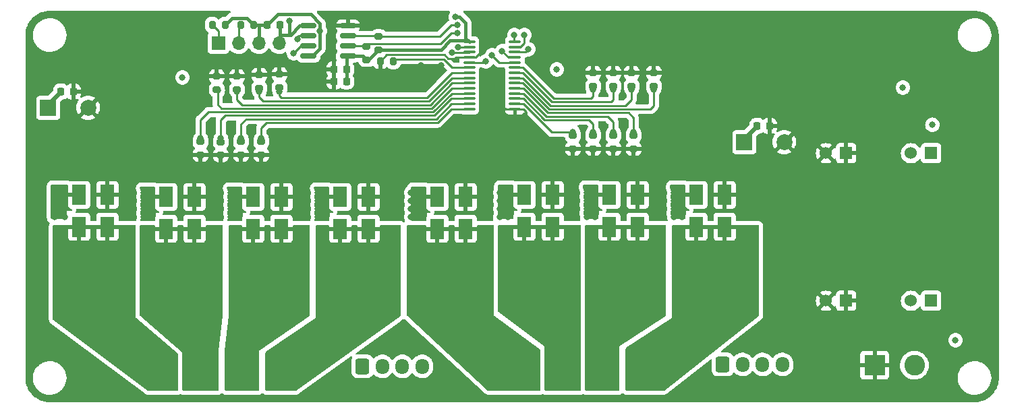
<source format=gbl>
G04 #@! TF.GenerationSoftware,KiCad,Pcbnew,(6.0.0)*
G04 #@! TF.CreationDate,2022-12-27T21:59:09-05:00*
G04 #@! TF.ProjectId,i2c BTS7960,69326320-4254-4533-9739-36302e6b6963,rev?*
G04 #@! TF.SameCoordinates,Original*
G04 #@! TF.FileFunction,Copper,L4,Bot*
G04 #@! TF.FilePolarity,Positive*
%FSLAX46Y46*%
G04 Gerber Fmt 4.6, Leading zero omitted, Abs format (unit mm)*
G04 Created by KiCad (PCBNEW (6.0.0)) date 2022-12-27 21:59:09*
%MOMM*%
%LPD*%
G01*
G04 APERTURE LIST*
G04 Aperture macros list*
%AMRoundRect*
0 Rectangle with rounded corners*
0 $1 Rounding radius*
0 $2 $3 $4 $5 $6 $7 $8 $9 X,Y pos of 4 corners*
0 Add a 4 corners polygon primitive as box body*
4,1,4,$2,$3,$4,$5,$6,$7,$8,$9,$2,$3,0*
0 Add four circle primitives for the rounded corners*
1,1,$1+$1,$2,$3*
1,1,$1+$1,$4,$5*
1,1,$1+$1,$6,$7*
1,1,$1+$1,$8,$9*
0 Add four rect primitives between the rounded corners*
20,1,$1+$1,$2,$3,$4,$5,0*
20,1,$1+$1,$4,$5,$6,$7,0*
20,1,$1+$1,$6,$7,$8,$9,0*
20,1,$1+$1,$8,$9,$2,$3,0*%
G04 Aperture macros list end*
G04 #@! TA.AperFunction,ComponentPad*
%ADD10R,2.600000X2.600000*%
G04 #@! TD*
G04 #@! TA.AperFunction,ComponentPad*
%ADD11C,2.600000*%
G04 #@! TD*
G04 #@! TA.AperFunction,ComponentPad*
%ADD12R,1.524000X1.524000*%
G04 #@! TD*
G04 #@! TA.AperFunction,ComponentPad*
%ADD13C,1.524000*%
G04 #@! TD*
G04 #@! TA.AperFunction,ComponentPad*
%ADD14R,2.000000X2.000000*%
G04 #@! TD*
G04 #@! TA.AperFunction,ComponentPad*
%ADD15C,2.000000*%
G04 #@! TD*
G04 #@! TA.AperFunction,ComponentPad*
%ADD16RoundRect,0.250000X-0.600000X-0.725000X0.600000X-0.725000X0.600000X0.725000X-0.600000X0.725000X0*%
G04 #@! TD*
G04 #@! TA.AperFunction,ComponentPad*
%ADD17O,1.700000X1.950000*%
G04 #@! TD*
G04 #@! TA.AperFunction,ComponentPad*
%ADD18R,1.700000X1.700000*%
G04 #@! TD*
G04 #@! TA.AperFunction,ComponentPad*
%ADD19O,1.700000X1.700000*%
G04 #@! TD*
G04 #@! TA.AperFunction,SMDPad,CuDef*
%ADD20RoundRect,0.200000X-0.275000X0.200000X-0.275000X-0.200000X0.275000X-0.200000X0.275000X0.200000X0*%
G04 #@! TD*
G04 #@! TA.AperFunction,SMDPad,CuDef*
%ADD21R,1.800000X2.500000*%
G04 #@! TD*
G04 #@! TA.AperFunction,SMDPad,CuDef*
%ADD22RoundRect,0.150000X-0.825000X-0.150000X0.825000X-0.150000X0.825000X0.150000X-0.825000X0.150000X0*%
G04 #@! TD*
G04 #@! TA.AperFunction,SMDPad,CuDef*
%ADD23RoundRect,0.200000X-0.200000X-0.275000X0.200000X-0.275000X0.200000X0.275000X-0.200000X0.275000X0*%
G04 #@! TD*
G04 #@! TA.AperFunction,SMDPad,CuDef*
%ADD24RoundRect,0.225000X0.225000X0.250000X-0.225000X0.250000X-0.225000X-0.250000X0.225000X-0.250000X0*%
G04 #@! TD*
G04 #@! TA.AperFunction,SMDPad,CuDef*
%ADD25RoundRect,0.100000X0.637500X0.100000X-0.637500X0.100000X-0.637500X-0.100000X0.637500X-0.100000X0*%
G04 #@! TD*
G04 #@! TA.AperFunction,SMDPad,CuDef*
%ADD26RoundRect,0.225000X-0.225000X-0.250000X0.225000X-0.250000X0.225000X0.250000X-0.225000X0.250000X0*%
G04 #@! TD*
G04 #@! TA.AperFunction,SMDPad,CuDef*
%ADD27RoundRect,0.200000X0.275000X-0.200000X0.275000X0.200000X-0.275000X0.200000X-0.275000X-0.200000X0*%
G04 #@! TD*
G04 #@! TA.AperFunction,SMDPad,CuDef*
%ADD28RoundRect,0.200000X0.200000X0.275000X-0.200000X0.275000X-0.200000X-0.275000X0.200000X-0.275000X0*%
G04 #@! TD*
G04 #@! TA.AperFunction,ViaPad*
%ADD29C,0.800000*%
G04 #@! TD*
G04 #@! TA.AperFunction,Conductor*
%ADD30C,0.250000*%
G04 #@! TD*
G04 #@! TA.AperFunction,Conductor*
%ADD31C,0.400000*%
G04 #@! TD*
G04 #@! TA.AperFunction,Conductor*
%ADD32C,0.600000*%
G04 #@! TD*
G04 APERTURE END LIST*
D10*
X206265000Y-126837000D03*
D11*
X211265000Y-126837000D03*
D12*
X213360000Y-118745000D03*
D13*
X210820000Y-118745000D03*
D12*
X202692000Y-118745000D03*
D13*
X200152000Y-118745000D03*
D12*
X202692000Y-100203000D03*
D13*
X200152000Y-100203000D03*
X210820000Y-100203000D03*
D12*
X213360000Y-100203000D03*
D14*
X102534323Y-94488000D03*
D15*
X107534323Y-94488000D03*
D16*
X141983000Y-126983000D03*
D17*
X144483000Y-126983000D03*
X146983000Y-126983000D03*
X149483000Y-126983000D03*
D14*
X189910323Y-98806000D03*
D15*
X194910323Y-98806000D03*
D10*
X162022000Y-126837000D03*
D11*
X167022000Y-126837000D03*
X172022000Y-126837000D03*
X177022000Y-126837000D03*
D16*
X187195000Y-126746000D03*
D17*
X189695000Y-126746000D03*
X192195000Y-126746000D03*
X194695000Y-126746000D03*
D18*
X123889000Y-86360000D03*
D19*
X126429000Y-86360000D03*
X128969000Y-86360000D03*
X131509000Y-86360000D03*
D10*
X116683000Y-126964000D03*
D11*
X121683000Y-126964000D03*
X126683000Y-126964000D03*
X131683000Y-126964000D03*
D20*
X176022000Y-97981000D03*
X176022000Y-99631000D03*
D21*
X131826000Y-105696000D03*
X131826000Y-109696000D03*
D22*
X135193000Y-88011000D03*
X135193000Y-86741000D03*
X135193000Y-85471000D03*
X135193000Y-84201000D03*
X140143000Y-84201000D03*
X140143000Y-85471000D03*
X140143000Y-86741000D03*
X140143000Y-88011000D03*
D23*
X126683000Y-84074000D03*
X128333000Y-84074000D03*
D21*
X162306000Y-109442000D03*
X162306000Y-105442000D03*
X154940000Y-105696000D03*
X154940000Y-109696000D03*
D23*
X123127000Y-84074000D03*
X124777000Y-84074000D03*
D24*
X139967000Y-89662000D03*
X138417000Y-89662000D03*
D20*
X121666000Y-98743000D03*
X121666000Y-100393000D03*
D21*
X183896000Y-109442000D03*
X183896000Y-105442000D03*
D25*
X161104500Y-86199000D03*
X161104500Y-86849000D03*
X161104500Y-87499000D03*
X161104500Y-88149000D03*
X161104500Y-88799000D03*
X161104500Y-89449000D03*
X161104500Y-90099000D03*
X161104500Y-90749000D03*
X161104500Y-91399000D03*
X161104500Y-92049000D03*
X161104500Y-92699000D03*
X161104500Y-93349000D03*
X161104500Y-93999000D03*
X161104500Y-94649000D03*
X155379500Y-94649000D03*
X155379500Y-93999000D03*
X155379500Y-93349000D03*
X155379500Y-92699000D03*
X155379500Y-92049000D03*
X155379500Y-91399000D03*
X155379500Y-90749000D03*
X155379500Y-90099000D03*
X155379500Y-89449000D03*
X155379500Y-88799000D03*
X155379500Y-88149000D03*
X155379500Y-87499000D03*
X155379500Y-86849000D03*
X155379500Y-86199000D03*
D21*
X120904000Y-105696000D03*
X120904000Y-109696000D03*
X142748000Y-105696000D03*
X142748000Y-109696000D03*
D26*
X130035000Y-84074000D03*
X131585000Y-84074000D03*
D21*
X109982000Y-105442000D03*
X109982000Y-109442000D03*
X176530000Y-105442000D03*
X176530000Y-109442000D03*
X139192000Y-109696000D03*
X139192000Y-105696000D03*
D27*
X123698000Y-92202000D03*
X123698000Y-90552000D03*
D26*
X191503000Y-96774000D03*
X193053000Y-96774000D03*
D21*
X165862000Y-105442000D03*
X165862000Y-109442000D03*
X117348000Y-109696000D03*
X117348000Y-105696000D03*
D20*
X173482000Y-97981000D03*
X173482000Y-99631000D03*
D26*
X104127000Y-92456000D03*
X105677000Y-92456000D03*
D27*
X129032000Y-92011000D03*
X129032000Y-90361000D03*
D21*
X128270000Y-109696000D03*
X128270000Y-105696000D03*
X172974000Y-109442000D03*
X172974000Y-105442000D03*
D27*
X173482000Y-91757000D03*
X173482000Y-90107000D03*
X126238000Y-92202000D03*
X126238000Y-90552000D03*
D21*
X151384000Y-109696000D03*
X151384000Y-105696000D03*
D27*
X175768000Y-91757000D03*
X175768000Y-90107000D03*
D28*
X145859000Y-88646000D03*
X144209000Y-88646000D03*
D27*
X131572000Y-91948000D03*
X131572000Y-90298000D03*
D20*
X124206000Y-98806000D03*
X124206000Y-100456000D03*
X129286000Y-98743000D03*
X129286000Y-100393000D03*
X170942000Y-97981000D03*
X170942000Y-99631000D03*
X142494000Y-86805000D03*
X142494000Y-88455000D03*
X144018000Y-85535000D03*
X144018000Y-87185000D03*
D27*
X178562000Y-91757000D03*
X178562000Y-90107000D03*
D20*
X168402000Y-97981000D03*
X168402000Y-99631000D03*
D21*
X187452000Y-105442000D03*
X187452000Y-109442000D03*
X106426000Y-109442000D03*
X106426000Y-105442000D03*
D27*
X170942000Y-91757000D03*
X170942000Y-90107000D03*
D24*
X139967000Y-91186000D03*
X138417000Y-91186000D03*
D20*
X126746000Y-98743000D03*
X126746000Y-100393000D03*
D29*
X153670000Y-83058000D03*
X209804000Y-91948000D03*
X112268000Y-105156000D03*
X156972000Y-106172000D03*
X124206000Y-107188000D03*
X146050000Y-107188000D03*
X168910000Y-106172000D03*
X189738000Y-106172000D03*
X167894000Y-107188000D03*
X123190000Y-108204000D03*
X135128000Y-106172000D03*
X113284000Y-105156000D03*
X145034000Y-105156000D03*
X190754000Y-105156000D03*
X156972000Y-108204000D03*
X112268000Y-106172000D03*
X134112000Y-105156000D03*
X123190000Y-107188000D03*
X135128000Y-105156000D03*
X157988000Y-106172000D03*
X157988000Y-105156000D03*
X156972000Y-105156000D03*
X142621000Y-90043000D03*
X135128000Y-107188000D03*
X179832000Y-108204000D03*
X113284000Y-107188000D03*
X149352000Y-89154000D03*
X146050000Y-105156000D03*
X146050000Y-108204000D03*
X124206000Y-108204000D03*
X147574000Y-89916000D03*
X167894000Y-106172000D03*
X157988000Y-107188000D03*
X145034000Y-106172000D03*
X113284000Y-108204000D03*
X190754000Y-106172000D03*
X123190000Y-106172000D03*
X179832000Y-105156000D03*
X112268000Y-107188000D03*
X124206000Y-105156000D03*
X179832000Y-106172000D03*
X168910000Y-107188000D03*
X134112000Y-108204000D03*
X145034000Y-107188000D03*
X167894000Y-108204000D03*
X178816000Y-108204000D03*
X189738000Y-105156000D03*
X157988000Y-108204000D03*
X146050000Y-106172000D03*
X190754000Y-107188000D03*
X179832000Y-107188000D03*
X190754000Y-108204000D03*
X112268000Y-108204000D03*
X134112000Y-107188000D03*
X123190000Y-105156000D03*
X189738000Y-108204000D03*
X135128000Y-108204000D03*
X145034000Y-108204000D03*
X120650000Y-88646000D03*
X134112000Y-106172000D03*
X178816000Y-105156000D03*
X145034000Y-89916000D03*
X178816000Y-106172000D03*
X168910000Y-105156000D03*
X168910000Y-108204000D03*
X113284000Y-106172000D03*
X167894000Y-105156000D03*
X151892000Y-89154000D03*
X156972000Y-107188000D03*
X189738000Y-107188000D03*
X178816000Y-107188000D03*
X124206000Y-106172000D03*
X119380000Y-90678000D03*
X213512000Y-96622000D03*
X166370000Y-89662000D03*
X104648000Y-107188000D03*
X137414000Y-108204000D03*
X115570000Y-107188000D03*
X148082000Y-106172000D03*
X103378000Y-106172000D03*
X115570000Y-106172000D03*
X149352000Y-107188000D03*
X159258000Y-105156000D03*
X137414000Y-105156000D03*
X137414000Y-106172000D03*
X171196000Y-106172000D03*
X126492000Y-107188000D03*
X181102000Y-106172000D03*
X136398000Y-107188000D03*
X114554000Y-108204000D03*
X182118000Y-108204000D03*
X171196000Y-105156000D03*
X114554000Y-107188000D03*
X182118000Y-106172000D03*
X104648000Y-105156000D03*
X182118000Y-107188000D03*
X114554000Y-105156000D03*
X170180000Y-105156000D03*
X159258000Y-107188000D03*
X170180000Y-108204000D03*
X104648000Y-106172000D03*
X125476000Y-107188000D03*
X126492000Y-105156000D03*
X148082000Y-107188000D03*
X103378000Y-105156000D03*
X159258000Y-108204000D03*
X126492000Y-106172000D03*
X216408000Y-123698000D03*
X171196000Y-107188000D03*
X149352000Y-108204000D03*
X181102000Y-107188000D03*
X136398000Y-105156000D03*
X182118000Y-105156000D03*
X115570000Y-108204000D03*
X160274000Y-105156000D03*
X126492000Y-108204000D03*
X137414000Y-107188000D03*
X103378000Y-107188000D03*
X148082000Y-105156000D03*
X136398000Y-108204000D03*
X136398000Y-106172000D03*
X170180000Y-106172000D03*
X115570000Y-105156000D03*
X160274000Y-108204000D03*
X171196000Y-108204000D03*
X181102000Y-105156000D03*
X125476000Y-105156000D03*
X160274000Y-106172000D03*
X149352000Y-105156000D03*
X104648000Y-108204000D03*
X125476000Y-108204000D03*
X149352000Y-106172000D03*
X114554000Y-106172000D03*
X181102000Y-108204000D03*
X125476000Y-106172000D03*
X103378000Y-108204000D03*
X160274000Y-107188000D03*
X170180000Y-107188000D03*
X148082000Y-108204000D03*
X159258000Y-106172000D03*
X136652000Y-84836000D03*
X132842000Y-83566000D03*
X149606000Y-116840000D03*
X152654000Y-114808000D03*
X153670000Y-116840000D03*
X150622000Y-113792000D03*
X151638000Y-112776000D03*
X149606000Y-115824000D03*
X151638000Y-113792000D03*
X149606000Y-112776000D03*
X154686000Y-112776000D03*
X153670000Y-114808000D03*
X152654000Y-113792000D03*
X153670000Y-112776000D03*
X155702000Y-114808000D03*
X149606000Y-113792000D03*
X155702000Y-112776000D03*
X150622000Y-112776000D03*
X150622000Y-115824000D03*
X151638000Y-115824000D03*
X152654000Y-115824000D03*
X153670000Y-113792000D03*
X154686000Y-113792000D03*
X151638000Y-114808000D03*
X155702000Y-115824000D03*
X154686000Y-115824000D03*
X152654000Y-112776000D03*
X154686000Y-114808000D03*
X155702000Y-116840000D03*
X154686000Y-116840000D03*
X149606000Y-114808000D03*
X150622000Y-114808000D03*
X150622000Y-116840000D03*
X155702000Y-113792000D03*
X152654000Y-116840000D03*
X153670000Y-115824000D03*
X151638000Y-116840000D03*
X105156000Y-116840000D03*
X109220000Y-113792000D03*
X107188000Y-115824000D03*
X107188000Y-116840000D03*
X110236000Y-113792000D03*
X105156000Y-114808000D03*
X106172000Y-115824000D03*
X110236000Y-115824000D03*
X109220000Y-115824000D03*
X108204000Y-116840000D03*
X110236000Y-116840000D03*
X109220000Y-114808000D03*
X111252000Y-113792000D03*
X106172000Y-116840000D03*
X111252000Y-116840000D03*
X110236000Y-112776000D03*
X109220000Y-112776000D03*
X106172000Y-113792000D03*
X108204000Y-112776000D03*
X109220000Y-116840000D03*
X108204000Y-114808000D03*
X111252000Y-112776000D03*
X108204000Y-113792000D03*
X107188000Y-113792000D03*
X110236000Y-114808000D03*
X111252000Y-115824000D03*
X106172000Y-112776000D03*
X107188000Y-114808000D03*
X107188000Y-112776000D03*
X106172000Y-114808000D03*
X105156000Y-115824000D03*
X105156000Y-112776000D03*
X108204000Y-115824000D03*
X105156000Y-113792000D03*
X111252000Y-114808000D03*
X121920000Y-116840000D03*
X116840000Y-114808000D03*
X118872000Y-112776000D03*
X120904000Y-114808000D03*
X115824000Y-116840000D03*
X118872000Y-115824000D03*
X118872000Y-114808000D03*
X118872000Y-116840000D03*
X118872000Y-113792000D03*
X115824000Y-112776000D03*
X117856000Y-113792000D03*
X119888000Y-112776000D03*
X120904000Y-113792000D03*
X121920000Y-112776000D03*
X115824000Y-113792000D03*
X119888000Y-114808000D03*
X121920000Y-113792000D03*
X119888000Y-116840000D03*
X120904000Y-115824000D03*
X121920000Y-115824000D03*
X119888000Y-113792000D03*
X115824000Y-115824000D03*
X116840000Y-116840000D03*
X116840000Y-115824000D03*
X116840000Y-112776000D03*
X117856000Y-116840000D03*
X117856000Y-114808000D03*
X119888000Y-115824000D03*
X117856000Y-115824000D03*
X116840000Y-113792000D03*
X121920000Y-114808000D03*
X117856000Y-112776000D03*
X115824000Y-114808000D03*
X120904000Y-112776000D03*
X120904000Y-116840000D03*
X126746000Y-115824000D03*
X127762000Y-116840000D03*
X128778000Y-114808000D03*
X131826000Y-113792000D03*
X127762000Y-114808000D03*
X129794000Y-113792000D03*
X126746000Y-114808000D03*
X132842000Y-112776000D03*
X129794000Y-115824000D03*
X130810000Y-116840000D03*
X128778000Y-112776000D03*
X131826000Y-112776000D03*
X127762000Y-112776000D03*
X128778000Y-116840000D03*
X129794000Y-112776000D03*
X129794000Y-114808000D03*
X128778000Y-113792000D03*
X130810000Y-114808000D03*
X127762000Y-113792000D03*
X129794000Y-116840000D03*
X132842000Y-114808000D03*
X126746000Y-112776000D03*
X132842000Y-115824000D03*
X130810000Y-113792000D03*
X126746000Y-113792000D03*
X126746000Y-116840000D03*
X131826000Y-114808000D03*
X128778000Y-115824000D03*
X131826000Y-115824000D03*
X130810000Y-115824000D03*
X131826000Y-116840000D03*
X132842000Y-113792000D03*
X127762000Y-115824000D03*
X130810000Y-112776000D03*
X132842000Y-116840000D03*
X139700000Y-115824000D03*
X137668000Y-112776000D03*
X137668000Y-113792000D03*
X142748000Y-114808000D03*
X138684000Y-116840000D03*
X138684000Y-114808000D03*
X142748000Y-115824000D03*
X143764000Y-115824000D03*
X138684000Y-112776000D03*
X137668000Y-114808000D03*
X143764000Y-114808000D03*
X139700000Y-116840000D03*
X141732000Y-116840000D03*
X141732000Y-113792000D03*
X143764000Y-112776000D03*
X137668000Y-116840000D03*
X140716000Y-112776000D03*
X143764000Y-113792000D03*
X140716000Y-113792000D03*
X138684000Y-113792000D03*
X140716000Y-115824000D03*
X141732000Y-112776000D03*
X139700000Y-114808000D03*
X138684000Y-115824000D03*
X142748000Y-112776000D03*
X137668000Y-115824000D03*
X142748000Y-113792000D03*
X143764000Y-116840000D03*
X141732000Y-115824000D03*
X141732000Y-114808000D03*
X139700000Y-113792000D03*
X140716000Y-116840000D03*
X139700000Y-112776000D03*
X140716000Y-114808000D03*
X142748000Y-116840000D03*
X133858000Y-85852000D03*
X133350000Y-87630000D03*
X153924000Y-85090000D03*
X153943000Y-86849000D03*
X153924000Y-84074000D03*
X153218489Y-87573511D03*
X161036000Y-85344000D03*
X162306000Y-85344000D03*
X162814000Y-87122000D03*
X159512000Y-87376000D03*
X158242000Y-87884000D03*
X157480000Y-88646000D03*
X129286000Y-98298000D03*
X124206000Y-98298000D03*
X126746000Y-98298000D03*
X121666000Y-98298000D03*
X123825000Y-92329000D03*
X129032000Y-92456000D03*
X126238000Y-92456000D03*
X131572000Y-92456000D03*
X170942000Y-92202000D03*
X168402000Y-97536000D03*
X173482000Y-97536000D03*
X170942000Y-97536000D03*
X176022000Y-97536000D03*
X178562000Y-92202000D03*
X173482000Y-92202000D03*
X175768000Y-92202000D03*
X161544000Y-113792000D03*
X166624000Y-112776000D03*
X164592000Y-113792000D03*
X162560000Y-114808000D03*
X160528000Y-116840000D03*
X166624000Y-114808000D03*
X163576000Y-114808000D03*
X163576000Y-115824000D03*
X160528000Y-115824000D03*
X160528000Y-114808000D03*
X162560000Y-113792000D03*
X166624000Y-113792000D03*
X163576000Y-112776000D03*
X161544000Y-116840000D03*
X161544000Y-114808000D03*
X164592000Y-115824000D03*
X163576000Y-113792000D03*
X164592000Y-112776000D03*
X165608000Y-112776000D03*
X160528000Y-112776000D03*
X165608000Y-116840000D03*
X166624000Y-115824000D03*
X160528000Y-113792000D03*
X166624000Y-116840000D03*
X162560000Y-112776000D03*
X162560000Y-116840000D03*
X164592000Y-114808000D03*
X165608000Y-115824000D03*
X161544000Y-112776000D03*
X161544000Y-115824000D03*
X165608000Y-113792000D03*
X162560000Y-115824000D03*
X165608000Y-114808000D03*
X164592000Y-116840000D03*
X163576000Y-116840000D03*
X174498000Y-113792000D03*
X177546000Y-112776000D03*
X176530000Y-115824000D03*
X176530000Y-113792000D03*
X175514000Y-116840000D03*
X172466000Y-112776000D03*
X172466000Y-114808000D03*
X176530000Y-112776000D03*
X171450000Y-115824000D03*
X175514000Y-112776000D03*
X171450000Y-116840000D03*
X177546000Y-113792000D03*
X175514000Y-113792000D03*
X172466000Y-116840000D03*
X173482000Y-115824000D03*
X173482000Y-114808000D03*
X171450000Y-112776000D03*
X172466000Y-115824000D03*
X174498000Y-115824000D03*
X177546000Y-115824000D03*
X173482000Y-113792000D03*
X173482000Y-116840000D03*
X171450000Y-114808000D03*
X174498000Y-114808000D03*
X176530000Y-114808000D03*
X174498000Y-116840000D03*
X171450000Y-113792000D03*
X173482000Y-112776000D03*
X175514000Y-114808000D03*
X172466000Y-113792000D03*
X174498000Y-112776000D03*
X176530000Y-116840000D03*
X175514000Y-115824000D03*
X177546000Y-116840000D03*
X177546000Y-114808000D03*
X188468000Y-114808000D03*
X183388000Y-115824000D03*
X185420000Y-112776000D03*
X186436000Y-114808000D03*
X187452000Y-113792000D03*
X185420000Y-115824000D03*
X185420000Y-113792000D03*
X184404000Y-112776000D03*
X182372000Y-113792000D03*
X184404000Y-116840000D03*
X186436000Y-113792000D03*
X187452000Y-115824000D03*
X188468000Y-113792000D03*
X182372000Y-116840000D03*
X182372000Y-115824000D03*
X183388000Y-116840000D03*
X187452000Y-116840000D03*
X188468000Y-115824000D03*
X188468000Y-112776000D03*
X182372000Y-112776000D03*
X188468000Y-116840000D03*
X184404000Y-114808000D03*
X182372000Y-114808000D03*
X183388000Y-112776000D03*
X184404000Y-113792000D03*
X187452000Y-112776000D03*
X186436000Y-112776000D03*
X187452000Y-114808000D03*
X183388000Y-113792000D03*
X184404000Y-115824000D03*
X183388000Y-114808000D03*
X185420000Y-116840000D03*
X186436000Y-115824000D03*
X186436000Y-116840000D03*
X185420000Y-114808000D03*
D30*
X162560000Y-94996000D02*
X162560000Y-96012000D01*
D31*
X142494000Y-88455000D02*
X142748000Y-88455000D01*
X151829000Y-87185000D02*
X152964511Y-86049489D01*
X154178000Y-83058000D02*
X153670000Y-83058000D01*
X155229989Y-86049489D02*
X155379500Y-86199000D01*
X144018000Y-87185000D02*
X151829000Y-87185000D01*
X139967000Y-88187000D02*
X140143000Y-88011000D01*
X140143000Y-88011000D02*
X142050000Y-88011000D01*
X154940000Y-85759500D02*
X154940000Y-83820000D01*
X152964511Y-86049489D02*
X155229989Y-86049489D01*
X139967000Y-89662000D02*
X139967000Y-88187000D01*
X154940000Y-83820000D02*
X154178000Y-83058000D01*
X142748000Y-88455000D02*
X144018000Y-87185000D01*
X155379500Y-86199000D02*
X154940000Y-85759500D01*
X142050000Y-88011000D02*
X142494000Y-88455000D01*
X139967000Y-91186000D02*
X139967000Y-89662000D01*
D30*
X153692000Y-88392000D02*
X153935000Y-88149000D01*
X153509978Y-88298022D02*
X153531978Y-88298022D01*
X152244812Y-87846480D02*
X145008520Y-87846480D01*
X162213000Y-94649000D02*
X162560000Y-94996000D01*
X153935000Y-88149000D02*
X153681000Y-88149000D01*
X153322022Y-88298022D02*
X152696354Y-88298022D01*
X153681000Y-88149000D02*
X153659000Y-88149000D01*
X153416000Y-88646000D02*
X153670000Y-88392000D01*
X156199000Y-88149000D02*
X157480000Y-86868000D01*
X159605000Y-94649000D02*
X159512000Y-94742000D01*
X145008520Y-87846480D02*
X144209000Y-88646000D01*
X153531978Y-88298022D02*
X153322022Y-88298022D01*
X152696354Y-88298022D02*
X153068022Y-88298022D01*
X153670000Y-88392000D02*
X153692000Y-88392000D01*
X153289000Y-88519000D02*
X153509978Y-88298022D01*
X161104500Y-94649000D02*
X162213000Y-94649000D01*
X155379500Y-88149000D02*
X156199000Y-88149000D01*
X153322022Y-88298022D02*
X153576022Y-88298022D01*
X152696354Y-88298022D02*
X152244812Y-87846480D01*
X155379500Y-88149000D02*
X153935000Y-88149000D01*
X153681000Y-88149000D02*
X153531978Y-88298022D01*
X153068022Y-88298022D02*
X153289000Y-88519000D01*
X161104500Y-94649000D02*
X159605000Y-94649000D01*
X153576022Y-88298022D02*
X153670000Y-88392000D01*
X153289000Y-88519000D02*
X153416000Y-88646000D01*
D32*
X189910323Y-98806000D02*
X189910323Y-98366677D01*
X189910323Y-98366677D02*
X191503000Y-96774000D01*
X102534323Y-94488000D02*
X102534323Y-94048677D01*
X102534323Y-94048677D02*
X104127000Y-92456000D01*
D31*
X136652000Y-87034138D02*
X135675138Y-88011000D01*
X125651520Y-83199480D02*
X127458480Y-83199480D01*
X131342511Y-82766489D02*
X130676500Y-83432500D01*
X129032000Y-84074000D02*
X130035000Y-84074000D01*
X136652000Y-84836000D02*
X136652000Y-87034138D01*
X124777000Y-84074000D02*
X125651520Y-83199480D01*
X128333000Y-84074000D02*
X129032000Y-84074000D01*
X135675138Y-88011000D02*
X135193000Y-88011000D01*
X127458480Y-83199480D02*
X128333000Y-84074000D01*
X136652000Y-83907862D02*
X136652000Y-84836000D01*
X128969000Y-86360000D02*
X128969000Y-84137000D01*
X135510627Y-82766489D02*
X131342511Y-82766489D01*
X136652000Y-83907862D02*
X135510627Y-82766489D01*
X128969000Y-84137000D02*
X129032000Y-84074000D01*
X130035000Y-84074000D02*
X130676500Y-83432500D01*
X132969680Y-85331000D02*
X132842000Y-85203320D01*
X131585000Y-84074000D02*
X131585000Y-85331000D01*
X134099680Y-84201000D02*
X132969680Y-85331000D01*
X131585000Y-86284000D02*
X131509000Y-86360000D01*
X132969680Y-85331000D02*
X131585000Y-85331000D01*
X132842000Y-85203320D02*
X132842000Y-83566000D01*
X131585000Y-85331000D02*
X131585000Y-86284000D01*
X135193000Y-84201000D02*
X134099680Y-84201000D01*
D30*
X123889000Y-86360000D02*
X123889000Y-84836000D01*
X123889000Y-84836000D02*
X123127000Y-84074000D01*
X133858000Y-85598000D02*
X133985000Y-85471000D01*
X133858000Y-85852000D02*
X133858000Y-85598000D01*
X133985000Y-85471000D02*
X135193000Y-85471000D01*
X126429000Y-86360000D02*
X126429000Y-84328000D01*
X135193000Y-86741000D02*
X134239000Y-86741000D01*
X126429000Y-84328000D02*
X126683000Y-84074000D01*
X134239000Y-86741000D02*
X133350000Y-87630000D01*
X155379500Y-86849000D02*
X153943000Y-86849000D01*
X151791520Y-86460480D02*
X153162000Y-85090000D01*
X140143000Y-86741000D02*
X142430000Y-86741000D01*
X142430000Y-86741000D02*
X142494000Y-86805000D01*
X153162000Y-85090000D02*
X153924000Y-85090000D01*
X142494000Y-86805000D02*
X142838520Y-86460480D01*
X142838520Y-86460480D02*
X151791520Y-86460480D01*
X151701000Y-85535000D02*
X153162000Y-84074000D01*
X155379500Y-87499000D02*
X155304989Y-87573511D01*
X140143000Y-85471000D02*
X143954000Y-85471000D01*
X143954000Y-85471000D02*
X144018000Y-85535000D01*
X153162000Y-84074000D02*
X153924000Y-84074000D01*
X144018000Y-85535000D02*
X151701000Y-85535000D01*
X155304989Y-87573511D02*
X153218489Y-87573511D01*
X161036000Y-86130500D02*
X161104500Y-86199000D01*
X161036000Y-85344000D02*
X161036000Y-86130500D01*
X162306000Y-86335361D02*
X162306000Y-85344000D01*
X161104500Y-86849000D02*
X161792361Y-86849000D01*
X161792361Y-86849000D02*
X162306000Y-86335361D01*
X161104500Y-87499000D02*
X162437000Y-87499000D01*
X162437000Y-87499000D02*
X162814000Y-87122000D01*
X160285000Y-88149000D02*
X161104500Y-88149000D01*
X159512000Y-87376000D02*
X160285000Y-88149000D01*
X158242000Y-87884000D02*
X159157000Y-88799000D01*
X159157000Y-88799000D02*
X161104500Y-88799000D01*
X157327000Y-88799000D02*
X155379500Y-88799000D01*
X157480000Y-88646000D02*
X157327000Y-88799000D01*
X129286000Y-98298000D02*
X129286000Y-97028000D01*
X151417381Y-96364640D02*
X153133021Y-94649000D01*
X129286000Y-97028000D02*
X129949360Y-96364640D01*
X153133021Y-94649000D02*
X155379500Y-94649000D01*
X129949360Y-96364640D02*
X151417381Y-96364640D01*
X153161588Y-93349000D02*
X155379500Y-93349000D01*
X124752400Y-95465600D02*
X151044986Y-95465600D01*
X151044986Y-95465600D02*
X153161588Y-93349000D01*
X124206000Y-96012000D02*
X124752400Y-95465600D01*
X124206000Y-98298000D02*
X124206000Y-96012000D01*
X151231183Y-95915120D02*
X153147303Y-93999000D01*
X126746000Y-98298000D02*
X126746000Y-96520000D01*
X127350880Y-95915120D02*
X151231183Y-95915120D01*
X153147303Y-93999000D02*
X155379500Y-93999000D01*
X126746000Y-96520000D02*
X127350880Y-95915120D01*
X121666000Y-96012000D02*
X121666000Y-98298000D01*
X150858788Y-95016080D02*
X122661920Y-95016080D01*
X153175870Y-92699000D02*
X150858788Y-95016080D01*
X122661920Y-95016080D02*
X121666000Y-96012000D01*
X155379500Y-92699000D02*
X153175870Y-92699000D01*
X155379500Y-92049000D02*
X153190154Y-92049000D01*
X150672591Y-94566560D02*
X124284560Y-94566560D01*
X124284560Y-94566560D02*
X123825000Y-94107000D01*
X153190154Y-92049000D02*
X150672591Y-94566560D01*
X123825000Y-94107000D02*
X123825000Y-92329000D01*
X155379500Y-90749000D02*
X153218718Y-90749000D01*
X129540000Y-93667520D02*
X129032000Y-93159520D01*
X129032000Y-93159520D02*
X129032000Y-92456000D01*
X150300197Y-93667520D02*
X129540000Y-93667520D01*
X153218718Y-90749000D02*
X150300197Y-93667520D01*
X126238000Y-93472000D02*
X126238000Y-92456000D01*
X153204436Y-91399000D02*
X150486394Y-94117040D01*
X150486394Y-94117040D02*
X126883040Y-94117040D01*
X155379500Y-91399000D02*
X153204436Y-91399000D01*
X126883040Y-94117040D02*
X126238000Y-93472000D01*
X150114000Y-93218000D02*
X131826000Y-93218000D01*
X153233000Y-90099000D02*
X150114000Y-93218000D01*
X131572000Y-92456000D02*
X131572000Y-92964000D01*
X155379500Y-90099000D02*
X153233000Y-90099000D01*
X131572000Y-92964000D02*
X131826000Y-93218000D01*
X161104500Y-89449000D02*
X162098741Y-89449000D01*
X170688000Y-93314880D02*
X170942000Y-93060880D01*
X162098741Y-89449000D02*
X165964621Y-93314880D01*
X165964621Y-93314880D02*
X170688000Y-93314880D01*
X170942000Y-93060880D02*
X170942000Y-92202000D01*
X145859000Y-88646000D02*
X146113000Y-88392000D01*
X146113000Y-88392000D02*
X152154614Y-88392000D01*
X153211614Y-89449000D02*
X155379500Y-89449000D01*
X152154614Y-88392000D02*
X153211614Y-89449000D01*
X165735718Y-97536000D02*
X168402000Y-97536000D01*
X162198718Y-93999000D02*
X165735718Y-97536000D01*
X161104500Y-93999000D02*
X162198718Y-93999000D01*
X165033633Y-95562480D02*
X172778480Y-95562480D01*
X162170153Y-92699000D02*
X165033633Y-95562480D01*
X161104500Y-92699000D02*
X162170153Y-92699000D01*
X173482000Y-96266000D02*
X173482000Y-97536000D01*
X172778480Y-95562480D02*
X173482000Y-96266000D01*
X161104500Y-93349000D02*
X162184436Y-93349000D01*
X170942000Y-96520000D02*
X170942000Y-97536000D01*
X170434000Y-96012000D02*
X170942000Y-96520000D01*
X162184436Y-93349000D02*
X164847436Y-96012000D01*
X164847436Y-96012000D02*
X170434000Y-96012000D01*
X175376960Y-95112960D02*
X176022000Y-95758000D01*
X165219830Y-95112960D02*
X175376960Y-95112960D01*
X162155870Y-92049000D02*
X165219830Y-95112960D01*
X176022000Y-95758000D02*
X176022000Y-97536000D01*
X161104500Y-92049000D02*
X162155870Y-92049000D01*
X161104500Y-91399000D02*
X162141587Y-91399000D01*
X165406027Y-94663440D02*
X178132560Y-94663440D01*
X178562000Y-94234000D02*
X178562000Y-92202000D01*
X178132560Y-94663440D02*
X178562000Y-94234000D01*
X162141587Y-91399000D02*
X165406027Y-94663440D01*
X161104500Y-90099000D02*
X162113023Y-90099000D01*
X173189600Y-93764400D02*
X173482000Y-93472000D01*
X162113023Y-90099000D02*
X165778423Y-93764400D01*
X165778423Y-93764400D02*
X173189600Y-93764400D01*
X173482000Y-93472000D02*
X173482000Y-92202000D01*
X162127305Y-90749000D02*
X165592225Y-94213920D01*
X175768000Y-93451920D02*
X175768000Y-92202000D01*
X175006000Y-94213920D02*
X175768000Y-93451920D01*
X165592225Y-94213920D02*
X175006000Y-94213920D01*
X161104500Y-90749000D02*
X162127305Y-90749000D01*
G04 #@! TA.AperFunction,Conductor*
G36*
X125379188Y-82330002D02*
G01*
X125425681Y-82383658D01*
X125435785Y-82453932D01*
X125406291Y-82518512D01*
X125355604Y-82553866D01*
X125320864Y-82566993D01*
X125314601Y-82571297D01*
X125312235Y-82572534D01*
X125297423Y-82580779D01*
X125295169Y-82582112D01*
X125288215Y-82585165D01*
X125237518Y-82624067D01*
X125232188Y-82627939D01*
X125185800Y-82659819D01*
X125185795Y-82659824D01*
X125179539Y-82664123D01*
X125174488Y-82669793D01*
X125174486Y-82669794D01*
X125138085Y-82710650D01*
X125133104Y-82715926D01*
X124795434Y-83053596D01*
X124733122Y-83087622D01*
X124706339Y-83090501D01*
X124520366Y-83090501D01*
X124517508Y-83090764D01*
X124517499Y-83090764D01*
X124481996Y-83094026D01*
X124446938Y-83097247D01*
X124440560Y-83099246D01*
X124440559Y-83099246D01*
X124290550Y-83146256D01*
X124290548Y-83146257D01*
X124283301Y-83148528D01*
X124136619Y-83237361D01*
X124041095Y-83332885D01*
X123978783Y-83366911D01*
X123907968Y-83361846D01*
X123862905Y-83332885D01*
X123767381Y-83237361D01*
X123620699Y-83148528D01*
X123613452Y-83146257D01*
X123613450Y-83146256D01*
X123547164Y-83125483D01*
X123457062Y-83097247D01*
X123383635Y-83090500D01*
X123380737Y-83090500D01*
X123126335Y-83090501D01*
X122870366Y-83090501D01*
X122867508Y-83090764D01*
X122867499Y-83090764D01*
X122831996Y-83094026D01*
X122796938Y-83097247D01*
X122790560Y-83099246D01*
X122790559Y-83099246D01*
X122640550Y-83146256D01*
X122640548Y-83146257D01*
X122633301Y-83148528D01*
X122486619Y-83237361D01*
X122365361Y-83358619D01*
X122276528Y-83505301D01*
X122274257Y-83512548D01*
X122274256Y-83512550D01*
X122261834Y-83552188D01*
X122225247Y-83668938D01*
X122218500Y-83742365D01*
X122218501Y-84405634D01*
X122218764Y-84408492D01*
X122218764Y-84408501D01*
X122221245Y-84435500D01*
X122225247Y-84479062D01*
X122227246Y-84485440D01*
X122227246Y-84485441D01*
X122271452Y-84626500D01*
X122276528Y-84642699D01*
X122365361Y-84789381D01*
X122486619Y-84910639D01*
X122619441Y-84991078D01*
X122667346Y-85043474D01*
X122679320Y-85113453D01*
X122654995Y-85174417D01*
X122588385Y-85263295D01*
X122537255Y-85399684D01*
X122530500Y-85461866D01*
X122530500Y-87258134D01*
X122537255Y-87320316D01*
X122588385Y-87456705D01*
X122675739Y-87573261D01*
X122792295Y-87660615D01*
X122928684Y-87711745D01*
X122990866Y-87718500D01*
X124787134Y-87718500D01*
X124849316Y-87711745D01*
X124985705Y-87660615D01*
X125102261Y-87573261D01*
X125189615Y-87456705D01*
X125197945Y-87434484D01*
X125233598Y-87339382D01*
X125276240Y-87282618D01*
X125342802Y-87257918D01*
X125412150Y-87273126D01*
X125446817Y-87301114D01*
X125475250Y-87333938D01*
X125647126Y-87476632D01*
X125840000Y-87589338D01*
X125844825Y-87591180D01*
X125844826Y-87591181D01*
X125881046Y-87605012D01*
X126048692Y-87669030D01*
X126053760Y-87670061D01*
X126053763Y-87670062D01*
X126161017Y-87691883D01*
X126267597Y-87713567D01*
X126272772Y-87713757D01*
X126272774Y-87713757D01*
X126485673Y-87721564D01*
X126485677Y-87721564D01*
X126490837Y-87721753D01*
X126495957Y-87721097D01*
X126495959Y-87721097D01*
X126707288Y-87694025D01*
X126707289Y-87694025D01*
X126712416Y-87693368D01*
X126757747Y-87679768D01*
X126921429Y-87630661D01*
X126921434Y-87630659D01*
X126926384Y-87629174D01*
X127126994Y-87530896D01*
X127308860Y-87401173D01*
X127323329Y-87386755D01*
X127409268Y-87301115D01*
X127467096Y-87243489D01*
X127575318Y-87092882D01*
X127597453Y-87062077D01*
X127598776Y-87063028D01*
X127645645Y-87019857D01*
X127715580Y-87007625D01*
X127781026Y-87035144D01*
X127808875Y-87066994D01*
X127868987Y-87165088D01*
X128015250Y-87333938D01*
X128187126Y-87476632D01*
X128380000Y-87589338D01*
X128384825Y-87591180D01*
X128384826Y-87591181D01*
X128421046Y-87605012D01*
X128588692Y-87669030D01*
X128593760Y-87670061D01*
X128593763Y-87670062D01*
X128701017Y-87691883D01*
X128807597Y-87713567D01*
X128812772Y-87713757D01*
X128812774Y-87713757D01*
X129025673Y-87721564D01*
X129025677Y-87721564D01*
X129030837Y-87721753D01*
X129035957Y-87721097D01*
X129035959Y-87721097D01*
X129247288Y-87694025D01*
X129247289Y-87694025D01*
X129252416Y-87693368D01*
X129297747Y-87679768D01*
X129461429Y-87630661D01*
X129461434Y-87630659D01*
X129466384Y-87629174D01*
X129666994Y-87530896D01*
X129848860Y-87401173D01*
X129863329Y-87386755D01*
X129949268Y-87301115D01*
X130007096Y-87243489D01*
X130115318Y-87092882D01*
X130137453Y-87062077D01*
X130138776Y-87063028D01*
X130185645Y-87019857D01*
X130255580Y-87007625D01*
X130321026Y-87035144D01*
X130348875Y-87066994D01*
X130408987Y-87165088D01*
X130555250Y-87333938D01*
X130727126Y-87476632D01*
X130920000Y-87589338D01*
X130924825Y-87591180D01*
X130924826Y-87591181D01*
X130961046Y-87605012D01*
X131128692Y-87669030D01*
X131133760Y-87670061D01*
X131133763Y-87670062D01*
X131241017Y-87691883D01*
X131347597Y-87713567D01*
X131352772Y-87713757D01*
X131352774Y-87713757D01*
X131565673Y-87721564D01*
X131565677Y-87721564D01*
X131570837Y-87721753D01*
X131575957Y-87721097D01*
X131575959Y-87721097D01*
X131787288Y-87694025D01*
X131787289Y-87694025D01*
X131792416Y-87693368D01*
X131837747Y-87679768D01*
X132001429Y-87630661D01*
X132001434Y-87630659D01*
X132006384Y-87629174D01*
X132206994Y-87530896D01*
X132238641Y-87508323D01*
X132305713Y-87485049D01*
X132374721Y-87501731D01*
X132423756Y-87553075D01*
X132435757Y-87616830D01*
X132437186Y-87616830D01*
X132437186Y-87623435D01*
X132436496Y-87630000D01*
X132437186Y-87636565D01*
X132454863Y-87804749D01*
X132456458Y-87819928D01*
X132515473Y-88001556D01*
X132518776Y-88007278D01*
X132518777Y-88007279D01*
X132539284Y-88042798D01*
X132610960Y-88166944D01*
X132615378Y-88171851D01*
X132615379Y-88171852D01*
X132713358Y-88280669D01*
X132738747Y-88308866D01*
X132837843Y-88380864D01*
X132887564Y-88416988D01*
X132893248Y-88421118D01*
X132899276Y-88423802D01*
X132899278Y-88423803D01*
X133040202Y-88486546D01*
X133067712Y-88498794D01*
X133158069Y-88518000D01*
X133248056Y-88537128D01*
X133248061Y-88537128D01*
X133254513Y-88538500D01*
X133445487Y-88538500D01*
X133451939Y-88537128D01*
X133451944Y-88537128D01*
X133541931Y-88518000D01*
X133632288Y-88498794D01*
X133664651Y-88484385D01*
X133735018Y-88474951D01*
X133799315Y-88505057D01*
X133824353Y-88535352D01*
X133827191Y-88540150D01*
X133843547Y-88567807D01*
X133961193Y-88685453D01*
X133968017Y-88689489D01*
X133968020Y-88689491D01*
X134055762Y-88741381D01*
X134104399Y-88770145D01*
X134112010Y-88772356D01*
X134112012Y-88772357D01*
X134133484Y-88778595D01*
X134264169Y-88816562D01*
X134270574Y-88817066D01*
X134270579Y-88817067D01*
X134299042Y-88819307D01*
X134299050Y-88819307D01*
X134301498Y-88819500D01*
X136084502Y-88819500D01*
X136086950Y-88819307D01*
X136086958Y-88819307D01*
X136115421Y-88817067D01*
X136115426Y-88817066D01*
X136121831Y-88816562D01*
X136252516Y-88778595D01*
X136273988Y-88772357D01*
X136273990Y-88772356D01*
X136281601Y-88770145D01*
X136330238Y-88741381D01*
X136417980Y-88689491D01*
X136417983Y-88689489D01*
X136424807Y-88685453D01*
X136542453Y-88567807D01*
X136546489Y-88560983D01*
X136546491Y-88560980D01*
X136623108Y-88431427D01*
X136627145Y-88424601D01*
X136630806Y-88412002D01*
X136659171Y-88314365D01*
X136673562Y-88264831D01*
X136674543Y-88252377D01*
X136676307Y-88229958D01*
X136676307Y-88229950D01*
X136676500Y-88227502D01*
X136676500Y-88063799D01*
X136696502Y-87995678D01*
X136713405Y-87974704D01*
X137132528Y-87555581D01*
X137138793Y-87549727D01*
X137176664Y-87516690D01*
X137176665Y-87516689D01*
X137182385Y-87511699D01*
X137219136Y-87459409D01*
X137223028Y-87454167D01*
X137262476Y-87403856D01*
X137265600Y-87396937D01*
X137266988Y-87394645D01*
X137275357Y-87379973D01*
X137276622Y-87377613D01*
X137280990Y-87371399D01*
X137284172Y-87363239D01*
X137304202Y-87311863D01*
X137306759Y-87305780D01*
X137306947Y-87305365D01*
X137333045Y-87247565D01*
X137334430Y-87240092D01*
X137335234Y-87237526D01*
X137339855Y-87221303D01*
X137340520Y-87218711D01*
X137343282Y-87211629D01*
X137350580Y-87156196D01*
X137351622Y-87148277D01*
X137352654Y-87141761D01*
X137362911Y-87086419D01*
X137364295Y-87078952D01*
X137361556Y-87031439D01*
X137360709Y-87016758D01*
X137360500Y-87009505D01*
X137360500Y-85454744D01*
X137380502Y-85386623D01*
X137384564Y-85380683D01*
X137386621Y-85377852D01*
X137391040Y-85372944D01*
X137404925Y-85348895D01*
X137483223Y-85213279D01*
X137483224Y-85213278D01*
X137486527Y-85207556D01*
X137545542Y-85025928D01*
X137546485Y-85016962D01*
X137564814Y-84842565D01*
X137565504Y-84836000D01*
X137559733Y-84781089D01*
X137546232Y-84652635D01*
X137546232Y-84652633D01*
X137545542Y-84646072D01*
X137486527Y-84464444D01*
X137481075Y-84455000D01*
X137394342Y-84304775D01*
X137394341Y-84304774D01*
X137391040Y-84299056D01*
X137386621Y-84294148D01*
X137384564Y-84291317D01*
X137360705Y-84224449D01*
X137360500Y-84217256D01*
X137360500Y-83936774D01*
X137360744Y-83929605D01*
X138668061Y-83929605D01*
X138668101Y-83943706D01*
X138675370Y-83947000D01*
X139870885Y-83947000D01*
X139886124Y-83942525D01*
X139887329Y-83941135D01*
X139889000Y-83933452D01*
X139889000Y-83928885D01*
X140397000Y-83928885D01*
X140401475Y-83944124D01*
X140402865Y-83945329D01*
X140410548Y-83947000D01*
X141604878Y-83947000D01*
X141618409Y-83943027D01*
X141619544Y-83935129D01*
X141578893Y-83795210D01*
X141572648Y-83780779D01*
X141496089Y-83651322D01*
X141486449Y-83638896D01*
X141380104Y-83532551D01*
X141367678Y-83522911D01*
X141238221Y-83446352D01*
X141223790Y-83440107D01*
X141077935Y-83397731D01*
X141065333Y-83395430D01*
X141036916Y-83393193D01*
X141031986Y-83393000D01*
X140415115Y-83393000D01*
X140399876Y-83397475D01*
X140398671Y-83398865D01*
X140397000Y-83406548D01*
X140397000Y-83928885D01*
X139889000Y-83928885D01*
X139889000Y-83411116D01*
X139884525Y-83395877D01*
X139883135Y-83394672D01*
X139875452Y-83393001D01*
X139254017Y-83393001D01*
X139249080Y-83393195D01*
X139220664Y-83395430D01*
X139208069Y-83397730D01*
X139062210Y-83440107D01*
X139047779Y-83446352D01*
X138918322Y-83522911D01*
X138905896Y-83532551D01*
X138799551Y-83638896D01*
X138789911Y-83651322D01*
X138713352Y-83780779D01*
X138707107Y-83795210D01*
X138668061Y-83929605D01*
X137360744Y-83929605D01*
X137360792Y-83928204D01*
X137364209Y-83878086D01*
X137364209Y-83878082D01*
X137364725Y-83870510D01*
X137353738Y-83807559D01*
X137352776Y-83801037D01*
X137350551Y-83782648D01*
X137345102Y-83737620D01*
X137342419Y-83730519D01*
X137341778Y-83727910D01*
X137337315Y-83711600D01*
X137336550Y-83709064D01*
X137335243Y-83701578D01*
X137309556Y-83643062D01*
X137307065Y-83636958D01*
X137287173Y-83584314D01*
X137287172Y-83584313D01*
X137284487Y-83577206D01*
X137280183Y-83570943D01*
X137278946Y-83568577D01*
X137270701Y-83553765D01*
X137269368Y-83551511D01*
X137266315Y-83544557D01*
X137227413Y-83493860D01*
X137223541Y-83488530D01*
X137191661Y-83442142D01*
X137191656Y-83442137D01*
X137187357Y-83435881D01*
X137177713Y-83427288D01*
X137140830Y-83394427D01*
X137135554Y-83389446D01*
X136271203Y-82525095D01*
X136237177Y-82462783D01*
X136242242Y-82391968D01*
X136284789Y-82335132D01*
X136351309Y-82310321D01*
X136360298Y-82310000D01*
X152837996Y-82310000D01*
X152906117Y-82330002D01*
X152952610Y-82383658D01*
X152962714Y-82453932D01*
X152936883Y-82509082D01*
X152939259Y-82510808D01*
X152935380Y-82516148D01*
X152930960Y-82521056D01*
X152835473Y-82686444D01*
X152776458Y-82868072D01*
X152775768Y-82874633D01*
X152775768Y-82874635D01*
X152757186Y-83051435D01*
X152756496Y-83058000D01*
X152757186Y-83064565D01*
X152774934Y-83233424D01*
X152776458Y-83247928D01*
X152824059Y-83394427D01*
X152831959Y-83418741D01*
X152833987Y-83489708D01*
X152797324Y-83550506D01*
X152782809Y-83561275D01*
X152777465Y-83565420D01*
X152770638Y-83569458D01*
X152756317Y-83583779D01*
X152741284Y-83596619D01*
X152724893Y-83608528D01*
X152719842Y-83614634D01*
X152696702Y-83642605D01*
X152688712Y-83651384D01*
X151475500Y-84864595D01*
X151413188Y-84898621D01*
X151386405Y-84901500D01*
X144913710Y-84901500D01*
X144845589Y-84881498D01*
X144824615Y-84864595D01*
X144733381Y-84773361D01*
X144586699Y-84684528D01*
X144579452Y-84682257D01*
X144579450Y-84682256D01*
X144512422Y-84661251D01*
X144423062Y-84633247D01*
X144349635Y-84626500D01*
X144346737Y-84626500D01*
X144017140Y-84626501D01*
X143686366Y-84626501D01*
X143683508Y-84626764D01*
X143683499Y-84626764D01*
X143647996Y-84630026D01*
X143612938Y-84633247D01*
X143606560Y-84635246D01*
X143606559Y-84635246D01*
X143456550Y-84682256D01*
X143456548Y-84682257D01*
X143449301Y-84684528D01*
X143302619Y-84773361D01*
X143275385Y-84800595D01*
X143213073Y-84834621D01*
X143186290Y-84837500D01*
X141665643Y-84837500D01*
X141597522Y-84817498D01*
X141551029Y-84763842D01*
X141540925Y-84693568D01*
X141557189Y-84647361D01*
X141572648Y-84621221D01*
X141578893Y-84606790D01*
X141617939Y-84472395D01*
X141617899Y-84458294D01*
X141610630Y-84455000D01*
X138681122Y-84455000D01*
X138667591Y-84458973D01*
X138666456Y-84466871D01*
X138707107Y-84606790D01*
X138713352Y-84621221D01*
X138789911Y-84750677D01*
X138795871Y-84758360D01*
X138821820Y-84824444D01*
X138807922Y-84894067D01*
X138797579Y-84910161D01*
X138793547Y-84914193D01*
X138708855Y-85057399D01*
X138706644Y-85065010D01*
X138706643Y-85065012D01*
X138698765Y-85092130D01*
X138662438Y-85217169D01*
X138661934Y-85223574D01*
X138661933Y-85223579D01*
X138659693Y-85252042D01*
X138659500Y-85254498D01*
X138659500Y-85687502D01*
X138662438Y-85724831D01*
X138664233Y-85731008D01*
X138705022Y-85871406D01*
X138708855Y-85884601D01*
X138793547Y-86027807D01*
X138796229Y-86030489D01*
X138821502Y-86094861D01*
X138807600Y-86164484D01*
X138797428Y-86180312D01*
X138793547Y-86184193D01*
X138708855Y-86327399D01*
X138706644Y-86335010D01*
X138706643Y-86335012D01*
X138699922Y-86358146D01*
X138662438Y-86487169D01*
X138661934Y-86493574D01*
X138661933Y-86493579D01*
X138659693Y-86522042D01*
X138659500Y-86524498D01*
X138659500Y-86957502D01*
X138659693Y-86959950D01*
X138659693Y-86959958D01*
X138661646Y-86984763D01*
X138662438Y-86994831D01*
X138674150Y-87035144D01*
X138706067Y-87145003D01*
X138708855Y-87154601D01*
X138793547Y-87297807D01*
X138796229Y-87300489D01*
X138821502Y-87364861D01*
X138807600Y-87434484D01*
X138797428Y-87450312D01*
X138793547Y-87454193D01*
X138708855Y-87597399D01*
X138706644Y-87605010D01*
X138706643Y-87605012D01*
X138698000Y-87634763D01*
X138662438Y-87757169D01*
X138661934Y-87763574D01*
X138661933Y-87763579D01*
X138659693Y-87792042D01*
X138659500Y-87794498D01*
X138659500Y-88227502D01*
X138659693Y-88229950D01*
X138659693Y-88229958D01*
X138661458Y-88252377D01*
X138662438Y-88264831D01*
X138676829Y-88314365D01*
X138705195Y-88412002D01*
X138708855Y-88424601D01*
X138751683Y-88497018D01*
X138769141Y-88565832D01*
X138746624Y-88633163D01*
X138691280Y-88677633D01*
X138678725Y-88682052D01*
X138673875Y-88683476D01*
X138672671Y-88684865D01*
X138671000Y-88692548D01*
X138671000Y-92150885D01*
X138675475Y-92166124D01*
X138676865Y-92167329D01*
X138684548Y-92169000D01*
X138687438Y-92169000D01*
X138693953Y-92168663D01*
X138786057Y-92159106D01*
X138799456Y-92156212D01*
X138948107Y-92106619D01*
X138961286Y-92100445D01*
X139094173Y-92018212D01*
X139111311Y-92004629D01*
X139112841Y-92006559D01*
X139164880Y-91978097D01*
X139235699Y-91983113D01*
X139272617Y-92006799D01*
X139273372Y-92005843D01*
X139279118Y-92010381D01*
X139284298Y-92015552D01*
X139290528Y-92019392D01*
X139290529Y-92019393D01*
X139422020Y-92100445D01*
X139429899Y-92105302D01*
X139592243Y-92159149D01*
X139599080Y-92159849D01*
X139599082Y-92159850D01*
X139640401Y-92164083D01*
X139693268Y-92169500D01*
X140240732Y-92169500D01*
X140243978Y-92169163D01*
X140243982Y-92169163D01*
X140278083Y-92165625D01*
X140343019Y-92158887D01*
X140496726Y-92107606D01*
X140498324Y-92107073D01*
X140498326Y-92107072D01*
X140505268Y-92104756D01*
X140650713Y-92014752D01*
X140659607Y-92005843D01*
X140766381Y-91898882D01*
X140771552Y-91893702D01*
X140775393Y-91887471D01*
X140857462Y-91754331D01*
X140857463Y-91754329D01*
X140861302Y-91748101D01*
X140915149Y-91585757D01*
X140919952Y-91538885D01*
X140920176Y-91536698D01*
X140925500Y-91484732D01*
X140925500Y-90887268D01*
X140914887Y-90784981D01*
X140864634Y-90634356D01*
X140863073Y-90629676D01*
X140863072Y-90629674D01*
X140860756Y-90622732D01*
X140778879Y-90490419D01*
X140760042Y-90421969D01*
X140778764Y-90358002D01*
X140857462Y-90230331D01*
X140857463Y-90230329D01*
X140861302Y-90224101D01*
X140915149Y-90061757D01*
X140916148Y-90052012D01*
X140925172Y-89963930D01*
X140925500Y-89960732D01*
X140925500Y-89363268D01*
X140924888Y-89357364D01*
X140916612Y-89277607D01*
X140914887Y-89260981D01*
X140897125Y-89207743D01*
X140863073Y-89105676D01*
X140863072Y-89105674D01*
X140860756Y-89098732D01*
X140806961Y-89011801D01*
X140788125Y-88943351D01*
X140809287Y-88875581D01*
X140863727Y-88830010D01*
X140914107Y-88819500D01*
X141034502Y-88819500D01*
X141036950Y-88819307D01*
X141036958Y-88819307D01*
X141065421Y-88817067D01*
X141065426Y-88817066D01*
X141071831Y-88816562D01*
X141202516Y-88778595D01*
X141223988Y-88772357D01*
X141223990Y-88772356D01*
X141231601Y-88770145D01*
X141287569Y-88737045D01*
X141351706Y-88719500D01*
X141404145Y-88719500D01*
X141472266Y-88739502D01*
X141518759Y-88793158D01*
X141524379Y-88807819D01*
X141568528Y-88948699D01*
X141657361Y-89095381D01*
X141778619Y-89216639D01*
X141925301Y-89305472D01*
X141932548Y-89307743D01*
X141932550Y-89307744D01*
X141969764Y-89319406D01*
X142088938Y-89356753D01*
X142162365Y-89363500D01*
X142165263Y-89363500D01*
X142494860Y-89363499D01*
X142825634Y-89363499D01*
X142828492Y-89363236D01*
X142828501Y-89363236D01*
X142864004Y-89359974D01*
X142899062Y-89356753D01*
X142906015Y-89354574D01*
X143055450Y-89307744D01*
X143055452Y-89307743D01*
X143062699Y-89305472D01*
X143209381Y-89216639D01*
X143210702Y-89218820D01*
X143265295Y-89197055D01*
X143334989Y-89210590D01*
X143384869Y-89257229D01*
X143443824Y-89354574D01*
X143453131Y-89366443D01*
X143563557Y-89476869D01*
X143575426Y-89486176D01*
X143709012Y-89567079D01*
X143722757Y-89573285D01*
X143872644Y-89620256D01*
X143885694Y-89622869D01*
X143940586Y-89627913D01*
X143952124Y-89624525D01*
X143953329Y-89623135D01*
X143955000Y-89615452D01*
X143955000Y-88518000D01*
X143975002Y-88449879D01*
X144028658Y-88403386D01*
X144081000Y-88392000D01*
X144337000Y-88392000D01*
X144405121Y-88412002D01*
X144451614Y-88465658D01*
X144463000Y-88518000D01*
X144463000Y-89610884D01*
X144467475Y-89626123D01*
X144468865Y-89627328D01*
X144473294Y-89628291D01*
X144532315Y-89622868D01*
X144545351Y-89620257D01*
X144695243Y-89573285D01*
X144708988Y-89567079D01*
X144842574Y-89486176D01*
X144854443Y-89476869D01*
X144944551Y-89386761D01*
X145006863Y-89352735D01*
X145077678Y-89357800D01*
X145122741Y-89386761D01*
X145218619Y-89482639D01*
X145365301Y-89571472D01*
X145372548Y-89573743D01*
X145372550Y-89573744D01*
X145433907Y-89592972D01*
X145528938Y-89622753D01*
X145602365Y-89629500D01*
X145605263Y-89629500D01*
X145859665Y-89629499D01*
X146115634Y-89629499D01*
X146118492Y-89629236D01*
X146118501Y-89629236D01*
X146154004Y-89625974D01*
X146189062Y-89622753D01*
X146197030Y-89620256D01*
X146345450Y-89573744D01*
X146345452Y-89573743D01*
X146352699Y-89571472D01*
X146499381Y-89482639D01*
X146620639Y-89361381D01*
X146709472Y-89214699D01*
X146712193Y-89206018D01*
X146723755Y-89169121D01*
X146741086Y-89113820D01*
X146780542Y-89054799D01*
X146845646Y-89026479D01*
X146861319Y-89025500D01*
X151840020Y-89025500D01*
X151908141Y-89045502D01*
X151929115Y-89062405D01*
X152562308Y-89695598D01*
X152596334Y-89757910D01*
X152591269Y-89828725D01*
X152562308Y-89873788D01*
X151224354Y-91211741D01*
X149888500Y-92547595D01*
X149826188Y-92581621D01*
X149799405Y-92584500D01*
X132624249Y-92584500D01*
X132556128Y-92564498D01*
X132509635Y-92510842D01*
X132499531Y-92440568D01*
X132504015Y-92420821D01*
X132529010Y-92341062D01*
X132548753Y-92278062D01*
X132555500Y-92204635D01*
X132555500Y-91948000D01*
X132555499Y-91694249D01*
X132555499Y-91691366D01*
X132555234Y-91688474D01*
X132549364Y-91624592D01*
X132548753Y-91617938D01*
X132541081Y-91593456D01*
X132505977Y-91481438D01*
X137459000Y-91481438D01*
X137459337Y-91487953D01*
X137468894Y-91580057D01*
X137471788Y-91593456D01*
X137521381Y-91742107D01*
X137527555Y-91755286D01*
X137609788Y-91888173D01*
X137618824Y-91899574D01*
X137729429Y-92009986D01*
X137740840Y-92018998D01*
X137873880Y-92101004D01*
X137887061Y-92107151D01*
X138035814Y-92156491D01*
X138049190Y-92159358D01*
X138140097Y-92168672D01*
X138145126Y-92168929D01*
X138160124Y-92164525D01*
X138161329Y-92163135D01*
X138163000Y-92155452D01*
X138163000Y-91458115D01*
X138158525Y-91442876D01*
X138157135Y-91441671D01*
X138149452Y-91440000D01*
X137477115Y-91440000D01*
X137461876Y-91444475D01*
X137460671Y-91445865D01*
X137459000Y-91453548D01*
X137459000Y-91481438D01*
X132505977Y-91481438D01*
X132499744Y-91461550D01*
X132499743Y-91461548D01*
X132497472Y-91454301D01*
X132408639Y-91307619D01*
X132312761Y-91211741D01*
X132278735Y-91149429D01*
X132283800Y-91078614D01*
X132312761Y-91033551D01*
X132402869Y-90943443D01*
X132412176Y-90931574D01*
X132422889Y-90913885D01*
X137459000Y-90913885D01*
X137463475Y-90929124D01*
X137464865Y-90930329D01*
X137472548Y-90932000D01*
X138144885Y-90932000D01*
X138160124Y-90927525D01*
X138161329Y-90926135D01*
X138163000Y-90918452D01*
X138163000Y-89934115D01*
X138158525Y-89918876D01*
X138157135Y-89917671D01*
X138149452Y-89916000D01*
X137477115Y-89916000D01*
X137461876Y-89920475D01*
X137460671Y-89921865D01*
X137459000Y-89929548D01*
X137459000Y-89957438D01*
X137459337Y-89963953D01*
X137468894Y-90056057D01*
X137471788Y-90069456D01*
X137521381Y-90218107D01*
X137527555Y-90231285D01*
X137605707Y-90357578D01*
X137624545Y-90426030D01*
X137605823Y-90489997D01*
X137526996Y-90617880D01*
X137520849Y-90631061D01*
X137471509Y-90779814D01*
X137468642Y-90793190D01*
X137459328Y-90884097D01*
X137459000Y-90890514D01*
X137459000Y-90913885D01*
X132422889Y-90913885D01*
X132493079Y-90797988D01*
X132499285Y-90784243D01*
X132546256Y-90634356D01*
X132548869Y-90621306D01*
X132553913Y-90566414D01*
X132550525Y-90554876D01*
X132549135Y-90553671D01*
X132541452Y-90552000D01*
X130607116Y-90552000D01*
X130591877Y-90556475D01*
X130590672Y-90557865D01*
X130589709Y-90562294D01*
X130595132Y-90621315D01*
X130597743Y-90634351D01*
X130644715Y-90784243D01*
X130650921Y-90797988D01*
X130731824Y-90931574D01*
X130741131Y-90943443D01*
X130831239Y-91033551D01*
X130865265Y-91095863D01*
X130860200Y-91166678D01*
X130831239Y-91211741D01*
X130735361Y-91307619D01*
X130646528Y-91454301D01*
X130644257Y-91461548D01*
X130644256Y-91461550D01*
X130631184Y-91503263D01*
X130595247Y-91617938D01*
X130588500Y-91691365D01*
X130588500Y-91694263D01*
X130588501Y-91948249D01*
X130588501Y-92204634D01*
X130588764Y-92207492D01*
X130588764Y-92207501D01*
X130589813Y-92218918D01*
X130595247Y-92278062D01*
X130597246Y-92284440D01*
X130597246Y-92284441D01*
X130640424Y-92422220D01*
X130646528Y-92441699D01*
X130650462Y-92448194D01*
X130651513Y-92450523D01*
X130661985Y-92489200D01*
X130672308Y-92587411D01*
X130678458Y-92645928D01*
X130680498Y-92652205D01*
X130680498Y-92652207D01*
X130709610Y-92741803D01*
X130737473Y-92827556D01*
X130747557Y-92845021D01*
X130764294Y-92914014D01*
X130741074Y-92981106D01*
X130685267Y-93024994D01*
X130638437Y-93034020D01*
X129965563Y-93034020D01*
X129897442Y-93014018D01*
X129850949Y-92960362D01*
X129840845Y-92890088D01*
X129856443Y-92845022D01*
X129866527Y-92827556D01*
X129894390Y-92741803D01*
X129923502Y-92652207D01*
X129923502Y-92652205D01*
X129925542Y-92645928D01*
X129933854Y-92566846D01*
X129951387Y-92514748D01*
X129953536Y-92511199D01*
X129953537Y-92511196D01*
X129957472Y-92504699D01*
X129972812Y-92455751D01*
X129992812Y-92391928D01*
X130008753Y-92341062D01*
X130015500Y-92267635D01*
X130015499Y-91754366D01*
X130015234Y-91751474D01*
X130009711Y-91691365D01*
X130008753Y-91680938D01*
X129995100Y-91637371D01*
X129959744Y-91524550D01*
X129959743Y-91524548D01*
X129957472Y-91517301D01*
X129868639Y-91370619D01*
X129772761Y-91274741D01*
X129738735Y-91212429D01*
X129743800Y-91141614D01*
X129772761Y-91096551D01*
X129862869Y-91006443D01*
X129872176Y-90994574D01*
X129953079Y-90860988D01*
X129959285Y-90847243D01*
X130006256Y-90697356D01*
X130008869Y-90684306D01*
X130013913Y-90629414D01*
X130010525Y-90617876D01*
X130009135Y-90616671D01*
X130001452Y-90615000D01*
X128067116Y-90615000D01*
X128051877Y-90619475D01*
X128050672Y-90620865D01*
X128049709Y-90625294D01*
X128055132Y-90684315D01*
X128057743Y-90697351D01*
X128104715Y-90847243D01*
X128110921Y-90860988D01*
X128191824Y-90994574D01*
X128201131Y-91006443D01*
X128291239Y-91096551D01*
X128325265Y-91158863D01*
X128320200Y-91229678D01*
X128291239Y-91274741D01*
X128195361Y-91370619D01*
X128106528Y-91517301D01*
X128104257Y-91524548D01*
X128104256Y-91524550D01*
X128090602Y-91568120D01*
X128055247Y-91680938D01*
X128048500Y-91754365D01*
X128048501Y-92267634D01*
X128048764Y-92270492D01*
X128048764Y-92270501D01*
X128050081Y-92284837D01*
X128055247Y-92341062D01*
X128057246Y-92347440D01*
X128057246Y-92347441D01*
X128091189Y-92455751D01*
X128106528Y-92504699D01*
X128110463Y-92511196D01*
X128110464Y-92511199D01*
X128112613Y-92514748D01*
X128130146Y-92566846D01*
X128138458Y-92645928D01*
X128140498Y-92652205D01*
X128140498Y-92652207D01*
X128169610Y-92741803D01*
X128197473Y-92827556D01*
X128200776Y-92833278D01*
X128200777Y-92833279D01*
X128266557Y-92947213D01*
X128292960Y-92992944D01*
X128297375Y-92997847D01*
X128297379Y-92997852D01*
X128320923Y-93024000D01*
X128350855Y-93057242D01*
X128365715Y-93073746D01*
X128396432Y-93137754D01*
X128398017Y-93154102D01*
X128398438Y-93167508D01*
X128398500Y-93171463D01*
X128398500Y-93199376D01*
X128398997Y-93203310D01*
X128398997Y-93203311D01*
X128399005Y-93203376D01*
X128399938Y-93215213D01*
X128401327Y-93259409D01*
X128406978Y-93278859D01*
X128410987Y-93298220D01*
X128413526Y-93318317D01*
X128416441Y-93325680D01*
X128416577Y-93326209D01*
X128414142Y-93397164D01*
X128373733Y-93455538D01*
X128308179Y-93482799D01*
X128294535Y-93483540D01*
X127197635Y-93483540D01*
X127129514Y-93463538D01*
X127108540Y-93446635D01*
X126908935Y-93247030D01*
X126874909Y-93184718D01*
X126879974Y-93113903D01*
X126904391Y-93073629D01*
X126977040Y-92992944D01*
X127041098Y-92881993D01*
X127061122Y-92855898D01*
X127074639Y-92842381D01*
X127163472Y-92695699D01*
X127167960Y-92681380D01*
X127186582Y-92621955D01*
X127214753Y-92532062D01*
X127221500Y-92458635D01*
X127221500Y-92202000D01*
X127221499Y-91948249D01*
X127221499Y-91945366D01*
X127221234Y-91942474D01*
X127216845Y-91894713D01*
X127214753Y-91871938D01*
X127181126Y-91764635D01*
X127165744Y-91715550D01*
X127165743Y-91715548D01*
X127163472Y-91708301D01*
X127074639Y-91561619D01*
X126978761Y-91465741D01*
X126944735Y-91403429D01*
X126949800Y-91332614D01*
X126978761Y-91287551D01*
X127068869Y-91197443D01*
X127078176Y-91185574D01*
X127159079Y-91051988D01*
X127165285Y-91038243D01*
X127212256Y-90888356D01*
X127214869Y-90875306D01*
X127219913Y-90820414D01*
X127216525Y-90808876D01*
X127215135Y-90807671D01*
X127207452Y-90806000D01*
X125273116Y-90806000D01*
X125257877Y-90810475D01*
X125256672Y-90811865D01*
X125255709Y-90816294D01*
X125261132Y-90875315D01*
X125263743Y-90888351D01*
X125310715Y-91038243D01*
X125316921Y-91051988D01*
X125397824Y-91185574D01*
X125407131Y-91197443D01*
X125497239Y-91287551D01*
X125531265Y-91349863D01*
X125526200Y-91420678D01*
X125497239Y-91465741D01*
X125401361Y-91561619D01*
X125312528Y-91708301D01*
X125310257Y-91715548D01*
X125310256Y-91715550D01*
X125297184Y-91757263D01*
X125261247Y-91871938D01*
X125254500Y-91945365D01*
X125254500Y-91948263D01*
X125254501Y-92202665D01*
X125254501Y-92458634D01*
X125254764Y-92461492D01*
X125254764Y-92461501D01*
X125254866Y-92462607D01*
X125261247Y-92532062D01*
X125263246Y-92538440D01*
X125263246Y-92538441D01*
X125308041Y-92681380D01*
X125312528Y-92695699D01*
X125401361Y-92842381D01*
X125414878Y-92855898D01*
X125434902Y-92881993D01*
X125498960Y-92992944D01*
X125572137Y-93074215D01*
X125602853Y-93138221D01*
X125604500Y-93158524D01*
X125604500Y-93393233D01*
X125603973Y-93404416D01*
X125602298Y-93411909D01*
X125602547Y-93419835D01*
X125602547Y-93419836D01*
X125604438Y-93479986D01*
X125604500Y-93483945D01*
X125604500Y-93511856D01*
X125604997Y-93515790D01*
X125604997Y-93515791D01*
X125605005Y-93515856D01*
X125605938Y-93527693D01*
X125607327Y-93571889D01*
X125611542Y-93586396D01*
X125612978Y-93591339D01*
X125616987Y-93610700D01*
X125619526Y-93630797D01*
X125622445Y-93638168D01*
X125622445Y-93638170D01*
X125635804Y-93671912D01*
X125639649Y-93683142D01*
X125651982Y-93725593D01*
X125656015Y-93732412D01*
X125656017Y-93732417D01*
X125662230Y-93742922D01*
X125679689Y-93811738D01*
X125657172Y-93879069D01*
X125601827Y-93923538D01*
X125553776Y-93933060D01*
X124599155Y-93933060D01*
X124531034Y-93913058D01*
X124510057Y-93896152D01*
X124495402Y-93881496D01*
X124461379Y-93819183D01*
X124458500Y-93792404D01*
X124458500Y-93031524D01*
X124478502Y-92963403D01*
X124490858Y-92947221D01*
X124564040Y-92865944D01*
X124653110Y-92711671D01*
X124656223Y-92706279D01*
X124656224Y-92706278D01*
X124659527Y-92700556D01*
X124718542Y-92518928D01*
X124719355Y-92511199D01*
X124737814Y-92335565D01*
X124738504Y-92329000D01*
X124735421Y-92299663D01*
X124719233Y-92145642D01*
X124719232Y-92145638D01*
X124718542Y-92139072D01*
X124687666Y-92044047D01*
X124681499Y-92005110D01*
X124681499Y-91945366D01*
X124681234Y-91942474D01*
X124676845Y-91894713D01*
X124674753Y-91871938D01*
X124641126Y-91764635D01*
X124625744Y-91715550D01*
X124625743Y-91715548D01*
X124623472Y-91708301D01*
X124534639Y-91561619D01*
X124438761Y-91465741D01*
X124404735Y-91403429D01*
X124409800Y-91332614D01*
X124438761Y-91287551D01*
X124528869Y-91197443D01*
X124538176Y-91185574D01*
X124619079Y-91051988D01*
X124625285Y-91038243D01*
X124672256Y-90888356D01*
X124674869Y-90875306D01*
X124679913Y-90820414D01*
X124676525Y-90808876D01*
X124675135Y-90807671D01*
X124667452Y-90806000D01*
X122733116Y-90806000D01*
X122717877Y-90810475D01*
X122716672Y-90811865D01*
X122715709Y-90816294D01*
X122721132Y-90875315D01*
X122723743Y-90888351D01*
X122770715Y-91038243D01*
X122776921Y-91051988D01*
X122857824Y-91185574D01*
X122867131Y-91197443D01*
X122957239Y-91287551D01*
X122991265Y-91349863D01*
X122986200Y-91420678D01*
X122957239Y-91465741D01*
X122861361Y-91561619D01*
X122772528Y-91708301D01*
X122770257Y-91715548D01*
X122770256Y-91715550D01*
X122757184Y-91757263D01*
X122721247Y-91871938D01*
X122714500Y-91945365D01*
X122714500Y-91948263D01*
X122714501Y-92202665D01*
X122714501Y-92458634D01*
X122714764Y-92461492D01*
X122714764Y-92461501D01*
X122714866Y-92462607D01*
X122721247Y-92532062D01*
X122723246Y-92538440D01*
X122723246Y-92538441D01*
X122768041Y-92681380D01*
X122772528Y-92695699D01*
X122861361Y-92842381D01*
X122982619Y-92963639D01*
X123094711Y-93031524D01*
X123129301Y-93052472D01*
X123127762Y-93055014D01*
X123171216Y-93092354D01*
X123191500Y-93160912D01*
X123191500Y-94028233D01*
X123190973Y-94039416D01*
X123189298Y-94046909D01*
X123189547Y-94054835D01*
X123189547Y-94054836D01*
X123191438Y-94114986D01*
X123191500Y-94118945D01*
X123191500Y-94146856D01*
X123191997Y-94150790D01*
X123191997Y-94150791D01*
X123192005Y-94150856D01*
X123192938Y-94162693D01*
X123194327Y-94206889D01*
X123196537Y-94214496D01*
X123198551Y-94221427D01*
X123198348Y-94292423D01*
X123159794Y-94352040D01*
X123095130Y-94381348D01*
X123077554Y-94382580D01*
X122740688Y-94382580D01*
X122729505Y-94382053D01*
X122722012Y-94380378D01*
X122714086Y-94380627D01*
X122714085Y-94380627D01*
X122653922Y-94382518D01*
X122649964Y-94382580D01*
X122622064Y-94382580D01*
X122618074Y-94383084D01*
X122606240Y-94384016D01*
X122562031Y-94385406D01*
X122554415Y-94387619D01*
X122554413Y-94387619D01*
X122542572Y-94391059D01*
X122523213Y-94395068D01*
X122521903Y-94395234D01*
X122503123Y-94397606D01*
X122495757Y-94400522D01*
X122495751Y-94400524D01*
X122462018Y-94413880D01*
X122450788Y-94417725D01*
X122444954Y-94419420D01*
X122408327Y-94430061D01*
X122401504Y-94434096D01*
X122390886Y-94440375D01*
X122373133Y-94449072D01*
X122372209Y-94449438D01*
X122354303Y-94456528D01*
X122337134Y-94469002D01*
X122318532Y-94482517D01*
X122308615Y-94489031D01*
X122270558Y-94511538D01*
X122256237Y-94525859D01*
X122241204Y-94538699D01*
X122224813Y-94550608D01*
X122219763Y-94556712D01*
X122219758Y-94556717D01*
X122196627Y-94584678D01*
X122188637Y-94593459D01*
X121273742Y-95508353D01*
X121265463Y-95515887D01*
X121258982Y-95520000D01*
X121233750Y-95546870D01*
X121212357Y-95569651D01*
X121209602Y-95572493D01*
X121189865Y-95592230D01*
X121187385Y-95595427D01*
X121179682Y-95604447D01*
X121149414Y-95636679D01*
X121145595Y-95643625D01*
X121145593Y-95643628D01*
X121139652Y-95654434D01*
X121128801Y-95670953D01*
X121116386Y-95686959D01*
X121113241Y-95694228D01*
X121113238Y-95694232D01*
X121098826Y-95727537D01*
X121093609Y-95738187D01*
X121072305Y-95776940D01*
X121070334Y-95784615D01*
X121070334Y-95784616D01*
X121067267Y-95796562D01*
X121060863Y-95815266D01*
X121052819Y-95833855D01*
X121051580Y-95841678D01*
X121051577Y-95841688D01*
X121045901Y-95877524D01*
X121043495Y-95889144D01*
X121034472Y-95924289D01*
X121032500Y-95931970D01*
X121032500Y-95952224D01*
X121030949Y-95971934D01*
X121027780Y-95991943D01*
X121028526Y-95999835D01*
X121031941Y-96035961D01*
X121032500Y-96047819D01*
X121032500Y-97595476D01*
X121012498Y-97663597D01*
X121000142Y-97679779D01*
X120926960Y-97761056D01*
X120831473Y-97926444D01*
X120812240Y-97985638D01*
X120778733Y-98088761D01*
X120772458Y-98108072D01*
X120765506Y-98174219D01*
X120764146Y-98187154D01*
X120746613Y-98239252D01*
X120745857Y-98240501D01*
X120740528Y-98249301D01*
X120689247Y-98412938D01*
X120682500Y-98486365D01*
X120682501Y-98999634D01*
X120682764Y-99002492D01*
X120682764Y-99002501D01*
X120683167Y-99006883D01*
X120689247Y-99073062D01*
X120691246Y-99079440D01*
X120691246Y-99079441D01*
X120722140Y-99178022D01*
X120740528Y-99236699D01*
X120829361Y-99383381D01*
X120925239Y-99479259D01*
X120959265Y-99541571D01*
X120954200Y-99612386D01*
X120925239Y-99657449D01*
X120835131Y-99747557D01*
X120825824Y-99759426D01*
X120744921Y-99893012D01*
X120738715Y-99906757D01*
X120691744Y-100056644D01*
X120689131Y-100069694D01*
X120684087Y-100124586D01*
X120687475Y-100136124D01*
X120688865Y-100137329D01*
X120696548Y-100139000D01*
X122630884Y-100139000D01*
X122646123Y-100134525D01*
X122647328Y-100133135D01*
X122648291Y-100128706D01*
X122642868Y-100069685D01*
X122640257Y-100056649D01*
X122593285Y-99906757D01*
X122587079Y-99893012D01*
X122506176Y-99759426D01*
X122496869Y-99747557D01*
X122406761Y-99657449D01*
X122372735Y-99595137D01*
X122377800Y-99524322D01*
X122406761Y-99479259D01*
X122502639Y-99383381D01*
X122591472Y-99236699D01*
X122642753Y-99073062D01*
X122649500Y-98999635D01*
X122649499Y-98486366D01*
X122649234Y-98483474D01*
X122643364Y-98419592D01*
X122642753Y-98412938D01*
X122620953Y-98343373D01*
X122593744Y-98256550D01*
X122593743Y-98256548D01*
X122591472Y-98249301D01*
X122586143Y-98240501D01*
X122585387Y-98239252D01*
X122567854Y-98187154D01*
X122566495Y-98174219D01*
X122559542Y-98108072D01*
X122553268Y-98088761D01*
X122519760Y-97985638D01*
X122500527Y-97926444D01*
X122405040Y-97761056D01*
X122331863Y-97679785D01*
X122301147Y-97615779D01*
X122299500Y-97595476D01*
X122299500Y-96326594D01*
X122319502Y-96258473D01*
X122336405Y-96237499D01*
X122887419Y-95686485D01*
X122949731Y-95652459D01*
X122976514Y-95649580D01*
X123480746Y-95649580D01*
X123548867Y-95669582D01*
X123595360Y-95723238D01*
X123605464Y-95793512D01*
X123596382Y-95825621D01*
X123592819Y-95833855D01*
X123591580Y-95841678D01*
X123591577Y-95841688D01*
X123585901Y-95877524D01*
X123583495Y-95889144D01*
X123574472Y-95924289D01*
X123572500Y-95931970D01*
X123572500Y-95952224D01*
X123570949Y-95971934D01*
X123567780Y-95991943D01*
X123568526Y-95999835D01*
X123571941Y-96035961D01*
X123572500Y-96047819D01*
X123572500Y-97595476D01*
X123552498Y-97663597D01*
X123540142Y-97679779D01*
X123466960Y-97761056D01*
X123371473Y-97926444D01*
X123352240Y-97985638D01*
X123318733Y-98088761D01*
X123312458Y-98108072D01*
X123311768Y-98114635D01*
X123311768Y-98114636D01*
X123295985Y-98264800D01*
X123285513Y-98303477D01*
X123284462Y-98305806D01*
X123280528Y-98312301D01*
X123278257Y-98319548D01*
X123278256Y-98319550D01*
X123257483Y-98385836D01*
X123229247Y-98475938D01*
X123222500Y-98549365D01*
X123222501Y-99062634D01*
X123222764Y-99065492D01*
X123222764Y-99065501D01*
X123224548Y-99084919D01*
X123229247Y-99136062D01*
X123231246Y-99142440D01*
X123231246Y-99142441D01*
X123273732Y-99278012D01*
X123280528Y-99299699D01*
X123369361Y-99446381D01*
X123465239Y-99542259D01*
X123499265Y-99604571D01*
X123494200Y-99675386D01*
X123465239Y-99720449D01*
X123375131Y-99810557D01*
X123365824Y-99822426D01*
X123284921Y-99956012D01*
X123278715Y-99969757D01*
X123231744Y-100119644D01*
X123229131Y-100132694D01*
X123224087Y-100187586D01*
X123227475Y-100199124D01*
X123228865Y-100200329D01*
X123236548Y-100202000D01*
X125170884Y-100202000D01*
X125186123Y-100197525D01*
X125187328Y-100196135D01*
X125188291Y-100191706D01*
X125182868Y-100132685D01*
X125180257Y-100119649D01*
X125133285Y-99969757D01*
X125127079Y-99956012D01*
X125046176Y-99822426D01*
X125036869Y-99810557D01*
X124946761Y-99720449D01*
X124912735Y-99658137D01*
X124917800Y-99587322D01*
X124946761Y-99542259D01*
X125042639Y-99446381D01*
X125131472Y-99299699D01*
X125138269Y-99278012D01*
X125170616Y-99174790D01*
X125182753Y-99136062D01*
X125189500Y-99062635D01*
X125189499Y-98549366D01*
X125189234Y-98546474D01*
X125183711Y-98486365D01*
X125182753Y-98475938D01*
X125161009Y-98406554D01*
X125133744Y-98319550D01*
X125133743Y-98319548D01*
X125131472Y-98312301D01*
X125127538Y-98305806D01*
X125126487Y-98303477D01*
X125116015Y-98264800D01*
X125100232Y-98114636D01*
X125100232Y-98114635D01*
X125099542Y-98108072D01*
X125093268Y-98088761D01*
X125059760Y-97985638D01*
X125040527Y-97926444D01*
X124945040Y-97761056D01*
X124871863Y-97679785D01*
X124841147Y-97615779D01*
X124839500Y-97595476D01*
X124839500Y-96326594D01*
X124859502Y-96258473D01*
X124876405Y-96237499D01*
X124977899Y-96136005D01*
X125040211Y-96101979D01*
X125066994Y-96099100D01*
X126041550Y-96099100D01*
X126109671Y-96119102D01*
X126156164Y-96172758D01*
X126166268Y-96243032D01*
X126158702Y-96271484D01*
X126156127Y-96277988D01*
X126152305Y-96284940D01*
X126150333Y-96292622D01*
X126147267Y-96304562D01*
X126140863Y-96323266D01*
X126132819Y-96341855D01*
X126131580Y-96349678D01*
X126131577Y-96349688D01*
X126125901Y-96385524D01*
X126123495Y-96397144D01*
X126117599Y-96420110D01*
X126112500Y-96439970D01*
X126112500Y-96460224D01*
X126110949Y-96479934D01*
X126107780Y-96499943D01*
X126108526Y-96507835D01*
X126111941Y-96543961D01*
X126112500Y-96555819D01*
X126112500Y-97595476D01*
X126092498Y-97663597D01*
X126080142Y-97679779D01*
X126006960Y-97761056D01*
X125911473Y-97926444D01*
X125892240Y-97985638D01*
X125858733Y-98088761D01*
X125852458Y-98108072D01*
X125845506Y-98174219D01*
X125844146Y-98187154D01*
X125826613Y-98239252D01*
X125825857Y-98240501D01*
X125820528Y-98249301D01*
X125769247Y-98412938D01*
X125762500Y-98486365D01*
X125762501Y-98999634D01*
X125762764Y-99002492D01*
X125762764Y-99002501D01*
X125763167Y-99006883D01*
X125769247Y-99073062D01*
X125771246Y-99079440D01*
X125771246Y-99079441D01*
X125802140Y-99178022D01*
X125820528Y-99236699D01*
X125909361Y-99383381D01*
X126005239Y-99479259D01*
X126039265Y-99541571D01*
X126034200Y-99612386D01*
X126005239Y-99657449D01*
X125915131Y-99747557D01*
X125905824Y-99759426D01*
X125824921Y-99893012D01*
X125818715Y-99906757D01*
X125771744Y-100056644D01*
X125769131Y-100069694D01*
X125764087Y-100124586D01*
X125767475Y-100136124D01*
X125768865Y-100137329D01*
X125776548Y-100139000D01*
X127710884Y-100139000D01*
X127726123Y-100134525D01*
X127727328Y-100133135D01*
X127728291Y-100128706D01*
X127722868Y-100069685D01*
X127720257Y-100056649D01*
X127673285Y-99906757D01*
X127667079Y-99893012D01*
X127586176Y-99759426D01*
X127576869Y-99747557D01*
X127486761Y-99657449D01*
X127452735Y-99595137D01*
X127457800Y-99524322D01*
X127486761Y-99479259D01*
X127582639Y-99383381D01*
X127671472Y-99236699D01*
X127722753Y-99073062D01*
X127729500Y-98999635D01*
X127729499Y-98486366D01*
X127729234Y-98483474D01*
X127723364Y-98419592D01*
X127722753Y-98412938D01*
X127700953Y-98343373D01*
X127673744Y-98256550D01*
X127673743Y-98256548D01*
X127671472Y-98249301D01*
X127666143Y-98240501D01*
X127665387Y-98239252D01*
X127647854Y-98187154D01*
X127646495Y-98174219D01*
X127639542Y-98108072D01*
X127633268Y-98088761D01*
X127599760Y-97985638D01*
X127580527Y-97926444D01*
X127485040Y-97761056D01*
X127411863Y-97679785D01*
X127381147Y-97615779D01*
X127379500Y-97595476D01*
X127379500Y-96834594D01*
X127399502Y-96766473D01*
X127416405Y-96745499D01*
X127576379Y-96585525D01*
X127638691Y-96551499D01*
X127665474Y-96548620D01*
X128611358Y-96548620D01*
X128679479Y-96568622D01*
X128725972Y-96622278D01*
X128736076Y-96692552D01*
X128726996Y-96724657D01*
X128718821Y-96743549D01*
X128713609Y-96754187D01*
X128692305Y-96792940D01*
X128690334Y-96800615D01*
X128690334Y-96800616D01*
X128687267Y-96812562D01*
X128680863Y-96831266D01*
X128672819Y-96849855D01*
X128671580Y-96857678D01*
X128671577Y-96857688D01*
X128665901Y-96893524D01*
X128663495Y-96905144D01*
X128659802Y-96919530D01*
X128652500Y-96947970D01*
X128652500Y-96968224D01*
X128650949Y-96987934D01*
X128647780Y-97007943D01*
X128648526Y-97015835D01*
X128651941Y-97051961D01*
X128652500Y-97063819D01*
X128652500Y-97595476D01*
X128632498Y-97663597D01*
X128620142Y-97679779D01*
X128546960Y-97761056D01*
X128451473Y-97926444D01*
X128432240Y-97985638D01*
X128398733Y-98088761D01*
X128392458Y-98108072D01*
X128385506Y-98174219D01*
X128384146Y-98187154D01*
X128366613Y-98239252D01*
X128365857Y-98240501D01*
X128360528Y-98249301D01*
X128309247Y-98412938D01*
X128302500Y-98486365D01*
X128302501Y-98999634D01*
X128302764Y-99002492D01*
X128302764Y-99002501D01*
X128303167Y-99006883D01*
X128309247Y-99073062D01*
X128311246Y-99079440D01*
X128311246Y-99079441D01*
X128342140Y-99178022D01*
X128360528Y-99236699D01*
X128449361Y-99383381D01*
X128545239Y-99479259D01*
X128579265Y-99541571D01*
X128574200Y-99612386D01*
X128545239Y-99657449D01*
X128455131Y-99747557D01*
X128445824Y-99759426D01*
X128364921Y-99893012D01*
X128358715Y-99906757D01*
X128311744Y-100056644D01*
X128309131Y-100069694D01*
X128304087Y-100124586D01*
X128307475Y-100136124D01*
X128308865Y-100137329D01*
X128316548Y-100139000D01*
X130250884Y-100139000D01*
X130266123Y-100134525D01*
X130267328Y-100133135D01*
X130268291Y-100128706D01*
X130262868Y-100069685D01*
X130260257Y-100056649D01*
X130213285Y-99906757D01*
X130208109Y-99895294D01*
X167419709Y-99895294D01*
X167425132Y-99954315D01*
X167427743Y-99967351D01*
X167474715Y-100117243D01*
X167480921Y-100130988D01*
X167561824Y-100264574D01*
X167571131Y-100276443D01*
X167681557Y-100386869D01*
X167693426Y-100396176D01*
X167827012Y-100477079D01*
X167840757Y-100483285D01*
X167990644Y-100530256D01*
X168003694Y-100532869D01*
X168067521Y-100538734D01*
X168073309Y-100539000D01*
X168129885Y-100539000D01*
X168145124Y-100534525D01*
X168146329Y-100533135D01*
X168148000Y-100525452D01*
X168148000Y-100520884D01*
X168656000Y-100520884D01*
X168660475Y-100536123D01*
X168661865Y-100537328D01*
X168669548Y-100538999D01*
X168730705Y-100538999D01*
X168736454Y-100538736D01*
X168800315Y-100532868D01*
X168813351Y-100530257D01*
X168963243Y-100483285D01*
X168976988Y-100477079D01*
X169110574Y-100396176D01*
X169122443Y-100386869D01*
X169232869Y-100276443D01*
X169242176Y-100264574D01*
X169323079Y-100130988D01*
X169329285Y-100117243D01*
X169376256Y-99967356D01*
X169378869Y-99954306D01*
X169383913Y-99899414D01*
X169382703Y-99895294D01*
X169959709Y-99895294D01*
X169965132Y-99954315D01*
X169967743Y-99967351D01*
X170014715Y-100117243D01*
X170020921Y-100130988D01*
X170101824Y-100264574D01*
X170111131Y-100276443D01*
X170221557Y-100386869D01*
X170233426Y-100396176D01*
X170367012Y-100477079D01*
X170380757Y-100483285D01*
X170530644Y-100530256D01*
X170543694Y-100532869D01*
X170607521Y-100538734D01*
X170613309Y-100539000D01*
X170669885Y-100539000D01*
X170685124Y-100534525D01*
X170686329Y-100533135D01*
X170688000Y-100525452D01*
X170688000Y-100520884D01*
X171196000Y-100520884D01*
X171200475Y-100536123D01*
X171201865Y-100537328D01*
X171209548Y-100538999D01*
X171270705Y-100538999D01*
X171276454Y-100538736D01*
X171340315Y-100532868D01*
X171353351Y-100530257D01*
X171503243Y-100483285D01*
X171516988Y-100477079D01*
X171650574Y-100396176D01*
X171662443Y-100386869D01*
X171772869Y-100276443D01*
X171782176Y-100264574D01*
X171863079Y-100130988D01*
X171869285Y-100117243D01*
X171916256Y-99967356D01*
X171918869Y-99954306D01*
X171923913Y-99899414D01*
X171922703Y-99895294D01*
X172499709Y-99895294D01*
X172505132Y-99954315D01*
X172507743Y-99967351D01*
X172554715Y-100117243D01*
X172560921Y-100130988D01*
X172641824Y-100264574D01*
X172651131Y-100276443D01*
X172761557Y-100386869D01*
X172773426Y-100396176D01*
X172907012Y-100477079D01*
X172920757Y-100483285D01*
X173070644Y-100530256D01*
X173083694Y-100532869D01*
X173147521Y-100538734D01*
X173153309Y-100539000D01*
X173209885Y-100539000D01*
X173225124Y-100534525D01*
X173226329Y-100533135D01*
X173228000Y-100525452D01*
X173228000Y-100520884D01*
X173736000Y-100520884D01*
X173740475Y-100536123D01*
X173741865Y-100537328D01*
X173749548Y-100538999D01*
X173810705Y-100538999D01*
X173816454Y-100538736D01*
X173880315Y-100532868D01*
X173893351Y-100530257D01*
X174043243Y-100483285D01*
X174056988Y-100477079D01*
X174190574Y-100396176D01*
X174202443Y-100386869D01*
X174312869Y-100276443D01*
X174322176Y-100264574D01*
X174403079Y-100130988D01*
X174409285Y-100117243D01*
X174456256Y-99967356D01*
X174458869Y-99954306D01*
X174463913Y-99899414D01*
X174462703Y-99895294D01*
X175039709Y-99895294D01*
X175045132Y-99954315D01*
X175047743Y-99967351D01*
X175094715Y-100117243D01*
X175100921Y-100130988D01*
X175181824Y-100264574D01*
X175191131Y-100276443D01*
X175301557Y-100386869D01*
X175313426Y-100396176D01*
X175447012Y-100477079D01*
X175460757Y-100483285D01*
X175610644Y-100530256D01*
X175623694Y-100532869D01*
X175687521Y-100538734D01*
X175693309Y-100539000D01*
X175749885Y-100539000D01*
X175765124Y-100534525D01*
X175766329Y-100533135D01*
X175768000Y-100525452D01*
X175768000Y-100520884D01*
X176276000Y-100520884D01*
X176280475Y-100536123D01*
X176281865Y-100537328D01*
X176289548Y-100538999D01*
X176350705Y-100538999D01*
X176356454Y-100538736D01*
X176420315Y-100532868D01*
X176433351Y-100530257D01*
X176583243Y-100483285D01*
X176596988Y-100477079D01*
X176730574Y-100396176D01*
X176742443Y-100386869D01*
X176852869Y-100276443D01*
X176862176Y-100264574D01*
X176943079Y-100130988D01*
X176949285Y-100117243D01*
X176996256Y-99967356D01*
X176998869Y-99954306D01*
X177003913Y-99899414D01*
X177000525Y-99887876D01*
X176999135Y-99886671D01*
X176991452Y-99885000D01*
X176294115Y-99885000D01*
X176278876Y-99889475D01*
X176277671Y-99890865D01*
X176276000Y-99898548D01*
X176276000Y-100520884D01*
X175768000Y-100520884D01*
X175768000Y-99903115D01*
X175763525Y-99887876D01*
X175762135Y-99886671D01*
X175754452Y-99885000D01*
X175057116Y-99885000D01*
X175041877Y-99889475D01*
X175040672Y-99890865D01*
X175039709Y-99895294D01*
X174462703Y-99895294D01*
X174460525Y-99887876D01*
X174459135Y-99886671D01*
X174451452Y-99885000D01*
X173754115Y-99885000D01*
X173738876Y-99889475D01*
X173737671Y-99890865D01*
X173736000Y-99898548D01*
X173736000Y-100520884D01*
X173228000Y-100520884D01*
X173228000Y-99903115D01*
X173223525Y-99887876D01*
X173222135Y-99886671D01*
X173214452Y-99885000D01*
X172517116Y-99885000D01*
X172501877Y-99889475D01*
X172500672Y-99890865D01*
X172499709Y-99895294D01*
X171922703Y-99895294D01*
X171920525Y-99887876D01*
X171919135Y-99886671D01*
X171911452Y-99885000D01*
X171214115Y-99885000D01*
X171198876Y-99889475D01*
X171197671Y-99890865D01*
X171196000Y-99898548D01*
X171196000Y-100520884D01*
X170688000Y-100520884D01*
X170688000Y-99903115D01*
X170683525Y-99887876D01*
X170682135Y-99886671D01*
X170674452Y-99885000D01*
X169977116Y-99885000D01*
X169961877Y-99889475D01*
X169960672Y-99890865D01*
X169959709Y-99895294D01*
X169382703Y-99895294D01*
X169380525Y-99887876D01*
X169379135Y-99886671D01*
X169371452Y-99885000D01*
X168674115Y-99885000D01*
X168658876Y-99889475D01*
X168657671Y-99890865D01*
X168656000Y-99898548D01*
X168656000Y-100520884D01*
X168148000Y-100520884D01*
X168148000Y-99903115D01*
X168143525Y-99887876D01*
X168142135Y-99886671D01*
X168134452Y-99885000D01*
X167437116Y-99885000D01*
X167421877Y-99889475D01*
X167420672Y-99890865D01*
X167419709Y-99895294D01*
X130208109Y-99895294D01*
X130207079Y-99893012D01*
X130183534Y-99854134D01*
X188401823Y-99854134D01*
X188408578Y-99916316D01*
X188459708Y-100052705D01*
X188547062Y-100169261D01*
X188663618Y-100256615D01*
X188800007Y-100307745D01*
X188862189Y-100314500D01*
X190958457Y-100314500D01*
X191020639Y-100307745D01*
X191157028Y-100256615D01*
X191273584Y-100169261D01*
X191360938Y-100052705D01*
X191366199Y-100038670D01*
X194042483Y-100038670D01*
X194048210Y-100046320D01*
X194219365Y-100151205D01*
X194228160Y-100155687D01*
X194438311Y-100242734D01*
X194447696Y-100245783D01*
X194668877Y-100298885D01*
X194678624Y-100300428D01*
X194905393Y-100318275D01*
X194915253Y-100318275D01*
X195142022Y-100300428D01*
X195151769Y-100298885D01*
X195372950Y-100245783D01*
X195382335Y-100242734D01*
X195465044Y-100208475D01*
X198877628Y-100208475D01*
X198896038Y-100418896D01*
X198897941Y-100429691D01*
X198952609Y-100633715D01*
X198956355Y-100644007D01*
X199045623Y-100835441D01*
X199051103Y-100844932D01*
X199081794Y-100888765D01*
X199092271Y-100897140D01*
X199105718Y-100890072D01*
X199779978Y-100215812D01*
X199786356Y-100204132D01*
X200516408Y-100204132D01*
X200516539Y-100205965D01*
X200520790Y-100212580D01*
X201199003Y-100890793D01*
X201210778Y-100897223D01*
X201218900Y-100890939D01*
X201285018Y-100865075D01*
X201354623Y-100879062D01*
X201405616Y-100928461D01*
X201422001Y-100990595D01*
X201422001Y-101009669D01*
X201422371Y-101016490D01*
X201427895Y-101067352D01*
X201431521Y-101082604D01*
X201476676Y-101203054D01*
X201485214Y-101218649D01*
X201561715Y-101320724D01*
X201574276Y-101333285D01*
X201676351Y-101409786D01*
X201691946Y-101418324D01*
X201812394Y-101463478D01*
X201827649Y-101467105D01*
X201878514Y-101472631D01*
X201885328Y-101473000D01*
X202419885Y-101473000D01*
X202435124Y-101468525D01*
X202436329Y-101467135D01*
X202438000Y-101459452D01*
X202438000Y-101454884D01*
X202946000Y-101454884D01*
X202950475Y-101470123D01*
X202951865Y-101471328D01*
X202959548Y-101472999D01*
X203498669Y-101472999D01*
X203505490Y-101472629D01*
X203556352Y-101467105D01*
X203571604Y-101463479D01*
X203692054Y-101418324D01*
X203707649Y-101409786D01*
X203809724Y-101333285D01*
X203822285Y-101320724D01*
X203898786Y-101218649D01*
X203907324Y-101203054D01*
X203952478Y-101082606D01*
X203956105Y-101067351D01*
X203961631Y-101016486D01*
X203962000Y-101009672D01*
X203962000Y-100475115D01*
X203957525Y-100459876D01*
X203956135Y-100458671D01*
X203948452Y-100457000D01*
X202964115Y-100457000D01*
X202948876Y-100461475D01*
X202947671Y-100462865D01*
X202946000Y-100470548D01*
X202946000Y-101454884D01*
X202438000Y-101454884D01*
X202438000Y-100203000D01*
X209544647Y-100203000D01*
X209564022Y-100424463D01*
X209621560Y-100639196D01*
X209623882Y-100644177D01*
X209623883Y-100644178D01*
X209713186Y-100835689D01*
X209713189Y-100835694D01*
X209715512Y-100840676D01*
X209718668Y-100845183D01*
X209718669Y-100845185D01*
X209838647Y-101016531D01*
X209843023Y-101022781D01*
X210000219Y-101179977D01*
X210004727Y-101183134D01*
X210004730Y-101183136D01*
X210033176Y-101203054D01*
X210182323Y-101307488D01*
X210187305Y-101309811D01*
X210187310Y-101309814D01*
X210377810Y-101398645D01*
X210383804Y-101401440D01*
X210389112Y-101402862D01*
X210389114Y-101402863D01*
X210436705Y-101415615D01*
X210598537Y-101458978D01*
X210820000Y-101478353D01*
X211041463Y-101458978D01*
X211203295Y-101415615D01*
X211250886Y-101402863D01*
X211250888Y-101402862D01*
X211256196Y-101401440D01*
X211262190Y-101398645D01*
X211452690Y-101309814D01*
X211452695Y-101309811D01*
X211457677Y-101307488D01*
X211606824Y-101203054D01*
X211635270Y-101183136D01*
X211635273Y-101183134D01*
X211639781Y-101179977D01*
X211796977Y-101022781D01*
X211801354Y-101016531D01*
X211860287Y-100932365D01*
X211915744Y-100888037D01*
X211986363Y-100880728D01*
X212049724Y-100912759D01*
X212085709Y-100973960D01*
X212089500Y-101004636D01*
X212089500Y-101013134D01*
X212096255Y-101075316D01*
X212147385Y-101211705D01*
X212234739Y-101328261D01*
X212351295Y-101415615D01*
X212487684Y-101466745D01*
X212549866Y-101473500D01*
X214170134Y-101473500D01*
X214232316Y-101466745D01*
X214368705Y-101415615D01*
X214485261Y-101328261D01*
X214572615Y-101211705D01*
X214623745Y-101075316D01*
X214630500Y-101013134D01*
X214630500Y-99392866D01*
X214623745Y-99330684D01*
X214572615Y-99194295D01*
X214485261Y-99077739D01*
X214368705Y-98990385D01*
X214232316Y-98939255D01*
X214170134Y-98932500D01*
X212549866Y-98932500D01*
X212487684Y-98939255D01*
X212351295Y-98990385D01*
X212234739Y-99077739D01*
X212147385Y-99194295D01*
X212096255Y-99330684D01*
X212089500Y-99392866D01*
X212089500Y-99401364D01*
X212069498Y-99469485D01*
X212015842Y-99515978D01*
X211945568Y-99526082D01*
X211880988Y-99496588D01*
X211860287Y-99473635D01*
X211800136Y-99387730D01*
X211800134Y-99387727D01*
X211796977Y-99383219D01*
X211639781Y-99226023D01*
X211635273Y-99222866D01*
X211635270Y-99222864D01*
X211559505Y-99169813D01*
X211457677Y-99098512D01*
X211452695Y-99096189D01*
X211452690Y-99096186D01*
X211261178Y-99006883D01*
X211261177Y-99006882D01*
X211256196Y-99004560D01*
X211250888Y-99003138D01*
X211250886Y-99003137D01*
X211185051Y-98985497D01*
X211041463Y-98947022D01*
X210820000Y-98927647D01*
X210598537Y-98947022D01*
X210454949Y-98985497D01*
X210389114Y-99003137D01*
X210389112Y-99003138D01*
X210383804Y-99004560D01*
X210378823Y-99006882D01*
X210378822Y-99006883D01*
X210187311Y-99096186D01*
X210187306Y-99096189D01*
X210182324Y-99098512D01*
X210177817Y-99101668D01*
X210177815Y-99101669D01*
X210004730Y-99222864D01*
X210004727Y-99222866D01*
X210000219Y-99226023D01*
X209843023Y-99383219D01*
X209839866Y-99387727D01*
X209839864Y-99387730D01*
X209744222Y-99524322D01*
X209715512Y-99565324D01*
X209713189Y-99570306D01*
X209713186Y-99570311D01*
X209664189Y-99675386D01*
X209621560Y-99766804D01*
X209564022Y-99981537D01*
X209544647Y-100203000D01*
X202438000Y-100203000D01*
X202438000Y-99930885D01*
X202946000Y-99930885D01*
X202950475Y-99946124D01*
X202951865Y-99947329D01*
X202959548Y-99949000D01*
X203943884Y-99949000D01*
X203959123Y-99944525D01*
X203960328Y-99943135D01*
X203961999Y-99935452D01*
X203961999Y-99396331D01*
X203961629Y-99389510D01*
X203956105Y-99338648D01*
X203952479Y-99323396D01*
X203907324Y-99202946D01*
X203898786Y-99187351D01*
X203822285Y-99085276D01*
X203809724Y-99072715D01*
X203707649Y-98996214D01*
X203692054Y-98987676D01*
X203571606Y-98942522D01*
X203556351Y-98938895D01*
X203505486Y-98933369D01*
X203498672Y-98933000D01*
X202964115Y-98933000D01*
X202948876Y-98937475D01*
X202947671Y-98938865D01*
X202946000Y-98946548D01*
X202946000Y-99930885D01*
X202438000Y-99930885D01*
X202438000Y-98951116D01*
X202433525Y-98935877D01*
X202432135Y-98934672D01*
X202424452Y-98933001D01*
X201885331Y-98933001D01*
X201878510Y-98933371D01*
X201827648Y-98938895D01*
X201812396Y-98942521D01*
X201691946Y-98987676D01*
X201676351Y-98996214D01*
X201574276Y-99072715D01*
X201561715Y-99085276D01*
X201485214Y-99187351D01*
X201476676Y-99202946D01*
X201431522Y-99323394D01*
X201427895Y-99338649D01*
X201422369Y-99389514D01*
X201422000Y-99396328D01*
X201422000Y-99414915D01*
X201401998Y-99483036D01*
X201348342Y-99529529D01*
X201278068Y-99539633D01*
X201217327Y-99513335D01*
X201211729Y-99508860D01*
X201198282Y-99515928D01*
X200524022Y-100190188D01*
X200516408Y-100204132D01*
X199786356Y-100204132D01*
X199787592Y-100201868D01*
X199787461Y-100200035D01*
X199783210Y-100193420D01*
X199104997Y-99515207D01*
X199093223Y-99508777D01*
X199081207Y-99518074D01*
X199051103Y-99561068D01*
X199045623Y-99570559D01*
X198956355Y-99761993D01*
X198952609Y-99772285D01*
X198897941Y-99976309D01*
X198896038Y-99987104D01*
X198877628Y-100197525D01*
X198877628Y-100208475D01*
X195465044Y-100208475D01*
X195592486Y-100155687D01*
X195601281Y-100151205D01*
X195768768Y-100048568D01*
X195778230Y-100038110D01*
X195774447Y-100029334D01*
X194923135Y-99178022D01*
X194909191Y-99170408D01*
X194907358Y-99170539D01*
X194900743Y-99174790D01*
X194049243Y-100026290D01*
X194042483Y-100038670D01*
X191366199Y-100038670D01*
X191412068Y-99916316D01*
X191418823Y-99854134D01*
X191418823Y-98053759D01*
X191438825Y-97985638D01*
X191455728Y-97964664D01*
X191625987Y-97794405D01*
X191688299Y-97760379D01*
X191715082Y-97757500D01*
X191776732Y-97757500D01*
X191779978Y-97757163D01*
X191779982Y-97757163D01*
X191814083Y-97753625D01*
X191879019Y-97746887D01*
X191946525Y-97724365D01*
X192034324Y-97695073D01*
X192034326Y-97695072D01*
X192041268Y-97692756D01*
X192088389Y-97663597D01*
X192180485Y-97606606D01*
X192186713Y-97602752D01*
X192191886Y-97597570D01*
X192197623Y-97593023D01*
X192199055Y-97594830D01*
X192251575Y-97566098D01*
X192322395Y-97571108D01*
X192358853Y-97594499D01*
X192359683Y-97593448D01*
X192376840Y-97606998D01*
X192509880Y-97689004D01*
X192523061Y-97695151D01*
X192671814Y-97744491D01*
X192685190Y-97747358D01*
X192776097Y-97756672D01*
X192781126Y-97756929D01*
X192796124Y-97752525D01*
X192797329Y-97751135D01*
X192799000Y-97743452D01*
X192799000Y-97738885D01*
X193307000Y-97738885D01*
X193311475Y-97754124D01*
X193312865Y-97755329D01*
X193320548Y-97757000D01*
X193323438Y-97757000D01*
X193329953Y-97756663D01*
X193422057Y-97747106D01*
X193435456Y-97744212D01*
X193562589Y-97701798D01*
X193633539Y-97699214D01*
X193694623Y-97735398D01*
X193726447Y-97798862D01*
X193718908Y-97869458D01*
X193698277Y-97903152D01*
X193689765Y-97913118D01*
X193683966Y-97921101D01*
X193565118Y-98115042D01*
X193560636Y-98123837D01*
X193473589Y-98333988D01*
X193470540Y-98343373D01*
X193417438Y-98564554D01*
X193415895Y-98574301D01*
X193398048Y-98801070D01*
X193398048Y-98810930D01*
X193415895Y-99037699D01*
X193417438Y-99047446D01*
X193470540Y-99268627D01*
X193473589Y-99278012D01*
X193560636Y-99488163D01*
X193565118Y-99496958D01*
X193667755Y-99664445D01*
X193678213Y-99673907D01*
X193686989Y-99670124D01*
X194549981Y-98807132D01*
X195274731Y-98807132D01*
X195274862Y-98808965D01*
X195279113Y-98815580D01*
X196130613Y-99667080D01*
X196142993Y-99673840D01*
X196150643Y-99668113D01*
X196255528Y-99496958D01*
X196260010Y-99488163D01*
X196347057Y-99278012D01*
X196350106Y-99268627D01*
X196380202Y-99143271D01*
X199457860Y-99143271D01*
X199464928Y-99156718D01*
X200139188Y-99830978D01*
X200153132Y-99838592D01*
X200154965Y-99838461D01*
X200161580Y-99834210D01*
X200839793Y-99155997D01*
X200846223Y-99144223D01*
X200836926Y-99132207D01*
X200793931Y-99102102D01*
X200784445Y-99096624D01*
X200593007Y-99007355D01*
X200582715Y-99003609D01*
X200378691Y-98948941D01*
X200367896Y-98947038D01*
X200157475Y-98928628D01*
X200146525Y-98928628D01*
X199936104Y-98947038D01*
X199925309Y-98948941D01*
X199721285Y-99003609D01*
X199710993Y-99007355D01*
X199519559Y-99096623D01*
X199510068Y-99102103D01*
X199466235Y-99132794D01*
X199457860Y-99143271D01*
X196380202Y-99143271D01*
X196403208Y-99047446D01*
X196404751Y-99037699D01*
X196422598Y-98810930D01*
X196422598Y-98801070D01*
X196404751Y-98574301D01*
X196403208Y-98564554D01*
X196350106Y-98343373D01*
X196347057Y-98333988D01*
X196260010Y-98123837D01*
X196255528Y-98115042D01*
X196152891Y-97947555D01*
X196142433Y-97938093D01*
X196133657Y-97941876D01*
X195282345Y-98793188D01*
X195274731Y-98807132D01*
X194549981Y-98807132D01*
X195771403Y-97585710D01*
X195778163Y-97573330D01*
X195772436Y-97565680D01*
X195601281Y-97460795D01*
X195592486Y-97456313D01*
X195382335Y-97369266D01*
X195372950Y-97366217D01*
X195151769Y-97313115D01*
X195142022Y-97311572D01*
X194915253Y-97293725D01*
X194905393Y-97293725D01*
X194678624Y-97311572D01*
X194668877Y-97313115D01*
X194447696Y-97366217D01*
X194438311Y-97369266D01*
X194228160Y-97456313D01*
X194219365Y-97460795D01*
X194107770Y-97529181D01*
X194039237Y-97547720D01*
X193971560Y-97526264D01*
X193926227Y-97471625D01*
X193917630Y-97401151D01*
X193934675Y-97355633D01*
X193943004Y-97342120D01*
X193949151Y-97328939D01*
X193998491Y-97180186D01*
X194001358Y-97166810D01*
X194010672Y-97075903D01*
X194011000Y-97069487D01*
X194011000Y-97046115D01*
X194006525Y-97030876D01*
X194005135Y-97029671D01*
X193997452Y-97028000D01*
X193325115Y-97028000D01*
X193309876Y-97032475D01*
X193308671Y-97033865D01*
X193307000Y-97041548D01*
X193307000Y-97738885D01*
X192799000Y-97738885D01*
X192799000Y-96622000D01*
X212598496Y-96622000D01*
X212599186Y-96628565D01*
X212616788Y-96796035D01*
X212618458Y-96811928D01*
X212677473Y-96993556D01*
X212772960Y-97158944D01*
X212777378Y-97163851D01*
X212777379Y-97163852D01*
X212864488Y-97260596D01*
X212900747Y-97300866D01*
X213055248Y-97413118D01*
X213061276Y-97415802D01*
X213061278Y-97415803D01*
X213223681Y-97488109D01*
X213229712Y-97490794D01*
X213323113Y-97510647D01*
X213410056Y-97529128D01*
X213410061Y-97529128D01*
X213416513Y-97530500D01*
X213607487Y-97530500D01*
X213613939Y-97529128D01*
X213613944Y-97529128D01*
X213700887Y-97510647D01*
X213794288Y-97490794D01*
X213800319Y-97488109D01*
X213962722Y-97415803D01*
X213962724Y-97415802D01*
X213968752Y-97413118D01*
X214123253Y-97300866D01*
X214159512Y-97260596D01*
X214246621Y-97163852D01*
X214246622Y-97163851D01*
X214251040Y-97158944D01*
X214346527Y-96993556D01*
X214405542Y-96811928D01*
X214407213Y-96796035D01*
X214424814Y-96628565D01*
X214425504Y-96622000D01*
X214418094Y-96551499D01*
X214406232Y-96438635D01*
X214406232Y-96438633D01*
X214405542Y-96432072D01*
X214346527Y-96250444D01*
X214331252Y-96223986D01*
X214293439Y-96158493D01*
X214251040Y-96085056D01*
X214158634Y-95982428D01*
X214127675Y-95948045D01*
X214127674Y-95948044D01*
X214123253Y-95943134D01*
X214007585Y-95859096D01*
X213974094Y-95834763D01*
X213974093Y-95834762D01*
X213968752Y-95830882D01*
X213962724Y-95828198D01*
X213962722Y-95828197D01*
X213800319Y-95755891D01*
X213800318Y-95755891D01*
X213794288Y-95753206D01*
X213699175Y-95732989D01*
X213613944Y-95714872D01*
X213613939Y-95714872D01*
X213607487Y-95713500D01*
X213416513Y-95713500D01*
X213410061Y-95714872D01*
X213410056Y-95714872D01*
X213324825Y-95732989D01*
X213229712Y-95753206D01*
X213223682Y-95755891D01*
X213223681Y-95755891D01*
X213061278Y-95828197D01*
X213061276Y-95828198D01*
X213055248Y-95830882D01*
X213049907Y-95834762D01*
X213049906Y-95834763D01*
X213016415Y-95859096D01*
X212900747Y-95943134D01*
X212896326Y-95948044D01*
X212896325Y-95948045D01*
X212865367Y-95982428D01*
X212772960Y-96085056D01*
X212730561Y-96158493D01*
X212692749Y-96223986D01*
X212677473Y-96250444D01*
X212618458Y-96432072D01*
X212617768Y-96438633D01*
X212617768Y-96438635D01*
X212605906Y-96551499D01*
X212598496Y-96622000D01*
X192799000Y-96622000D01*
X192799000Y-96501885D01*
X193307000Y-96501885D01*
X193311475Y-96517124D01*
X193312865Y-96518329D01*
X193320548Y-96520000D01*
X193992885Y-96520000D01*
X194008124Y-96515525D01*
X194009329Y-96514135D01*
X194011000Y-96506452D01*
X194011000Y-96478562D01*
X194010663Y-96472047D01*
X194001106Y-96379943D01*
X193998212Y-96366544D01*
X193948619Y-96217893D01*
X193942445Y-96204714D01*
X193860212Y-96071827D01*
X193851176Y-96060426D01*
X193740571Y-95950014D01*
X193729160Y-95941002D01*
X193596120Y-95858996D01*
X193582939Y-95852849D01*
X193434186Y-95803509D01*
X193420810Y-95800642D01*
X193329903Y-95791328D01*
X193324874Y-95791071D01*
X193309876Y-95795475D01*
X193308671Y-95796865D01*
X193307000Y-95804548D01*
X193307000Y-96501885D01*
X192799000Y-96501885D01*
X192799000Y-95809115D01*
X192794525Y-95793876D01*
X192793135Y-95792671D01*
X192785452Y-95791000D01*
X192782562Y-95791000D01*
X192776047Y-95791337D01*
X192683943Y-95800894D01*
X192670544Y-95803788D01*
X192521893Y-95853381D01*
X192508714Y-95859555D01*
X192375827Y-95941788D01*
X192358689Y-95955371D01*
X192357159Y-95953441D01*
X192305120Y-95981903D01*
X192234301Y-95976887D01*
X192197383Y-95953201D01*
X192196628Y-95954157D01*
X192190882Y-95949619D01*
X192185702Y-95944448D01*
X192176239Y-95938615D01*
X192046331Y-95858538D01*
X192046329Y-95858537D01*
X192040101Y-95854698D01*
X191877757Y-95800851D01*
X191870920Y-95800151D01*
X191870918Y-95800150D01*
X191829599Y-95795917D01*
X191776732Y-95790500D01*
X191229268Y-95790500D01*
X191226022Y-95790837D01*
X191226018Y-95790837D01*
X191196730Y-95793876D01*
X191126981Y-95801113D01*
X191102996Y-95809115D01*
X190971676Y-95852927D01*
X190971674Y-95852928D01*
X190964732Y-95855244D01*
X190958508Y-95859096D01*
X190958507Y-95859096D01*
X190830006Y-95938615D01*
X190819287Y-95945248D01*
X190814114Y-95950430D01*
X190787703Y-95976887D01*
X190698448Y-96066298D01*
X190694608Y-96072528D01*
X190694607Y-96072529D01*
X190618511Y-96195980D01*
X190608698Y-96211899D01*
X190554851Y-96374243D01*
X190554151Y-96381080D01*
X190554150Y-96381082D01*
X190550932Y-96412493D01*
X190544500Y-96475268D01*
X190544500Y-96536918D01*
X190524498Y-96605039D01*
X190507595Y-96626014D01*
X189873012Y-97260596D01*
X189810700Y-97294621D01*
X189783917Y-97297500D01*
X188862189Y-97297500D01*
X188800007Y-97304255D01*
X188663618Y-97355385D01*
X188547062Y-97442739D01*
X188459708Y-97559295D01*
X188408578Y-97695684D01*
X188404264Y-97735398D01*
X188402230Y-97754124D01*
X188401823Y-97757866D01*
X188401823Y-99854134D01*
X130183534Y-99854134D01*
X130126176Y-99759426D01*
X130116869Y-99747557D01*
X130026761Y-99657449D01*
X129992735Y-99595137D01*
X129997800Y-99524322D01*
X130026761Y-99479259D01*
X130122639Y-99383381D01*
X130211472Y-99236699D01*
X130262753Y-99073062D01*
X130269500Y-98999635D01*
X130269499Y-98486366D01*
X130269234Y-98483474D01*
X130263364Y-98419592D01*
X130262753Y-98412938D01*
X130240953Y-98343373D01*
X130213744Y-98256550D01*
X130213743Y-98256548D01*
X130211472Y-98249301D01*
X130206143Y-98240501D01*
X130205387Y-98239252D01*
X130187854Y-98187154D01*
X130186495Y-98174219D01*
X130179542Y-98108072D01*
X130173268Y-98088761D01*
X130139760Y-97985638D01*
X130120527Y-97926444D01*
X130025040Y-97761056D01*
X129951863Y-97679785D01*
X129921147Y-97615779D01*
X129919500Y-97595476D01*
X129919500Y-97342594D01*
X129939502Y-97274473D01*
X129956405Y-97253499D01*
X130174859Y-97035045D01*
X130237171Y-97001019D01*
X130263954Y-96998140D01*
X151338614Y-96998140D01*
X151349797Y-96998667D01*
X151357290Y-97000342D01*
X151365216Y-97000093D01*
X151365217Y-97000093D01*
X151425367Y-96998202D01*
X151429326Y-96998140D01*
X151457237Y-96998140D01*
X151461172Y-96997643D01*
X151461237Y-96997635D01*
X151473074Y-96996702D01*
X151505332Y-96995688D01*
X151509351Y-96995562D01*
X151517270Y-96995313D01*
X151536724Y-96989661D01*
X151556081Y-96985653D01*
X151568311Y-96984108D01*
X151568312Y-96984108D01*
X151576178Y-96983114D01*
X151583549Y-96980195D01*
X151583551Y-96980195D01*
X151617293Y-96966836D01*
X151628523Y-96962991D01*
X151663364Y-96952869D01*
X151663365Y-96952869D01*
X151670974Y-96950658D01*
X151677793Y-96946625D01*
X151677798Y-96946623D01*
X151688409Y-96940347D01*
X151706157Y-96931652D01*
X151724998Y-96924192D01*
X151760768Y-96898204D01*
X151770688Y-96891688D01*
X151801916Y-96873220D01*
X151801919Y-96873218D01*
X151808743Y-96869182D01*
X151823064Y-96854861D01*
X151838098Y-96842020D01*
X151848075Y-96834771D01*
X151854488Y-96830112D01*
X151882679Y-96796035D01*
X151890669Y-96787256D01*
X153358520Y-95319405D01*
X153420832Y-95285379D01*
X153447615Y-95282500D01*
X154414832Y-95282500D01*
X154463050Y-95292091D01*
X154583150Y-95341838D01*
X154591338Y-95342916D01*
X154698021Y-95356961D01*
X154702115Y-95357500D01*
X155379417Y-95357500D01*
X156056884Y-95357499D01*
X156060969Y-95356961D01*
X156060973Y-95356961D01*
X156167663Y-95342916D01*
X156167665Y-95342916D01*
X156175850Y-95341838D01*
X156279529Y-95298893D01*
X156316248Y-95283684D01*
X156316250Y-95283683D01*
X156323876Y-95280524D01*
X156361480Y-95251669D01*
X156444436Y-95188014D01*
X156444437Y-95188013D01*
X156450987Y-95182987D01*
X156456013Y-95176437D01*
X156456016Y-95176434D01*
X156508253Y-95108357D01*
X156548524Y-95055875D01*
X156609838Y-94907850D01*
X156617924Y-94846431D01*
X156624962Y-94792972D01*
X156624962Y-94792971D01*
X156625500Y-94788885D01*
X156625499Y-94509116D01*
X156624075Y-94498295D01*
X156610916Y-94398337D01*
X156610916Y-94398335D01*
X156609838Y-94390150D01*
X156605894Y-94380627D01*
X156602411Y-94372220D01*
X156594821Y-94301630D01*
X156602411Y-94275780D01*
X156603122Y-94274065D01*
X156603837Y-94272339D01*
X156606678Y-94265480D01*
X156606679Y-94265477D01*
X156609838Y-94257850D01*
X156625500Y-94138885D01*
X156625499Y-93859116D01*
X156623588Y-93844595D01*
X156610916Y-93748337D01*
X156610916Y-93748335D01*
X156609838Y-93740150D01*
X156602411Y-93722219D01*
X156594821Y-93651630D01*
X156602411Y-93625780D01*
X156606678Y-93615480D01*
X156606679Y-93615477D01*
X156609838Y-93607850D01*
X156612012Y-93591339D01*
X156624962Y-93492972D01*
X156624962Y-93492971D01*
X156625500Y-93488885D01*
X156625499Y-93209116D01*
X156624744Y-93203376D01*
X156610916Y-93098337D01*
X156610916Y-93098335D01*
X156609838Y-93090150D01*
X156602411Y-93072219D01*
X156594821Y-93001630D01*
X156602411Y-92975780D01*
X156606678Y-92965480D01*
X156606679Y-92965477D01*
X156609838Y-92957850D01*
X156615609Y-92914014D01*
X156624962Y-92842972D01*
X156624962Y-92842971D01*
X156625500Y-92838885D01*
X156625499Y-92559116D01*
X156623983Y-92547595D01*
X156610916Y-92448337D01*
X156610916Y-92448335D01*
X156609838Y-92440150D01*
X156602411Y-92422219D01*
X156594821Y-92351630D01*
X156602411Y-92325780D01*
X156606678Y-92315480D01*
X156606679Y-92315477D01*
X156609838Y-92307850D01*
X156623049Y-92207501D01*
X156624962Y-92192972D01*
X156624962Y-92192971D01*
X156625500Y-92188885D01*
X156625499Y-91909116D01*
X156624411Y-91900847D01*
X156610916Y-91798337D01*
X156610916Y-91798335D01*
X156609838Y-91790150D01*
X156602411Y-91772219D01*
X156594821Y-91701630D01*
X156602411Y-91675780D01*
X156606678Y-91665480D01*
X156606679Y-91665477D01*
X156609838Y-91657850D01*
X156614215Y-91624601D01*
X156624962Y-91542972D01*
X156624962Y-91542971D01*
X156625500Y-91538885D01*
X156625499Y-91259116D01*
X156619263Y-91211741D01*
X156610916Y-91148337D01*
X156610916Y-91148335D01*
X156609838Y-91140150D01*
X156602411Y-91122219D01*
X156594821Y-91051630D01*
X156602411Y-91025780D01*
X156606678Y-91015480D01*
X156606679Y-91015477D01*
X156609838Y-91007850D01*
X156620044Y-90930329D01*
X156624962Y-90892972D01*
X156624962Y-90892971D01*
X156625500Y-90888885D01*
X156625499Y-90609116D01*
X156623410Y-90593243D01*
X156610916Y-90498337D01*
X156610916Y-90498335D01*
X156609838Y-90490150D01*
X156602411Y-90472219D01*
X156594821Y-90401630D01*
X156602411Y-90375780D01*
X156606678Y-90365480D01*
X156606679Y-90365477D01*
X156609838Y-90357850D01*
X156625500Y-90238885D01*
X156625499Y-89959116D01*
X156620143Y-89918426D01*
X156610916Y-89848337D01*
X156610916Y-89848335D01*
X156609838Y-89840150D01*
X156602411Y-89822219D01*
X156594821Y-89751630D01*
X156602411Y-89725780D01*
X156606678Y-89715480D01*
X156606679Y-89715477D01*
X156609838Y-89707850D01*
X156623361Y-89605131D01*
X156624962Y-89592972D01*
X156624962Y-89592971D01*
X156625500Y-89588885D01*
X156625500Y-89558500D01*
X156645502Y-89490379D01*
X156699158Y-89443886D01*
X156751500Y-89432500D01*
X156986093Y-89432500D01*
X157037342Y-89443393D01*
X157133435Y-89486176D01*
X157197712Y-89514794D01*
X157282536Y-89532824D01*
X157378056Y-89553128D01*
X157378061Y-89553128D01*
X157384513Y-89554500D01*
X157575487Y-89554500D01*
X157581939Y-89553128D01*
X157581944Y-89553128D01*
X157677464Y-89532824D01*
X157762288Y-89514794D01*
X157781685Y-89506158D01*
X157930722Y-89439803D01*
X157930724Y-89439802D01*
X157936752Y-89437118D01*
X157945823Y-89430528D01*
X158033902Y-89366534D01*
X158091253Y-89324866D01*
X158106670Y-89307744D01*
X158214621Y-89187852D01*
X158214622Y-89187851D01*
X158219040Y-89182944D01*
X158292864Y-89055077D01*
X158344246Y-89006084D01*
X158413960Y-88992648D01*
X158479871Y-89019034D01*
X158491078Y-89028982D01*
X158653343Y-89191247D01*
X158660887Y-89199537D01*
X158665000Y-89206018D01*
X158670777Y-89211443D01*
X158714667Y-89252658D01*
X158717509Y-89255413D01*
X158737230Y-89275134D01*
X158740425Y-89277612D01*
X158749447Y-89285318D01*
X158781679Y-89315586D01*
X158792858Y-89321732D01*
X158799432Y-89325346D01*
X158815956Y-89336199D01*
X158831959Y-89348613D01*
X158872543Y-89366176D01*
X158883173Y-89371383D01*
X158921940Y-89392695D01*
X158929617Y-89394666D01*
X158929622Y-89394668D01*
X158941558Y-89397732D01*
X158960266Y-89404137D01*
X158978855Y-89412181D01*
X158986680Y-89413420D01*
X158986682Y-89413421D01*
X159022519Y-89419097D01*
X159034140Y-89421504D01*
X159069289Y-89430528D01*
X159076970Y-89432500D01*
X159097231Y-89432500D01*
X159116940Y-89434051D01*
X159136943Y-89437219D01*
X159144835Y-89436473D01*
X159150062Y-89435979D01*
X159180954Y-89433059D01*
X159192811Y-89432500D01*
X159732501Y-89432500D01*
X159800622Y-89452502D01*
X159847115Y-89506158D01*
X159858501Y-89558499D01*
X159858501Y-89588884D01*
X159859039Y-89592969D01*
X159859039Y-89592973D01*
X159868990Y-89668565D01*
X159874162Y-89707850D01*
X159881589Y-89725780D01*
X159889179Y-89796370D01*
X159881589Y-89822220D01*
X159877322Y-89832520D01*
X159877321Y-89832523D01*
X159874162Y-89840150D01*
X159873084Y-89848337D01*
X159873084Y-89848338D01*
X159863798Y-89918876D01*
X159858500Y-89959115D01*
X159858501Y-90238884D01*
X159859039Y-90242969D01*
X159859039Y-90242973D01*
X159871926Y-90340866D01*
X159874162Y-90357850D01*
X159879490Y-90370713D01*
X159881589Y-90375780D01*
X159889179Y-90446370D01*
X159881589Y-90472220D01*
X159877322Y-90482520D01*
X159877321Y-90482523D01*
X159874162Y-90490150D01*
X159873084Y-90498337D01*
X159873084Y-90498338D01*
X159868631Y-90532166D01*
X159858500Y-90609115D01*
X159858501Y-90888884D01*
X159859039Y-90892969D01*
X159859039Y-90892973D01*
X159861792Y-90913885D01*
X159874162Y-91007850D01*
X159879502Y-91020741D01*
X159881589Y-91025780D01*
X159889179Y-91096370D01*
X159881589Y-91122220D01*
X159877322Y-91132520D01*
X159877321Y-91132523D01*
X159874162Y-91140150D01*
X159873084Y-91148337D01*
X159873084Y-91148338D01*
X159870670Y-91166678D01*
X159858500Y-91259115D01*
X159858501Y-91538884D01*
X159859039Y-91542969D01*
X159859039Y-91542973D01*
X159871180Y-91635201D01*
X159874162Y-91657850D01*
X159881081Y-91674554D01*
X159881589Y-91675780D01*
X159889179Y-91746370D01*
X159881589Y-91772220D01*
X159877322Y-91782520D01*
X159877321Y-91782523D01*
X159874162Y-91790150D01*
X159873084Y-91798337D01*
X159873084Y-91798338D01*
X159859589Y-91900847D01*
X159858500Y-91909115D01*
X159858501Y-92188884D01*
X159859039Y-92192969D01*
X159859039Y-92192973D01*
X159871422Y-92287039D01*
X159874162Y-92307850D01*
X159881381Y-92325279D01*
X159881589Y-92325780D01*
X159889179Y-92396370D01*
X159881589Y-92422220D01*
X159877322Y-92432520D01*
X159877321Y-92432523D01*
X159874162Y-92440150D01*
X159858500Y-92559115D01*
X159858501Y-92838884D01*
X159859039Y-92842969D01*
X159859039Y-92842973D01*
X159873084Y-92949662D01*
X159874162Y-92957850D01*
X159878191Y-92967576D01*
X159881589Y-92975780D01*
X159889179Y-93046370D01*
X159881589Y-93072220D01*
X159877322Y-93082520D01*
X159877321Y-93082523D01*
X159874162Y-93090150D01*
X159873084Y-93098337D01*
X159873084Y-93098338D01*
X159859256Y-93203376D01*
X159858500Y-93209115D01*
X159858501Y-93488884D01*
X159859039Y-93492969D01*
X159859039Y-93492973D01*
X159871988Y-93591339D01*
X159874162Y-93607850D01*
X159880800Y-93623876D01*
X159881589Y-93625780D01*
X159889179Y-93696370D01*
X159881589Y-93722220D01*
X159877322Y-93732520D01*
X159877321Y-93732523D01*
X159874162Y-93740150D01*
X159873084Y-93748337D01*
X159873084Y-93748338D01*
X159867209Y-93792967D01*
X159858500Y-93859115D01*
X159858501Y-94138884D01*
X159874162Y-94257850D01*
X159881589Y-94275780D01*
X159881860Y-94276434D01*
X159889450Y-94347023D01*
X159881860Y-94372874D01*
X159877811Y-94382649D01*
X159873572Y-94398469D01*
X159869284Y-94431040D01*
X159871495Y-94445222D01*
X159884652Y-94449000D01*
X159906431Y-94449000D01*
X159974552Y-94469002D01*
X160006391Y-94498294D01*
X160033013Y-94532987D01*
X160039563Y-94538013D01*
X160150369Y-94623038D01*
X160192236Y-94680376D01*
X160196458Y-94751247D01*
X160161694Y-94813150D01*
X160098981Y-94846431D01*
X160073665Y-94849000D01*
X159885035Y-94849000D01*
X159871264Y-94853044D01*
X159869235Y-94866583D01*
X159873572Y-94899533D01*
X159877810Y-94915348D01*
X159932753Y-95047993D01*
X159940941Y-95062176D01*
X160028344Y-95176080D01*
X160039920Y-95187656D01*
X160153824Y-95275059D01*
X160168007Y-95283247D01*
X160300650Y-95338190D01*
X160316468Y-95342428D01*
X160423066Y-95356462D01*
X160431275Y-95357000D01*
X160886385Y-95357000D01*
X160901624Y-95352525D01*
X160902829Y-95351135D01*
X160904500Y-95343452D01*
X160904500Y-94849000D01*
X160905053Y-94849000D01*
X160905054Y-94797997D01*
X160943439Y-94738272D01*
X161008021Y-94708781D01*
X161025941Y-94707500D01*
X161178502Y-94707499D01*
X161246621Y-94727501D01*
X161293114Y-94781157D01*
X161304500Y-94833499D01*
X161304500Y-95338884D01*
X161308975Y-95354123D01*
X161310365Y-95355328D01*
X161318048Y-95356999D01*
X161777723Y-95356999D01*
X161785935Y-95356461D01*
X161892533Y-95342428D01*
X161908348Y-95338190D01*
X162040993Y-95283247D01*
X162055176Y-95275059D01*
X162169080Y-95187656D01*
X162180656Y-95176080D01*
X162223114Y-95120748D01*
X162280452Y-95078881D01*
X162351323Y-95074659D01*
X162412171Y-95108357D01*
X165232061Y-97928247D01*
X165239605Y-97936537D01*
X165243718Y-97943018D01*
X165249495Y-97948443D01*
X165293385Y-97989658D01*
X165296227Y-97992413D01*
X165315948Y-98012134D01*
X165319143Y-98014612D01*
X165328165Y-98022318D01*
X165360397Y-98052586D01*
X165367346Y-98056406D01*
X165378150Y-98062346D01*
X165394674Y-98073199D01*
X165410677Y-98085613D01*
X165451261Y-98103176D01*
X165461891Y-98108383D01*
X165500658Y-98129695D01*
X165508335Y-98131666D01*
X165508340Y-98131668D01*
X165520276Y-98134732D01*
X165538984Y-98141137D01*
X165557573Y-98149181D01*
X165565398Y-98150420D01*
X165565400Y-98150421D01*
X165601237Y-98156097D01*
X165612858Y-98158504D01*
X165648007Y-98167528D01*
X165655688Y-98169500D01*
X165675949Y-98169500D01*
X165695658Y-98171051D01*
X165715661Y-98174219D01*
X165723553Y-98173473D01*
X165728780Y-98172979D01*
X165759672Y-98170059D01*
X165771529Y-98169500D01*
X167297286Y-98169500D01*
X167365407Y-98189502D01*
X167411900Y-98243158D01*
X167422757Y-98283971D01*
X167424634Y-98304400D01*
X167424636Y-98304408D01*
X167425247Y-98311062D01*
X167427246Y-98317440D01*
X167427246Y-98317441D01*
X167455173Y-98406554D01*
X167476528Y-98474699D01*
X167565361Y-98621381D01*
X167661239Y-98717259D01*
X167695265Y-98779571D01*
X167690200Y-98850386D01*
X167661239Y-98895449D01*
X167571131Y-98985557D01*
X167561824Y-98997426D01*
X167480921Y-99131012D01*
X167474715Y-99144757D01*
X167427744Y-99294644D01*
X167425131Y-99307694D01*
X167420087Y-99362586D01*
X167423475Y-99374124D01*
X167424865Y-99375329D01*
X167432548Y-99377000D01*
X169366884Y-99377000D01*
X169382123Y-99372525D01*
X169383328Y-99371135D01*
X169384291Y-99366706D01*
X169378868Y-99307685D01*
X169376257Y-99294649D01*
X169329285Y-99144757D01*
X169323079Y-99131012D01*
X169242176Y-98997426D01*
X169232869Y-98985557D01*
X169142761Y-98895449D01*
X169108735Y-98833137D01*
X169113800Y-98762322D01*
X169142761Y-98717259D01*
X169238639Y-98621381D01*
X169327472Y-98474699D01*
X169378753Y-98311062D01*
X169385500Y-98237635D01*
X169385499Y-97724366D01*
X169385234Y-97721474D01*
X169379364Y-97657592D01*
X169378753Y-97650938D01*
X169360737Y-97593448D01*
X169329744Y-97494550D01*
X169329743Y-97494548D01*
X169327472Y-97487301D01*
X169323536Y-97480801D01*
X169321387Y-97477252D01*
X169303854Y-97425154D01*
X169296232Y-97352636D01*
X169296232Y-97352635D01*
X169295542Y-97346072D01*
X169278825Y-97294621D01*
X169238569Y-97170729D01*
X169236527Y-97164444D01*
X169141040Y-96999056D01*
X169124058Y-96980195D01*
X169013253Y-96857134D01*
X169015132Y-96855442D01*
X168983864Y-96804672D01*
X168985226Y-96733688D01*
X169024749Y-96674710D01*
X169089884Y-96646461D01*
X169105419Y-96645500D01*
X170119406Y-96645500D01*
X170187527Y-96665502D01*
X170208501Y-96682405D01*
X170271065Y-96744969D01*
X170305091Y-96807281D01*
X170300026Y-96878096D01*
X170275606Y-96918374D01*
X170217314Y-96983114D01*
X170202960Y-96999056D01*
X170107473Y-97164444D01*
X170105431Y-97170729D01*
X170065176Y-97294621D01*
X170048458Y-97346072D01*
X170047768Y-97352635D01*
X170047768Y-97352636D01*
X170040146Y-97425154D01*
X170022613Y-97477252D01*
X170020464Y-97480801D01*
X170016528Y-97487301D01*
X170014257Y-97494548D01*
X170014256Y-97494550D01*
X170002990Y-97530500D01*
X169965247Y-97650938D01*
X169958500Y-97724365D01*
X169958501Y-98237634D01*
X169958764Y-98240492D01*
X169958764Y-98240501D01*
X169959573Y-98249301D01*
X169965247Y-98311062D01*
X169967246Y-98317440D01*
X169967246Y-98317441D01*
X169995173Y-98406554D01*
X170016528Y-98474699D01*
X170105361Y-98621381D01*
X170201239Y-98717259D01*
X170235265Y-98779571D01*
X170230200Y-98850386D01*
X170201239Y-98895449D01*
X170111131Y-98985557D01*
X170101824Y-98997426D01*
X170020921Y-99131012D01*
X170014715Y-99144757D01*
X169967744Y-99294644D01*
X169965131Y-99307694D01*
X169960087Y-99362586D01*
X169963475Y-99374124D01*
X169964865Y-99375329D01*
X169972548Y-99377000D01*
X171906884Y-99377000D01*
X171922123Y-99372525D01*
X171923328Y-99371135D01*
X171924291Y-99366706D01*
X171918868Y-99307685D01*
X171916257Y-99294649D01*
X171869285Y-99144757D01*
X171863079Y-99131012D01*
X171782176Y-98997426D01*
X171772869Y-98985557D01*
X171682761Y-98895449D01*
X171648735Y-98833137D01*
X171653800Y-98762322D01*
X171682761Y-98717259D01*
X171778639Y-98621381D01*
X171867472Y-98474699D01*
X171918753Y-98311062D01*
X171925500Y-98237635D01*
X171925499Y-97724366D01*
X171925234Y-97721474D01*
X171919364Y-97657592D01*
X171918753Y-97650938D01*
X171900737Y-97593448D01*
X171869744Y-97494550D01*
X171869743Y-97494548D01*
X171867472Y-97487301D01*
X171863536Y-97480801D01*
X171861387Y-97477252D01*
X171843854Y-97425154D01*
X171836232Y-97352636D01*
X171836232Y-97352635D01*
X171835542Y-97346072D01*
X171818825Y-97294621D01*
X171778569Y-97170729D01*
X171776527Y-97164444D01*
X171681040Y-96999056D01*
X171607863Y-96917785D01*
X171577147Y-96853779D01*
X171575500Y-96833476D01*
X171575500Y-96598763D01*
X171576027Y-96587579D01*
X171577701Y-96580091D01*
X171575562Y-96512032D01*
X171575500Y-96508075D01*
X171575500Y-96480144D01*
X171574994Y-96476138D01*
X171574061Y-96464292D01*
X171572922Y-96428037D01*
X171572673Y-96420110D01*
X171567022Y-96400658D01*
X171563014Y-96381306D01*
X171561468Y-96369068D01*
X171561467Y-96369066D01*
X171560474Y-96361203D01*
X171557555Y-96353830D01*
X171557423Y-96353317D01*
X171559855Y-96282362D01*
X171600261Y-96223986D01*
X171665814Y-96196722D01*
X171679464Y-96195980D01*
X172463886Y-96195980D01*
X172532007Y-96215982D01*
X172552981Y-96232885D01*
X172811595Y-96491499D01*
X172845621Y-96553811D01*
X172848500Y-96580594D01*
X172848500Y-96833476D01*
X172828498Y-96901597D01*
X172816142Y-96917779D01*
X172742960Y-96999056D01*
X172647473Y-97164444D01*
X172645431Y-97170729D01*
X172605176Y-97294621D01*
X172588458Y-97346072D01*
X172587768Y-97352635D01*
X172587768Y-97352636D01*
X172580146Y-97425154D01*
X172562613Y-97477252D01*
X172560464Y-97480801D01*
X172556528Y-97487301D01*
X172554257Y-97494548D01*
X172554256Y-97494550D01*
X172542990Y-97530500D01*
X172505247Y-97650938D01*
X172498500Y-97724365D01*
X172498501Y-98237634D01*
X172498764Y-98240492D01*
X172498764Y-98240501D01*
X172499573Y-98249301D01*
X172505247Y-98311062D01*
X172507246Y-98317440D01*
X172507246Y-98317441D01*
X172535173Y-98406554D01*
X172556528Y-98474699D01*
X172645361Y-98621381D01*
X172741239Y-98717259D01*
X172775265Y-98779571D01*
X172770200Y-98850386D01*
X172741239Y-98895449D01*
X172651131Y-98985557D01*
X172641824Y-98997426D01*
X172560921Y-99131012D01*
X172554715Y-99144757D01*
X172507744Y-99294644D01*
X172505131Y-99307694D01*
X172500087Y-99362586D01*
X172503475Y-99374124D01*
X172504865Y-99375329D01*
X172512548Y-99377000D01*
X174446884Y-99377000D01*
X174462123Y-99372525D01*
X174463328Y-99371135D01*
X174464291Y-99366706D01*
X174458868Y-99307685D01*
X174456257Y-99294649D01*
X174409285Y-99144757D01*
X174403079Y-99131012D01*
X174322176Y-98997426D01*
X174312869Y-98985557D01*
X174222761Y-98895449D01*
X174188735Y-98833137D01*
X174193800Y-98762322D01*
X174222761Y-98717259D01*
X174318639Y-98621381D01*
X174407472Y-98474699D01*
X174458753Y-98311062D01*
X174465500Y-98237635D01*
X174465499Y-97724366D01*
X174465234Y-97721474D01*
X174459364Y-97657592D01*
X174458753Y-97650938D01*
X174440737Y-97593448D01*
X174409744Y-97494550D01*
X174409743Y-97494548D01*
X174407472Y-97487301D01*
X174403536Y-97480801D01*
X174401387Y-97477252D01*
X174383854Y-97425154D01*
X174376232Y-97352636D01*
X174376232Y-97352635D01*
X174375542Y-97346072D01*
X174358825Y-97294621D01*
X174318569Y-97170729D01*
X174316527Y-97164444D01*
X174221040Y-96999056D01*
X174147863Y-96917785D01*
X174117147Y-96853779D01*
X174115500Y-96833476D01*
X174115500Y-96344768D01*
X174116027Y-96333585D01*
X174117702Y-96326092D01*
X174115562Y-96258001D01*
X174115500Y-96254044D01*
X174115500Y-96226144D01*
X174114996Y-96222153D01*
X174114063Y-96210311D01*
X174112923Y-96174036D01*
X174112674Y-96166111D01*
X174107021Y-96146652D01*
X174103012Y-96127293D01*
X174101977Y-96119102D01*
X174100474Y-96107203D01*
X174097558Y-96099837D01*
X174097556Y-96099831D01*
X174084200Y-96066098D01*
X174080355Y-96054868D01*
X174070230Y-96020017D01*
X174070230Y-96020016D01*
X174068019Y-96012407D01*
X174057705Y-95994966D01*
X174049008Y-95977213D01*
X174044472Y-95965758D01*
X174041552Y-95958383D01*
X174032933Y-95946520D01*
X174009075Y-95879651D01*
X174025157Y-95810500D01*
X174076071Y-95761021D01*
X174134870Y-95746460D01*
X175062366Y-95746460D01*
X175130487Y-95766462D01*
X175151461Y-95783365D01*
X175351595Y-95983499D01*
X175385621Y-96045811D01*
X175388500Y-96072594D01*
X175388500Y-96833476D01*
X175368498Y-96901597D01*
X175356142Y-96917779D01*
X175282960Y-96999056D01*
X175187473Y-97164444D01*
X175185431Y-97170729D01*
X175145176Y-97294621D01*
X175128458Y-97346072D01*
X175127768Y-97352635D01*
X175127768Y-97352636D01*
X175120146Y-97425154D01*
X175102613Y-97477252D01*
X175100464Y-97480801D01*
X175096528Y-97487301D01*
X175094257Y-97494548D01*
X175094256Y-97494550D01*
X175082990Y-97530500D01*
X175045247Y-97650938D01*
X175038500Y-97724365D01*
X175038501Y-98237634D01*
X175038764Y-98240492D01*
X175038764Y-98240501D01*
X175039573Y-98249301D01*
X175045247Y-98311062D01*
X175047246Y-98317440D01*
X175047246Y-98317441D01*
X175075173Y-98406554D01*
X175096528Y-98474699D01*
X175185361Y-98621381D01*
X175281239Y-98717259D01*
X175315265Y-98779571D01*
X175310200Y-98850386D01*
X175281239Y-98895449D01*
X175191131Y-98985557D01*
X175181824Y-98997426D01*
X175100921Y-99131012D01*
X175094715Y-99144757D01*
X175047744Y-99294644D01*
X175045131Y-99307694D01*
X175040087Y-99362586D01*
X175043475Y-99374124D01*
X175044865Y-99375329D01*
X175052548Y-99377000D01*
X176986884Y-99377000D01*
X177002123Y-99372525D01*
X177003328Y-99371135D01*
X177004291Y-99366706D01*
X176998868Y-99307685D01*
X176996257Y-99294649D01*
X176949285Y-99144757D01*
X176943079Y-99131012D01*
X176862176Y-98997426D01*
X176852869Y-98985557D01*
X176762761Y-98895449D01*
X176728735Y-98833137D01*
X176733800Y-98762322D01*
X176762761Y-98717259D01*
X176858639Y-98621381D01*
X176947472Y-98474699D01*
X176998753Y-98311062D01*
X177005500Y-98237635D01*
X177005499Y-97724366D01*
X177005234Y-97721474D01*
X176999364Y-97657592D01*
X176998753Y-97650938D01*
X176980737Y-97593448D01*
X176949744Y-97494550D01*
X176949743Y-97494548D01*
X176947472Y-97487301D01*
X176943536Y-97480801D01*
X176941387Y-97477252D01*
X176923854Y-97425154D01*
X176916232Y-97352636D01*
X176916232Y-97352635D01*
X176915542Y-97346072D01*
X176898825Y-97294621D01*
X176858569Y-97170729D01*
X176856527Y-97164444D01*
X176761040Y-96999056D01*
X176687863Y-96917785D01*
X176657147Y-96853779D01*
X176655500Y-96833476D01*
X176655500Y-95836767D01*
X176656027Y-95825584D01*
X176657702Y-95818091D01*
X176657253Y-95803788D01*
X176655562Y-95750014D01*
X176655500Y-95746055D01*
X176655500Y-95718144D01*
X176654995Y-95714144D01*
X176654062Y-95702301D01*
X176653809Y-95694232D01*
X176652673Y-95658110D01*
X176647022Y-95638658D01*
X176643014Y-95619306D01*
X176641467Y-95607063D01*
X176640474Y-95599203D01*
X176637556Y-95591832D01*
X176624200Y-95558097D01*
X176620355Y-95546870D01*
X176616243Y-95532717D01*
X176608018Y-95504407D01*
X176597771Y-95487080D01*
X176580311Y-95418264D01*
X176602827Y-95350933D01*
X176658171Y-95306463D01*
X176706224Y-95296940D01*
X178053793Y-95296940D01*
X178064976Y-95297467D01*
X178072469Y-95299142D01*
X178080395Y-95298893D01*
X178080396Y-95298893D01*
X178140546Y-95297002D01*
X178144505Y-95296940D01*
X178172416Y-95296940D01*
X178176351Y-95296443D01*
X178176416Y-95296435D01*
X178188253Y-95295502D01*
X178220511Y-95294488D01*
X178224530Y-95294362D01*
X178232449Y-95294113D01*
X178251903Y-95288461D01*
X178271260Y-95284453D01*
X178283490Y-95282908D01*
X178283491Y-95282908D01*
X178291357Y-95281914D01*
X178298728Y-95278995D01*
X178298730Y-95278995D01*
X178332472Y-95265636D01*
X178343702Y-95261791D01*
X178378543Y-95251669D01*
X178378544Y-95251669D01*
X178386153Y-95249458D01*
X178392972Y-95245425D01*
X178392977Y-95245423D01*
X178403588Y-95239147D01*
X178421336Y-95230452D01*
X178440177Y-95222992D01*
X178475947Y-95197004D01*
X178485867Y-95190488D01*
X178490050Y-95188014D01*
X178523922Y-95167982D01*
X178529529Y-95162376D01*
X178538245Y-95153660D01*
X178553279Y-95140819D01*
X178563255Y-95133571D01*
X178563256Y-95133570D01*
X178569667Y-95128912D01*
X178597848Y-95094847D01*
X178605838Y-95086066D01*
X178954259Y-94737646D01*
X178962537Y-94730113D01*
X178969018Y-94726000D01*
X178985188Y-94708781D01*
X179015627Y-94676365D01*
X179018385Y-94673519D01*
X179035334Y-94656571D01*
X179038135Y-94653770D01*
X179040615Y-94650573D01*
X179048320Y-94641551D01*
X179073159Y-94615100D01*
X179078586Y-94609321D01*
X179082405Y-94602375D01*
X179082407Y-94602372D01*
X179088348Y-94591566D01*
X179099199Y-94575047D01*
X179106758Y-94565301D01*
X179111614Y-94559041D01*
X179114759Y-94551772D01*
X179114762Y-94551768D01*
X179129174Y-94518463D01*
X179134391Y-94507813D01*
X179155695Y-94469060D01*
X179160733Y-94449437D01*
X179167137Y-94430734D01*
X179172033Y-94419420D01*
X179172033Y-94419419D01*
X179175181Y-94412145D01*
X179176420Y-94404322D01*
X179176423Y-94404312D01*
X179182099Y-94368476D01*
X179184505Y-94356856D01*
X179193528Y-94321711D01*
X179193528Y-94321710D01*
X179195500Y-94314030D01*
X179195500Y-94293776D01*
X179197051Y-94274065D01*
X179198980Y-94261886D01*
X179200220Y-94254057D01*
X179196059Y-94210038D01*
X179195500Y-94198181D01*
X179195500Y-92904524D01*
X179215502Y-92836403D01*
X179227858Y-92820221D01*
X179301040Y-92738944D01*
X179388528Y-92587411D01*
X179393223Y-92579279D01*
X179393224Y-92579278D01*
X179396527Y-92573556D01*
X179433868Y-92458634D01*
X179453502Y-92398207D01*
X179453502Y-92398205D01*
X179455542Y-92391928D01*
X179463854Y-92312846D01*
X179481387Y-92260748D01*
X179483536Y-92257199D01*
X179483537Y-92257196D01*
X179487472Y-92250699D01*
X179502734Y-92202000D01*
X179515720Y-92160560D01*
X179538753Y-92087062D01*
X179545500Y-92013635D01*
X179545500Y-91948000D01*
X208890496Y-91948000D01*
X208891186Y-91954565D01*
X208906972Y-92104756D01*
X208910458Y-92137928D01*
X208969473Y-92319556D01*
X208972776Y-92325278D01*
X208972777Y-92325279D01*
X208985572Y-92347441D01*
X209064960Y-92484944D01*
X209069378Y-92489851D01*
X209069379Y-92489852D01*
X209188325Y-92621955D01*
X209192747Y-92626866D01*
X209267779Y-92681380D01*
X209309471Y-92711671D01*
X209347248Y-92739118D01*
X209353276Y-92741802D01*
X209353278Y-92741803D01*
X209515681Y-92814109D01*
X209521712Y-92816794D01*
X209606240Y-92834761D01*
X209702056Y-92855128D01*
X209702061Y-92855128D01*
X209708513Y-92856500D01*
X209899487Y-92856500D01*
X209905939Y-92855128D01*
X209905944Y-92855128D01*
X210001760Y-92834761D01*
X210086288Y-92816794D01*
X210092319Y-92814109D01*
X210254722Y-92741803D01*
X210254724Y-92741802D01*
X210260752Y-92739118D01*
X210298530Y-92711671D01*
X210340221Y-92681380D01*
X210415253Y-92626866D01*
X210419675Y-92621955D01*
X210538621Y-92489852D01*
X210538622Y-92489851D01*
X210543040Y-92484944D01*
X210622428Y-92347441D01*
X210635223Y-92325279D01*
X210635224Y-92325278D01*
X210638527Y-92319556D01*
X210697542Y-92137928D01*
X210701029Y-92104756D01*
X210716814Y-91954565D01*
X210717504Y-91948000D01*
X210701774Y-91798337D01*
X210698232Y-91764635D01*
X210698232Y-91764633D01*
X210697542Y-91758072D01*
X210638527Y-91576444D01*
X210619203Y-91542973D01*
X210586187Y-91485788D01*
X210543040Y-91411056D01*
X210506631Y-91370619D01*
X210419675Y-91274045D01*
X210419674Y-91274044D01*
X210415253Y-91269134D01*
X210260752Y-91156882D01*
X210254724Y-91154198D01*
X210254722Y-91154197D01*
X210092319Y-91081891D01*
X210092318Y-91081891D01*
X210086288Y-91079206D01*
X209973721Y-91055279D01*
X209905944Y-91040872D01*
X209905939Y-91040872D01*
X209899487Y-91039500D01*
X209708513Y-91039500D01*
X209702061Y-91040872D01*
X209702056Y-91040872D01*
X209634279Y-91055279D01*
X209521712Y-91079206D01*
X209515682Y-91081891D01*
X209515681Y-91081891D01*
X209353278Y-91154197D01*
X209353276Y-91154198D01*
X209347248Y-91156882D01*
X209192747Y-91269134D01*
X209188326Y-91274044D01*
X209188325Y-91274045D01*
X209101370Y-91370619D01*
X209064960Y-91411056D01*
X209021813Y-91485788D01*
X208988798Y-91542973D01*
X208969473Y-91576444D01*
X208910458Y-91758072D01*
X208909768Y-91764633D01*
X208909768Y-91764635D01*
X208906226Y-91798337D01*
X208890496Y-91948000D01*
X179545500Y-91948000D01*
X179545499Y-91500366D01*
X179545234Y-91497474D01*
X179540217Y-91442876D01*
X179538753Y-91426938D01*
X179514599Y-91349863D01*
X179489744Y-91270550D01*
X179489743Y-91270548D01*
X179487472Y-91263301D01*
X179398639Y-91116619D01*
X179302761Y-91020741D01*
X179268735Y-90958429D01*
X179273800Y-90887614D01*
X179302761Y-90842551D01*
X179392869Y-90752443D01*
X179402176Y-90740574D01*
X179483079Y-90606988D01*
X179489285Y-90593243D01*
X179536256Y-90443356D01*
X179538869Y-90430306D01*
X179543913Y-90375414D01*
X179540525Y-90363876D01*
X179539135Y-90362671D01*
X179531452Y-90361000D01*
X177597116Y-90361000D01*
X177581877Y-90365475D01*
X177580672Y-90366865D01*
X177579709Y-90371294D01*
X177585132Y-90430315D01*
X177587743Y-90443351D01*
X177634715Y-90593243D01*
X177640921Y-90606988D01*
X177721824Y-90740574D01*
X177731131Y-90752443D01*
X177821239Y-90842551D01*
X177855265Y-90904863D01*
X177850200Y-90975678D01*
X177821239Y-91020741D01*
X177725361Y-91116619D01*
X177636528Y-91263301D01*
X177634257Y-91270548D01*
X177634256Y-91270550D01*
X177613483Y-91336836D01*
X177585247Y-91426938D01*
X177578500Y-91500365D01*
X177578501Y-92013634D01*
X177578764Y-92016492D01*
X177578764Y-92016501D01*
X177579030Y-92019393D01*
X177585247Y-92087062D01*
X177587246Y-92093440D01*
X177587246Y-92093441D01*
X177621267Y-92202000D01*
X177636528Y-92250699D01*
X177640463Y-92257196D01*
X177640464Y-92257199D01*
X177642613Y-92260748D01*
X177660146Y-92312846D01*
X177668458Y-92391928D01*
X177670498Y-92398205D01*
X177670498Y-92398207D01*
X177690132Y-92458634D01*
X177727473Y-92573556D01*
X177730776Y-92579278D01*
X177730777Y-92579279D01*
X177735472Y-92587411D01*
X177822960Y-92738944D01*
X177896137Y-92820215D01*
X177926853Y-92884221D01*
X177928500Y-92904524D01*
X177928500Y-93903940D01*
X177908498Y-93972061D01*
X177854842Y-94018554D01*
X177802500Y-94029940D01*
X176383378Y-94029940D01*
X176315257Y-94009938D01*
X176268764Y-93956282D01*
X176258660Y-93886008D01*
X176280935Y-93831128D01*
X176284586Y-93827241D01*
X176288404Y-93820297D01*
X176294348Y-93809486D01*
X176305199Y-93792967D01*
X176312758Y-93783221D01*
X176317614Y-93776961D01*
X176320759Y-93769692D01*
X176320762Y-93769688D01*
X176335174Y-93736383D01*
X176340391Y-93725733D01*
X176361695Y-93686980D01*
X176366733Y-93667357D01*
X176373137Y-93648654D01*
X176378033Y-93637340D01*
X176378033Y-93637339D01*
X176381181Y-93630065D01*
X176382420Y-93622242D01*
X176382423Y-93622232D01*
X176388099Y-93586396D01*
X176390505Y-93574776D01*
X176399528Y-93539631D01*
X176399528Y-93539630D01*
X176401500Y-93531950D01*
X176401500Y-93511696D01*
X176403051Y-93491985D01*
X176404952Y-93479986D01*
X176406220Y-93471977D01*
X176402059Y-93427958D01*
X176401500Y-93416101D01*
X176401500Y-92904524D01*
X176421502Y-92836403D01*
X176433858Y-92820221D01*
X176507040Y-92738944D01*
X176594528Y-92587411D01*
X176599223Y-92579279D01*
X176599224Y-92579278D01*
X176602527Y-92573556D01*
X176639868Y-92458634D01*
X176659502Y-92398207D01*
X176659502Y-92398205D01*
X176661542Y-92391928D01*
X176669854Y-92312846D01*
X176687387Y-92260748D01*
X176689536Y-92257199D01*
X176689537Y-92257196D01*
X176693472Y-92250699D01*
X176708734Y-92202000D01*
X176721720Y-92160560D01*
X176744753Y-92087062D01*
X176751500Y-92013635D01*
X176751499Y-91500366D01*
X176751234Y-91497474D01*
X176746217Y-91442876D01*
X176744753Y-91426938D01*
X176720599Y-91349863D01*
X176695744Y-91270550D01*
X176695743Y-91270548D01*
X176693472Y-91263301D01*
X176604639Y-91116619D01*
X176508761Y-91020741D01*
X176474735Y-90958429D01*
X176479800Y-90887614D01*
X176508761Y-90842551D01*
X176598869Y-90752443D01*
X176608176Y-90740574D01*
X176689079Y-90606988D01*
X176695285Y-90593243D01*
X176742256Y-90443356D01*
X176744869Y-90430306D01*
X176749913Y-90375414D01*
X176746525Y-90363876D01*
X176745135Y-90362671D01*
X176737452Y-90361000D01*
X174803116Y-90361000D01*
X174787877Y-90365475D01*
X174786672Y-90366865D01*
X174785709Y-90371294D01*
X174791132Y-90430315D01*
X174793743Y-90443351D01*
X174840715Y-90593243D01*
X174846921Y-90606988D01*
X174927824Y-90740574D01*
X174937131Y-90752443D01*
X175027239Y-90842551D01*
X175061265Y-90904863D01*
X175056200Y-90975678D01*
X175027239Y-91020741D01*
X174931361Y-91116619D01*
X174842528Y-91263301D01*
X174840257Y-91270548D01*
X174840256Y-91270550D01*
X174819483Y-91336836D01*
X174791247Y-91426938D01*
X174784500Y-91500365D01*
X174784501Y-92013634D01*
X174784764Y-92016492D01*
X174784764Y-92016501D01*
X174785030Y-92019393D01*
X174791247Y-92087062D01*
X174793246Y-92093440D01*
X174793246Y-92093441D01*
X174827267Y-92202000D01*
X174842528Y-92250699D01*
X174846463Y-92257196D01*
X174846464Y-92257199D01*
X174848613Y-92260748D01*
X174866146Y-92312846D01*
X174874458Y-92391928D01*
X174876498Y-92398205D01*
X174876498Y-92398207D01*
X174896132Y-92458634D01*
X174933473Y-92573556D01*
X174936776Y-92579278D01*
X174936777Y-92579279D01*
X174941472Y-92587411D01*
X175028960Y-92738944D01*
X175102137Y-92820215D01*
X175132853Y-92884221D01*
X175134500Y-92904524D01*
X175134500Y-93137325D01*
X175114498Y-93205446D01*
X175097595Y-93226421D01*
X174780499Y-93543516D01*
X174718187Y-93577541D01*
X174691404Y-93580420D01*
X174243224Y-93580420D01*
X174175103Y-93560418D01*
X174128610Y-93506762D01*
X174117783Y-93466277D01*
X174116059Y-93448038D01*
X174115500Y-93436181D01*
X174115500Y-92904524D01*
X174135502Y-92836403D01*
X174147858Y-92820221D01*
X174221040Y-92738944D01*
X174308528Y-92587411D01*
X174313223Y-92579279D01*
X174313224Y-92579278D01*
X174316527Y-92573556D01*
X174353868Y-92458634D01*
X174373502Y-92398207D01*
X174373502Y-92398205D01*
X174375542Y-92391928D01*
X174383854Y-92312846D01*
X174401387Y-92260748D01*
X174403536Y-92257199D01*
X174403537Y-92257196D01*
X174407472Y-92250699D01*
X174422734Y-92202000D01*
X174435720Y-92160560D01*
X174458753Y-92087062D01*
X174465500Y-92013635D01*
X174465499Y-91500366D01*
X174465234Y-91497474D01*
X174460217Y-91442876D01*
X174458753Y-91426938D01*
X174434599Y-91349863D01*
X174409744Y-91270550D01*
X174409743Y-91270548D01*
X174407472Y-91263301D01*
X174318639Y-91116619D01*
X174222761Y-91020741D01*
X174188735Y-90958429D01*
X174193800Y-90887614D01*
X174222761Y-90842551D01*
X174312869Y-90752443D01*
X174322176Y-90740574D01*
X174403079Y-90606988D01*
X174409285Y-90593243D01*
X174456256Y-90443356D01*
X174458869Y-90430306D01*
X174463913Y-90375414D01*
X174460525Y-90363876D01*
X174459135Y-90362671D01*
X174451452Y-90361000D01*
X172517116Y-90361000D01*
X172501877Y-90365475D01*
X172500672Y-90366865D01*
X172499709Y-90371294D01*
X172505132Y-90430315D01*
X172507743Y-90443351D01*
X172554715Y-90593243D01*
X172560921Y-90606988D01*
X172641824Y-90740574D01*
X172651131Y-90752443D01*
X172741239Y-90842551D01*
X172775265Y-90904863D01*
X172770200Y-90975678D01*
X172741239Y-91020741D01*
X172645361Y-91116619D01*
X172556528Y-91263301D01*
X172554257Y-91270548D01*
X172554256Y-91270550D01*
X172533483Y-91336836D01*
X172505247Y-91426938D01*
X172498500Y-91500365D01*
X172498501Y-92013634D01*
X172498764Y-92016492D01*
X172498764Y-92016501D01*
X172499030Y-92019393D01*
X172505247Y-92087062D01*
X172507246Y-92093440D01*
X172507246Y-92093441D01*
X172541267Y-92202000D01*
X172556528Y-92250699D01*
X172560463Y-92257196D01*
X172560464Y-92257199D01*
X172562613Y-92260748D01*
X172580146Y-92312846D01*
X172588458Y-92391928D01*
X172590498Y-92398205D01*
X172590498Y-92398207D01*
X172610132Y-92458634D01*
X172647473Y-92573556D01*
X172650776Y-92579278D01*
X172650777Y-92579279D01*
X172655472Y-92587411D01*
X172742960Y-92738944D01*
X172816137Y-92820215D01*
X172846853Y-92884221D01*
X172848500Y-92904524D01*
X172848500Y-93004900D01*
X172828498Y-93073021D01*
X172774842Y-93119514D01*
X172722500Y-93130900D01*
X171701500Y-93130900D01*
X171633379Y-93110898D01*
X171586886Y-93057242D01*
X171575500Y-93004900D01*
X171575500Y-92904524D01*
X171595502Y-92836403D01*
X171607858Y-92820221D01*
X171681040Y-92738944D01*
X171768528Y-92587411D01*
X171773223Y-92579279D01*
X171773224Y-92579278D01*
X171776527Y-92573556D01*
X171813868Y-92458634D01*
X171833502Y-92398207D01*
X171833502Y-92398205D01*
X171835542Y-92391928D01*
X171843854Y-92312846D01*
X171861387Y-92260748D01*
X171863536Y-92257199D01*
X171863537Y-92257196D01*
X171867472Y-92250699D01*
X171882734Y-92202000D01*
X171895720Y-92160560D01*
X171918753Y-92087062D01*
X171925500Y-92013635D01*
X171925499Y-91500366D01*
X171925234Y-91497474D01*
X171920217Y-91442876D01*
X171918753Y-91426938D01*
X171894599Y-91349863D01*
X171869744Y-91270550D01*
X171869743Y-91270548D01*
X171867472Y-91263301D01*
X171778639Y-91116619D01*
X171682761Y-91020741D01*
X171648735Y-90958429D01*
X171653800Y-90887614D01*
X171682761Y-90842551D01*
X171772869Y-90752443D01*
X171782176Y-90740574D01*
X171863079Y-90606988D01*
X171869285Y-90593243D01*
X171916256Y-90443356D01*
X171918869Y-90430306D01*
X171923913Y-90375414D01*
X171920525Y-90363876D01*
X171919135Y-90362671D01*
X171911452Y-90361000D01*
X169977116Y-90361000D01*
X169961877Y-90365475D01*
X169960672Y-90366865D01*
X169959709Y-90371294D01*
X169965132Y-90430315D01*
X169967743Y-90443351D01*
X170014715Y-90593243D01*
X170020921Y-90606988D01*
X170101824Y-90740574D01*
X170111131Y-90752443D01*
X170201239Y-90842551D01*
X170235265Y-90904863D01*
X170230200Y-90975678D01*
X170201239Y-91020741D01*
X170105361Y-91116619D01*
X170016528Y-91263301D01*
X170014257Y-91270548D01*
X170014256Y-91270550D01*
X169993483Y-91336836D01*
X169965247Y-91426938D01*
X169958500Y-91500365D01*
X169958501Y-92013634D01*
X169958764Y-92016492D01*
X169958764Y-92016501D01*
X169959030Y-92019393D01*
X169965247Y-92087062D01*
X169967246Y-92093440D01*
X169967246Y-92093441D01*
X170001267Y-92202000D01*
X170016528Y-92250699D01*
X170020463Y-92257196D01*
X170020464Y-92257199D01*
X170022613Y-92260748D01*
X170040146Y-92312846D01*
X170048458Y-92391928D01*
X170050498Y-92398205D01*
X170050498Y-92398207D01*
X170088916Y-92516444D01*
X170090944Y-92587411D01*
X170054281Y-92648209D01*
X169990569Y-92679535D01*
X169969083Y-92681380D01*
X166279215Y-92681380D01*
X166211094Y-92661378D01*
X166190120Y-92644475D01*
X164407011Y-90861365D01*
X163207646Y-89662000D01*
X165456496Y-89662000D01*
X165457186Y-89668565D01*
X165473336Y-89822220D01*
X165476458Y-89851928D01*
X165535473Y-90033556D01*
X165538776Y-90039278D01*
X165538777Y-90039279D01*
X165554064Y-90065757D01*
X165630960Y-90198944D01*
X165635378Y-90203851D01*
X165635379Y-90203852D01*
X165714869Y-90292135D01*
X165758747Y-90340866D01*
X165913248Y-90453118D01*
X165919276Y-90455802D01*
X165919278Y-90455803D01*
X165997032Y-90490421D01*
X166087712Y-90530794D01*
X166181113Y-90550647D01*
X166268056Y-90569128D01*
X166268061Y-90569128D01*
X166274513Y-90570500D01*
X166465487Y-90570500D01*
X166471939Y-90569128D01*
X166471944Y-90569128D01*
X166558887Y-90550647D01*
X166652288Y-90530794D01*
X166742968Y-90490421D01*
X166820722Y-90455803D01*
X166820724Y-90455802D01*
X166826752Y-90453118D01*
X166981253Y-90340866D01*
X167025131Y-90292135D01*
X167104621Y-90203852D01*
X167104622Y-90203851D01*
X167109040Y-90198944D01*
X167185936Y-90065757D01*
X167201223Y-90039279D01*
X167201224Y-90039278D01*
X167204527Y-90033556D01*
X167263542Y-89851928D01*
X167264945Y-89838586D01*
X169960087Y-89838586D01*
X169963475Y-89850124D01*
X169964865Y-89851329D01*
X169972548Y-89853000D01*
X170669885Y-89853000D01*
X170685124Y-89848525D01*
X170686329Y-89847135D01*
X170688000Y-89839452D01*
X170688000Y-89834885D01*
X171196000Y-89834885D01*
X171200475Y-89850124D01*
X171201865Y-89851329D01*
X171209548Y-89853000D01*
X171906884Y-89853000D01*
X171922123Y-89848525D01*
X171923328Y-89847135D01*
X171924291Y-89842706D01*
X171923912Y-89838586D01*
X172500087Y-89838586D01*
X172503475Y-89850124D01*
X172504865Y-89851329D01*
X172512548Y-89853000D01*
X173209885Y-89853000D01*
X173225124Y-89848525D01*
X173226329Y-89847135D01*
X173228000Y-89839452D01*
X173228000Y-89834885D01*
X173736000Y-89834885D01*
X173740475Y-89850124D01*
X173741865Y-89851329D01*
X173749548Y-89853000D01*
X174446884Y-89853000D01*
X174462123Y-89848525D01*
X174463328Y-89847135D01*
X174464291Y-89842706D01*
X174463912Y-89838586D01*
X174786087Y-89838586D01*
X174789475Y-89850124D01*
X174790865Y-89851329D01*
X174798548Y-89853000D01*
X175495885Y-89853000D01*
X175511124Y-89848525D01*
X175512329Y-89847135D01*
X175514000Y-89839452D01*
X175514000Y-89834885D01*
X176022000Y-89834885D01*
X176026475Y-89850124D01*
X176027865Y-89851329D01*
X176035548Y-89853000D01*
X176732884Y-89853000D01*
X176748123Y-89848525D01*
X176749328Y-89847135D01*
X176750291Y-89842706D01*
X176749912Y-89838586D01*
X177580087Y-89838586D01*
X177583475Y-89850124D01*
X177584865Y-89851329D01*
X177592548Y-89853000D01*
X178289885Y-89853000D01*
X178305124Y-89848525D01*
X178306329Y-89847135D01*
X178308000Y-89839452D01*
X178308000Y-89834885D01*
X178816000Y-89834885D01*
X178820475Y-89850124D01*
X178821865Y-89851329D01*
X178829548Y-89853000D01*
X179526884Y-89853000D01*
X179542123Y-89848525D01*
X179543328Y-89847135D01*
X179544291Y-89842706D01*
X179538868Y-89783685D01*
X179536257Y-89770649D01*
X179489285Y-89620757D01*
X179483079Y-89607012D01*
X179402176Y-89473426D01*
X179392869Y-89461557D01*
X179282443Y-89351131D01*
X179270574Y-89341824D01*
X179136988Y-89260921D01*
X179123243Y-89254715D01*
X178973356Y-89207744D01*
X178960306Y-89205131D01*
X178896479Y-89199266D01*
X178890691Y-89199000D01*
X178834115Y-89199000D01*
X178818876Y-89203475D01*
X178817671Y-89204865D01*
X178816000Y-89212548D01*
X178816000Y-89834885D01*
X178308000Y-89834885D01*
X178308000Y-89217116D01*
X178303525Y-89201877D01*
X178302135Y-89200672D01*
X178294452Y-89199001D01*
X178233295Y-89199001D01*
X178227546Y-89199264D01*
X178163685Y-89205132D01*
X178150649Y-89207743D01*
X178000757Y-89254715D01*
X177987012Y-89260921D01*
X177853426Y-89341824D01*
X177841557Y-89351131D01*
X177731131Y-89461557D01*
X177721824Y-89473426D01*
X177640921Y-89607012D01*
X177634715Y-89620757D01*
X177587744Y-89770644D01*
X177585131Y-89783694D01*
X177580087Y-89838586D01*
X176749912Y-89838586D01*
X176744868Y-89783685D01*
X176742257Y-89770649D01*
X176695285Y-89620757D01*
X176689079Y-89607012D01*
X176608176Y-89473426D01*
X176598869Y-89461557D01*
X176488443Y-89351131D01*
X176476574Y-89341824D01*
X176342988Y-89260921D01*
X176329243Y-89254715D01*
X176179356Y-89207744D01*
X176166306Y-89205131D01*
X176102479Y-89199266D01*
X176096691Y-89199000D01*
X176040115Y-89199000D01*
X176024876Y-89203475D01*
X176023671Y-89204865D01*
X176022000Y-89212548D01*
X176022000Y-89834885D01*
X175514000Y-89834885D01*
X175514000Y-89217116D01*
X175509525Y-89201877D01*
X175508135Y-89200672D01*
X175500452Y-89199001D01*
X175439295Y-89199001D01*
X175433546Y-89199264D01*
X175369685Y-89205132D01*
X175356649Y-89207743D01*
X175206757Y-89254715D01*
X175193012Y-89260921D01*
X175059426Y-89341824D01*
X175047557Y-89351131D01*
X174937131Y-89461557D01*
X174927824Y-89473426D01*
X174846921Y-89607012D01*
X174840715Y-89620757D01*
X174793744Y-89770644D01*
X174791131Y-89783694D01*
X174786087Y-89838586D01*
X174463912Y-89838586D01*
X174458868Y-89783685D01*
X174456257Y-89770649D01*
X174409285Y-89620757D01*
X174403079Y-89607012D01*
X174322176Y-89473426D01*
X174312869Y-89461557D01*
X174202443Y-89351131D01*
X174190574Y-89341824D01*
X174056988Y-89260921D01*
X174043243Y-89254715D01*
X173893356Y-89207744D01*
X173880306Y-89205131D01*
X173816479Y-89199266D01*
X173810691Y-89199000D01*
X173754115Y-89199000D01*
X173738876Y-89203475D01*
X173737671Y-89204865D01*
X173736000Y-89212548D01*
X173736000Y-89834885D01*
X173228000Y-89834885D01*
X173228000Y-89217116D01*
X173223525Y-89201877D01*
X173222135Y-89200672D01*
X173214452Y-89199001D01*
X173153295Y-89199001D01*
X173147546Y-89199264D01*
X173083685Y-89205132D01*
X173070649Y-89207743D01*
X172920757Y-89254715D01*
X172907012Y-89260921D01*
X172773426Y-89341824D01*
X172761557Y-89351131D01*
X172651131Y-89461557D01*
X172641824Y-89473426D01*
X172560921Y-89607012D01*
X172554715Y-89620757D01*
X172507744Y-89770644D01*
X172505131Y-89783694D01*
X172500087Y-89838586D01*
X171923912Y-89838586D01*
X171918868Y-89783685D01*
X171916257Y-89770649D01*
X171869285Y-89620757D01*
X171863079Y-89607012D01*
X171782176Y-89473426D01*
X171772869Y-89461557D01*
X171662443Y-89351131D01*
X171650574Y-89341824D01*
X171516988Y-89260921D01*
X171503243Y-89254715D01*
X171353356Y-89207744D01*
X171340306Y-89205131D01*
X171276479Y-89199266D01*
X171270691Y-89199000D01*
X171214115Y-89199000D01*
X171198876Y-89203475D01*
X171197671Y-89204865D01*
X171196000Y-89212548D01*
X171196000Y-89834885D01*
X170688000Y-89834885D01*
X170688000Y-89217116D01*
X170683525Y-89201877D01*
X170682135Y-89200672D01*
X170674452Y-89199001D01*
X170613295Y-89199001D01*
X170607546Y-89199264D01*
X170543685Y-89205132D01*
X170530649Y-89207743D01*
X170380757Y-89254715D01*
X170367012Y-89260921D01*
X170233426Y-89341824D01*
X170221557Y-89351131D01*
X170111131Y-89461557D01*
X170101824Y-89473426D01*
X170020921Y-89607012D01*
X170014715Y-89620757D01*
X169967744Y-89770644D01*
X169965131Y-89783694D01*
X169960087Y-89838586D01*
X167264945Y-89838586D01*
X167266665Y-89822220D01*
X167282814Y-89668565D01*
X167283504Y-89662000D01*
X167272626Y-89558500D01*
X167264232Y-89478635D01*
X167264232Y-89478633D01*
X167263542Y-89472072D01*
X167204527Y-89290444D01*
X167187517Y-89260981D01*
X167161916Y-89216639D01*
X167109040Y-89125056D01*
X167047535Y-89056747D01*
X166985675Y-88988045D01*
X166985674Y-88988044D01*
X166981253Y-88983134D01*
X166826752Y-88870882D01*
X166820724Y-88868198D01*
X166820722Y-88868197D01*
X166658319Y-88795891D01*
X166658318Y-88795891D01*
X166652288Y-88793206D01*
X166554202Y-88772357D01*
X166471944Y-88754872D01*
X166471939Y-88754872D01*
X166465487Y-88753500D01*
X166274513Y-88753500D01*
X166268061Y-88754872D01*
X166268056Y-88754872D01*
X166185798Y-88772357D01*
X166087712Y-88793206D01*
X166081682Y-88795891D01*
X166081681Y-88795891D01*
X165919278Y-88868197D01*
X165919276Y-88868198D01*
X165913248Y-88870882D01*
X165758747Y-88983134D01*
X165754326Y-88988044D01*
X165754325Y-88988045D01*
X165692466Y-89056747D01*
X165630960Y-89125056D01*
X165578084Y-89216639D01*
X165552484Y-89260981D01*
X165535473Y-89290444D01*
X165476458Y-89472072D01*
X165475768Y-89478633D01*
X165475768Y-89478635D01*
X165467374Y-89558500D01*
X165456496Y-89662000D01*
X163207646Y-89662000D01*
X162602393Y-89056747D01*
X162594853Y-89048461D01*
X162590741Y-89041982D01*
X162541089Y-88995356D01*
X162538248Y-88992602D01*
X162518511Y-88972865D01*
X162515314Y-88970385D01*
X162506292Y-88962680D01*
X162497366Y-88954298D01*
X162474062Y-88932414D01*
X162467116Y-88928595D01*
X162467113Y-88928593D01*
X162456307Y-88922652D01*
X162439788Y-88911801D01*
X162430045Y-88904244D01*
X162430046Y-88904244D01*
X162423782Y-88899386D01*
X162416509Y-88896239D01*
X162412360Y-88893785D01*
X162363908Y-88841892D01*
X162350500Y-88785333D01*
X162350499Y-88663239D01*
X162350499Y-88659116D01*
X162347083Y-88633163D01*
X162335916Y-88548337D01*
X162335916Y-88548335D01*
X162334838Y-88540150D01*
X162327411Y-88522219D01*
X162319821Y-88451630D01*
X162327411Y-88425780D01*
X162327900Y-88424601D01*
X162334838Y-88407850D01*
X162347358Y-88312749D01*
X162349962Y-88292972D01*
X162349962Y-88292971D01*
X162350500Y-88288885D01*
X162350500Y-88258500D01*
X162370502Y-88190379D01*
X162424158Y-88143886D01*
X162469035Y-88134124D01*
X162468948Y-88132748D01*
X162472890Y-88132500D01*
X162476856Y-88132500D01*
X162480791Y-88132003D01*
X162480856Y-88131995D01*
X162492693Y-88131062D01*
X162524951Y-88130048D01*
X162528970Y-88129922D01*
X162536889Y-88129673D01*
X162556343Y-88124021D01*
X162575700Y-88120013D01*
X162587930Y-88118468D01*
X162587931Y-88118468D01*
X162595797Y-88117474D01*
X162603168Y-88114555D01*
X162603170Y-88114555D01*
X162636912Y-88101196D01*
X162648142Y-88097351D01*
X162682983Y-88087229D01*
X162682984Y-88087229D01*
X162690593Y-88085018D01*
X162697412Y-88080985D01*
X162697417Y-88080983D01*
X162708028Y-88074707D01*
X162725776Y-88066012D01*
X162744617Y-88058552D01*
X162751034Y-88053890D01*
X162757979Y-88050072D01*
X162758752Y-88051479D01*
X162816974Y-88030705D01*
X162824167Y-88030500D01*
X162909487Y-88030500D01*
X162915939Y-88029128D01*
X162915944Y-88029128D01*
X163002887Y-88010647D01*
X163096288Y-87990794D01*
X163132427Y-87974704D01*
X163264722Y-87915803D01*
X163264724Y-87915802D01*
X163270752Y-87913118D01*
X163425253Y-87800866D01*
X163444139Y-87779891D01*
X163548621Y-87663852D01*
X163548622Y-87663851D01*
X163553040Y-87658944D01*
X163648527Y-87493556D01*
X163707542Y-87311928D01*
X163708679Y-87301115D01*
X163726814Y-87128565D01*
X163727504Y-87122000D01*
X163716901Y-87021116D01*
X163708232Y-86938635D01*
X163708232Y-86938633D01*
X163707542Y-86932072D01*
X163648527Y-86750444D01*
X163553040Y-86585056D01*
X163541483Y-86572220D01*
X163429675Y-86448045D01*
X163429674Y-86448044D01*
X163425253Y-86443134D01*
X163308278Y-86358146D01*
X163276094Y-86334763D01*
X163276091Y-86334761D01*
X163270752Y-86330882D01*
X163264724Y-86328198D01*
X163264722Y-86328197D01*
X163102316Y-86255890D01*
X163102317Y-86255890D01*
X163096288Y-86253206D01*
X163039302Y-86241093D01*
X162976829Y-86207365D01*
X162942508Y-86145215D01*
X162939500Y-86117847D01*
X162939500Y-86046524D01*
X162959502Y-85978403D01*
X162971858Y-85962221D01*
X163045040Y-85880944D01*
X163140527Y-85715556D01*
X163199542Y-85533928D01*
X163200538Y-85524457D01*
X163204086Y-85490703D01*
X216688743Y-85490703D01*
X216689302Y-85494947D01*
X216689302Y-85494951D01*
X216695260Y-85540206D01*
X216726268Y-85775734D01*
X216727401Y-85779874D01*
X216727401Y-85779876D01*
X216732839Y-85799755D01*
X216802129Y-86053036D01*
X216803813Y-86056984D01*
X216913009Y-86312988D01*
X216914923Y-86317476D01*
X216939264Y-86358146D01*
X217020319Y-86493579D01*
X217062561Y-86564161D01*
X217242313Y-86788528D01*
X217319537Y-86861811D01*
X217439341Y-86975500D01*
X217450851Y-86986423D01*
X217630452Y-87115480D01*
X217671538Y-87145003D01*
X217684317Y-87154186D01*
X217688112Y-87156195D01*
X217688113Y-87156196D01*
X217709869Y-87167715D01*
X217938392Y-87288712D01*
X218051304Y-87330032D01*
X218176918Y-87376000D01*
X218208373Y-87387511D01*
X218489264Y-87448755D01*
X218517841Y-87451004D01*
X218712282Y-87466307D01*
X218712291Y-87466307D01*
X218714739Y-87466500D01*
X218870271Y-87466500D01*
X218872407Y-87466354D01*
X218872418Y-87466354D01*
X219080548Y-87452165D01*
X219080554Y-87452164D01*
X219084825Y-87451873D01*
X219089020Y-87451004D01*
X219089022Y-87451004D01*
X219287854Y-87409828D01*
X219366342Y-87393574D01*
X219637343Y-87297607D01*
X219892812Y-87165750D01*
X219896313Y-87163289D01*
X219896317Y-87163287D01*
X220040324Y-87062077D01*
X220128023Y-87000441D01*
X220208353Y-86925794D01*
X220335479Y-86807661D01*
X220335481Y-86807658D01*
X220338622Y-86804740D01*
X220520713Y-86582268D01*
X220670927Y-86337142D01*
X220786483Y-86073898D01*
X220865244Y-85797406D01*
X220902742Y-85533928D01*
X220905146Y-85517036D01*
X220905146Y-85517034D01*
X220905751Y-85512784D01*
X220905785Y-85506403D01*
X220907235Y-85229583D01*
X220907235Y-85229576D01*
X220907257Y-85225297D01*
X220906581Y-85220157D01*
X220888282Y-85081171D01*
X220869732Y-84940266D01*
X220793871Y-84662964D01*
X220780935Y-84632636D01*
X220682763Y-84402476D01*
X220682761Y-84402472D01*
X220681077Y-84398524D01*
X220533439Y-84151839D01*
X220353687Y-83927472D01*
X220158625Y-83742365D01*
X220148258Y-83732527D01*
X220148255Y-83732525D01*
X220145149Y-83729577D01*
X219918107Y-83566430D01*
X219915172Y-83564321D01*
X219915171Y-83564320D01*
X219911683Y-83561814D01*
X219889843Y-83550250D01*
X219822224Y-83514448D01*
X219657608Y-83427288D01*
X219458104Y-83354280D01*
X219391658Y-83329964D01*
X219391656Y-83329963D01*
X219387627Y-83328489D01*
X219106736Y-83267245D01*
X219075685Y-83264801D01*
X218883718Y-83249693D01*
X218883709Y-83249693D01*
X218881261Y-83249500D01*
X218725729Y-83249500D01*
X218723593Y-83249646D01*
X218723582Y-83249646D01*
X218515452Y-83263835D01*
X218515446Y-83263836D01*
X218511175Y-83264127D01*
X218506980Y-83264996D01*
X218506978Y-83264996D01*
X218370417Y-83293276D01*
X218229658Y-83322426D01*
X217958657Y-83418393D01*
X217954848Y-83420359D01*
X217772391Y-83514532D01*
X217703188Y-83550250D01*
X217699687Y-83552711D01*
X217699683Y-83552713D01*
X217611579Y-83614634D01*
X217467977Y-83715559D01*
X217439130Y-83742365D01*
X217329070Y-83844640D01*
X217257378Y-83911260D01*
X217075287Y-84133732D01*
X216925073Y-84378858D01*
X216923347Y-84382791D01*
X216923346Y-84382792D01*
X216878286Y-84485441D01*
X216809517Y-84642102D01*
X216808342Y-84646229D01*
X216808341Y-84646230D01*
X216784249Y-84730807D01*
X216730756Y-84918594D01*
X216690249Y-85203216D01*
X216690227Y-85207505D01*
X216690226Y-85207512D01*
X216688765Y-85486417D01*
X216688743Y-85490703D01*
X163204086Y-85490703D01*
X163218814Y-85350565D01*
X163218814Y-85350564D01*
X163219504Y-85344000D01*
X163209839Y-85252042D01*
X163200232Y-85160635D01*
X163200232Y-85160633D01*
X163199542Y-85154072D01*
X163140527Y-84972444D01*
X163045040Y-84807056D01*
X163039223Y-84800595D01*
X162921675Y-84670045D01*
X162921674Y-84670044D01*
X162917253Y-84665134D01*
X162762752Y-84552882D01*
X162756724Y-84550198D01*
X162756722Y-84550197D01*
X162594319Y-84477891D01*
X162594318Y-84477891D01*
X162588288Y-84475206D01*
X162493227Y-84455000D01*
X162407944Y-84436872D01*
X162407939Y-84436872D01*
X162401487Y-84435500D01*
X162210513Y-84435500D01*
X162204061Y-84436872D01*
X162204056Y-84436872D01*
X162118773Y-84455000D01*
X162023712Y-84475206D01*
X162017682Y-84477891D01*
X162017681Y-84477891D01*
X161855278Y-84550197D01*
X161855276Y-84550198D01*
X161849248Y-84552882D01*
X161745060Y-84628579D01*
X161678194Y-84652437D01*
X161609042Y-84636357D01*
X161596944Y-84628582D01*
X161492752Y-84552882D01*
X161486724Y-84550198D01*
X161486722Y-84550197D01*
X161324319Y-84477891D01*
X161324318Y-84477891D01*
X161318288Y-84475206D01*
X161223227Y-84455000D01*
X161137944Y-84436872D01*
X161137939Y-84436872D01*
X161131487Y-84435500D01*
X160940513Y-84435500D01*
X160934061Y-84436872D01*
X160934056Y-84436872D01*
X160848773Y-84455000D01*
X160753712Y-84475206D01*
X160747682Y-84477891D01*
X160747681Y-84477891D01*
X160585278Y-84550197D01*
X160585276Y-84550198D01*
X160579248Y-84552882D01*
X160424747Y-84665134D01*
X160420326Y-84670044D01*
X160420325Y-84670045D01*
X160302778Y-84800595D01*
X160296960Y-84807056D01*
X160201473Y-84972444D01*
X160142458Y-85154072D01*
X160141768Y-85160633D01*
X160141768Y-85160635D01*
X160132161Y-85252042D01*
X160122496Y-85344000D01*
X160139664Y-85507341D01*
X160126892Y-85577178D01*
X160091059Y-85620472D01*
X160033013Y-85665013D01*
X160027987Y-85671563D01*
X160027984Y-85671566D01*
X159994230Y-85715556D01*
X159935476Y-85792125D01*
X159874162Y-85940150D01*
X159858500Y-86059115D01*
X159858501Y-86338884D01*
X159859877Y-86349333D01*
X159848939Y-86419479D01*
X159801812Y-86472579D01*
X159733458Y-86491770D01*
X159708758Y-86489026D01*
X159613944Y-86468872D01*
X159613939Y-86468872D01*
X159607487Y-86467500D01*
X159416513Y-86467500D01*
X159410061Y-86468872D01*
X159410056Y-86468872D01*
X159353038Y-86480992D01*
X159229712Y-86507206D01*
X159223682Y-86509891D01*
X159223681Y-86509891D01*
X159061278Y-86582197D01*
X159061276Y-86582198D01*
X159055248Y-86584882D01*
X158900747Y-86697134D01*
X158896326Y-86702044D01*
X158896325Y-86702045D01*
X158818456Y-86788528D01*
X158772960Y-86839056D01*
X158722882Y-86925794D01*
X158697931Y-86969010D01*
X158646549Y-87018003D01*
X158576835Y-87031439D01*
X158537562Y-87021116D01*
X158530324Y-87017893D01*
X158530321Y-87017892D01*
X158524288Y-87015206D01*
X158441092Y-86997522D01*
X158343944Y-86976872D01*
X158343939Y-86976872D01*
X158337487Y-86975500D01*
X158146513Y-86975500D01*
X158140061Y-86976872D01*
X158140056Y-86976872D01*
X158064314Y-86992972D01*
X157959712Y-87015206D01*
X157953682Y-87017891D01*
X157953681Y-87017891D01*
X157791278Y-87090197D01*
X157791276Y-87090198D01*
X157785248Y-87092882D01*
X157779907Y-87096762D01*
X157779906Y-87096763D01*
X157754145Y-87115480D01*
X157630747Y-87205134D01*
X157626326Y-87210044D01*
X157626325Y-87210045D01*
X157528937Y-87318206D01*
X157502960Y-87347056D01*
X157452483Y-87434484D01*
X157423290Y-87485049D01*
X157407473Y-87512444D01*
X157356260Y-87670062D01*
X157353106Y-87679768D01*
X157313032Y-87738374D01*
X157259471Y-87764078D01*
X157197712Y-87777206D01*
X157191682Y-87779891D01*
X157191681Y-87779891D01*
X157029278Y-87852197D01*
X157029276Y-87852198D01*
X157023248Y-87854882D01*
X156868747Y-87967134D01*
X156864326Y-87972044D01*
X156864325Y-87972045D01*
X156834150Y-88005558D01*
X156773704Y-88042798D01*
X156702721Y-88041446D01*
X156643736Y-88001933D01*
X156615592Y-87937694D01*
X156610428Y-87898467D01*
X156606190Y-87882652D01*
X156602140Y-87872874D01*
X156594550Y-87802285D01*
X156602140Y-87776434D01*
X156606678Y-87765479D01*
X156609838Y-87757850D01*
X156620118Y-87679768D01*
X156624962Y-87642972D01*
X156624962Y-87642971D01*
X156625500Y-87638885D01*
X156625499Y-87359116D01*
X156623912Y-87347056D01*
X156610916Y-87248337D01*
X156610916Y-87248335D01*
X156609838Y-87240150D01*
X156602411Y-87222219D01*
X156594821Y-87151630D01*
X156602411Y-87125780D01*
X156606678Y-87115480D01*
X156606679Y-87115477D01*
X156609838Y-87107850D01*
X156612659Y-87086419D01*
X156624962Y-86992972D01*
X156624962Y-86992971D01*
X156625500Y-86988885D01*
X156625499Y-86709116D01*
X156623411Y-86693251D01*
X156610916Y-86598337D01*
X156610916Y-86598335D01*
X156609838Y-86590150D01*
X156602411Y-86572219D01*
X156594821Y-86501630D01*
X156602411Y-86475780D01*
X156606678Y-86465480D01*
X156606679Y-86465477D01*
X156609838Y-86457850D01*
X156614890Y-86419479D01*
X156624962Y-86342972D01*
X156624963Y-86342964D01*
X156625500Y-86338885D01*
X156625499Y-86059116D01*
X156623842Y-86046524D01*
X156610916Y-85948337D01*
X156610916Y-85948335D01*
X156609838Y-85940150D01*
X156548524Y-85792124D01*
X156532682Y-85771478D01*
X156456014Y-85671564D01*
X156456013Y-85671563D01*
X156450987Y-85665013D01*
X156444436Y-85659986D01*
X156444434Y-85659984D01*
X156387431Y-85616245D01*
X156323875Y-85567476D01*
X156175850Y-85506162D01*
X156145285Y-85502138D01*
X156060972Y-85491038D01*
X156060971Y-85491038D01*
X156056885Y-85490500D01*
X155774500Y-85490500D01*
X155706379Y-85470498D01*
X155659886Y-85416842D01*
X155648500Y-85364500D01*
X155648500Y-83848927D01*
X155648792Y-83840358D01*
X155652210Y-83790225D01*
X155652210Y-83790221D01*
X155652726Y-83782648D01*
X155641736Y-83719681D01*
X155640775Y-83713165D01*
X155634014Y-83657298D01*
X155633102Y-83649758D01*
X155630419Y-83642657D01*
X155629778Y-83640048D01*
X155625309Y-83623715D01*
X155624548Y-83621195D01*
X155623243Y-83613717D01*
X155615738Y-83596620D01*
X155597559Y-83555204D01*
X155595068Y-83549099D01*
X155575175Y-83496456D01*
X155575173Y-83496452D01*
X155572487Y-83489344D01*
X155568184Y-83483083D01*
X155566947Y-83480717D01*
X155558720Y-83465937D01*
X155557369Y-83463652D01*
X155554315Y-83456695D01*
X155549695Y-83450675D01*
X155549692Y-83450669D01*
X155515421Y-83406009D01*
X155511541Y-83400668D01*
X155479661Y-83354280D01*
X155479656Y-83354275D01*
X155475357Y-83348019D01*
X155428829Y-83306564D01*
X155423554Y-83301584D01*
X154699450Y-82577480D01*
X154693596Y-82571215D01*
X154660550Y-82533334D01*
X154655561Y-82527615D01*
X154654921Y-82527165D01*
X154619203Y-82469192D01*
X154620554Y-82398208D01*
X154660067Y-82339223D01*
X154725197Y-82310964D01*
X154740753Y-82310000D01*
X218748672Y-82310000D01*
X218768057Y-82311500D01*
X218782858Y-82313805D01*
X218782861Y-82313805D01*
X218791730Y-82315186D01*
X218800631Y-82314022D01*
X218800635Y-82314022D01*
X218810411Y-82312743D01*
X218833342Y-82311852D01*
X219110003Y-82326351D01*
X219123118Y-82327729D01*
X219369285Y-82366718D01*
X219425193Y-82375573D01*
X219438093Y-82378315D01*
X219720299Y-82453932D01*
X219733510Y-82457472D01*
X219746052Y-82461548D01*
X219841812Y-82498306D01*
X220031565Y-82571145D01*
X220043614Y-82576509D01*
X220316120Y-82715358D01*
X220327536Y-82721949D01*
X220584042Y-82888526D01*
X220594702Y-82896272D01*
X220786312Y-83051435D01*
X220832379Y-83088739D01*
X220842180Y-83097564D01*
X221058436Y-83313820D01*
X221067261Y-83323621D01*
X221258519Y-83559804D01*
X221259726Y-83561295D01*
X221267474Y-83571958D01*
X221416240Y-83801037D01*
X221434048Y-83828459D01*
X221440642Y-83839880D01*
X221579491Y-84112386D01*
X221584855Y-84124435D01*
X221694452Y-84409947D01*
X221698528Y-84422489D01*
X221712286Y-84473834D01*
X221777685Y-84717907D01*
X221780427Y-84730807D01*
X221822980Y-84999472D01*
X221828271Y-85032881D01*
X221829649Y-85045997D01*
X221842105Y-85283671D01*
X221843764Y-85315330D01*
X221842436Y-85341312D01*
X221842195Y-85342856D01*
X221842195Y-85342860D01*
X221840814Y-85351730D01*
X221841978Y-85360632D01*
X221841978Y-85360635D01*
X221844936Y-85383251D01*
X221846000Y-85399589D01*
X221846000Y-128271965D01*
X221845112Y-128286894D01*
X221840917Y-128322050D01*
X221842398Y-128330903D01*
X221842398Y-128330905D01*
X221843987Y-128340403D01*
X221845694Y-128363440D01*
X221840674Y-128644629D01*
X221840616Y-128647851D01*
X221839655Y-128661297D01*
X221812637Y-128876406D01*
X221800644Y-128971887D01*
X221798251Y-128985152D01*
X221751130Y-129184556D01*
X221726262Y-129289790D01*
X221722463Y-129302728D01*
X221690785Y-129392524D01*
X221618326Y-129597919D01*
X221613165Y-129610379D01*
X221581418Y-129676734D01*
X221478069Y-129892746D01*
X221471605Y-129904584D01*
X221307101Y-130170892D01*
X221299408Y-130181972D01*
X221107377Y-130429171D01*
X221098549Y-130439360D01*
X220881194Y-130664616D01*
X220871328Y-130673801D01*
X220631137Y-130874535D01*
X220620339Y-130882618D01*
X220360077Y-131056519D01*
X220348477Y-131063402D01*
X220071110Y-131208491D01*
X220058843Y-131214093D01*
X220040051Y-131221487D01*
X219767561Y-131328699D01*
X219754763Y-131332958D01*
X219452893Y-131415772D01*
X219439722Y-131418638D01*
X219130717Y-131468711D01*
X219117308Y-131470152D01*
X218840577Y-131484985D01*
X218814450Y-131483666D01*
X218813831Y-131483570D01*
X218813141Y-131483462D01*
X218813139Y-131483462D01*
X218804270Y-131482081D01*
X218772750Y-131486203D01*
X218756413Y-131487267D01*
X165747316Y-131486231D01*
X102768328Y-131485000D01*
X102748948Y-131483500D01*
X102740962Y-131482257D01*
X102725270Y-131479814D01*
X102706589Y-131482257D01*
X102683658Y-131483148D01*
X102406997Y-131468649D01*
X102393881Y-131467271D01*
X102091807Y-131419427D01*
X102078907Y-131416685D01*
X101783490Y-131337528D01*
X101770947Y-131333452D01*
X101485435Y-131223855D01*
X101473386Y-131218491D01*
X101200880Y-131079642D01*
X101189464Y-131073051D01*
X100932958Y-130906474D01*
X100922295Y-130898726D01*
X100909943Y-130888723D01*
X100684621Y-130706261D01*
X100674820Y-130697436D01*
X100458564Y-130481180D01*
X100449739Y-130471379D01*
X100439795Y-130459099D01*
X100257272Y-130233702D01*
X100249526Y-130223042D01*
X100082949Y-129966536D01*
X100076358Y-129955120D01*
X99937509Y-129682614D01*
X99932145Y-129670565D01*
X99822548Y-129385053D01*
X99818472Y-129372510D01*
X99739315Y-129077093D01*
X99736573Y-129064193D01*
X99688729Y-128762119D01*
X99687351Y-128749002D01*
X99681901Y-128645000D01*
X99677955Y-128569703D01*
X100609743Y-128569703D01*
X100610302Y-128573947D01*
X100610302Y-128573951D01*
X100618740Y-128638042D01*
X100647268Y-128854734D01*
X100723129Y-129132036D01*
X100724813Y-129135984D01*
X100831051Y-129385053D01*
X100835923Y-129396476D01*
X100847693Y-129416142D01*
X100963943Y-129610381D01*
X100983561Y-129643161D01*
X101163313Y-129867528D01*
X101371851Y-130065423D01*
X101605317Y-130233186D01*
X101609112Y-130235195D01*
X101609113Y-130235196D01*
X101630869Y-130246715D01*
X101859392Y-130367712D01*
X101910733Y-130386500D01*
X102113953Y-130460868D01*
X102129373Y-130466511D01*
X102410264Y-130527755D01*
X102438841Y-130530004D01*
X102633282Y-130545307D01*
X102633291Y-130545307D01*
X102635739Y-130545500D01*
X102791271Y-130545500D01*
X102793407Y-130545354D01*
X102793418Y-130545354D01*
X103001548Y-130531165D01*
X103001554Y-130531164D01*
X103005825Y-130530873D01*
X103010020Y-130530004D01*
X103010022Y-130530004D01*
X103182952Y-130494192D01*
X103287342Y-130472574D01*
X103558343Y-130376607D01*
X103813812Y-130244750D01*
X103817313Y-130242289D01*
X103817317Y-130242287D01*
X103935607Y-130159151D01*
X104049023Y-130079441D01*
X104170518Y-129966541D01*
X104256479Y-129886661D01*
X104256481Y-129886658D01*
X104259622Y-129883740D01*
X104441713Y-129661268D01*
X104591927Y-129416142D01*
X104707483Y-129152898D01*
X104730894Y-129070715D01*
X104785068Y-128880534D01*
X104786244Y-128876406D01*
X104822634Y-128620713D01*
X104826146Y-128596036D01*
X104826146Y-128596034D01*
X104826751Y-128591784D01*
X104826804Y-128581786D01*
X104828235Y-128308583D01*
X104828235Y-128308576D01*
X104828257Y-128304297D01*
X104824001Y-128271965D01*
X104809596Y-128162550D01*
X104790732Y-128019266D01*
X104714871Y-127741964D01*
X104674524Y-127647373D01*
X104603763Y-127481476D01*
X104603761Y-127481472D01*
X104602077Y-127477524D01*
X104506053Y-127317079D01*
X104456643Y-127234521D01*
X104456640Y-127234517D01*
X104454439Y-127230839D01*
X104274687Y-127006472D01*
X104096101Y-126837000D01*
X104069258Y-126811527D01*
X104069255Y-126811525D01*
X104066149Y-126808577D01*
X103832683Y-126640814D01*
X103810843Y-126629250D01*
X103787654Y-126616972D01*
X103578608Y-126506288D01*
X103443617Y-126456888D01*
X103312658Y-126408964D01*
X103312656Y-126408963D01*
X103308627Y-126407489D01*
X103027736Y-126346245D01*
X102996685Y-126343801D01*
X102804718Y-126328693D01*
X102804709Y-126328693D01*
X102802261Y-126328500D01*
X102646729Y-126328500D01*
X102644593Y-126328646D01*
X102644582Y-126328646D01*
X102436452Y-126342835D01*
X102436446Y-126342836D01*
X102432175Y-126343127D01*
X102427980Y-126343996D01*
X102427978Y-126343996D01*
X102291417Y-126372276D01*
X102150658Y-126401426D01*
X101879657Y-126497393D01*
X101822808Y-126526735D01*
X101717034Y-126581329D01*
X101624188Y-126629250D01*
X101620687Y-126631711D01*
X101620683Y-126631713D01*
X101618011Y-126633591D01*
X101388977Y-126794559D01*
X101373892Y-126808577D01*
X101193031Y-126976644D01*
X101178378Y-126990260D01*
X100996287Y-127212732D01*
X100846073Y-127457858D01*
X100844347Y-127461791D01*
X100844346Y-127461792D01*
X100782046Y-127603716D01*
X100730517Y-127721102D01*
X100729342Y-127725229D01*
X100729341Y-127725230D01*
X100717153Y-127768018D01*
X100651756Y-127997594D01*
X100626236Y-128176907D01*
X100613450Y-128266754D01*
X100611249Y-128282216D01*
X100611227Y-128286505D01*
X100611226Y-128286512D01*
X100609765Y-128565417D01*
X100609743Y-128569703D01*
X99677955Y-128569703D01*
X99673236Y-128479666D01*
X99674564Y-128453688D01*
X99674805Y-128452144D01*
X99674805Y-128452140D01*
X99676186Y-128443270D01*
X99673727Y-128424461D01*
X99672064Y-128411749D01*
X99671000Y-128395411D01*
X99671000Y-108332000D01*
X102362000Y-108332000D01*
X102373609Y-108439980D01*
X102384995Y-108492322D01*
X102419293Y-108595372D01*
X102497465Y-108717010D01*
X102500407Y-108720405D01*
X102500409Y-108720408D01*
X102529785Y-108754309D01*
X102543958Y-108770666D01*
X102653234Y-108865355D01*
X102660108Y-108868494D01*
X102706120Y-108921593D01*
X102716225Y-108991867D01*
X102706120Y-109026280D01*
X102658450Y-109130661D01*
X102658446Y-109130672D01*
X102656579Y-109134760D01*
X102636577Y-109202881D01*
X102635937Y-109207329D01*
X102635936Y-109207336D01*
X102616639Y-109341552D01*
X102616638Y-109341559D01*
X102616000Y-109346000D01*
X102616000Y-121094731D01*
X102624185Y-121185552D01*
X102632240Y-121229881D01*
X102632992Y-121232602D01*
X102632994Y-121232611D01*
X102654576Y-121310708D01*
X102654578Y-121310712D01*
X102656532Y-121317784D01*
X102726147Y-121444514D01*
X102768836Y-121501242D01*
X102871333Y-121603226D01*
X114725094Y-130430495D01*
X114725513Y-130430796D01*
X114725524Y-130430804D01*
X114737442Y-130439364D01*
X114739292Y-130440693D01*
X114746427Y-130445634D01*
X114746937Y-130445974D01*
X114756801Y-130452557D01*
X114756806Y-130452560D01*
X114760995Y-130455355D01*
X114892521Y-130515421D01*
X114916275Y-130522396D01*
X114956319Y-130534154D01*
X114956323Y-130534155D01*
X114960642Y-130535423D01*
X114965090Y-130536063D01*
X114965097Y-130536064D01*
X115099313Y-130555361D01*
X115099320Y-130555362D01*
X115103761Y-130556000D01*
X118746000Y-130556000D01*
X118751256Y-130555435D01*
X118784536Y-130551857D01*
X118853980Y-130544391D01*
X118857264Y-130543677D01*
X118857268Y-130543676D01*
X118882339Y-130538222D01*
X118906322Y-130533005D01*
X119009372Y-130498707D01*
X119016000Y-130494447D01*
X119016005Y-130494445D01*
X119046225Y-130475023D01*
X119054843Y-130469485D01*
X119122963Y-130449482D01*
X119175306Y-130460868D01*
X119294760Y-130515421D01*
X119318514Y-130522396D01*
X119358558Y-130534154D01*
X119358562Y-130534155D01*
X119362881Y-130535423D01*
X119367329Y-130536063D01*
X119367336Y-130536064D01*
X119501552Y-130555361D01*
X119501559Y-130555362D01*
X119506000Y-130556000D01*
X123826000Y-130556000D01*
X123831256Y-130555435D01*
X123864536Y-130551857D01*
X123933980Y-130544391D01*
X123937264Y-130543677D01*
X123937268Y-130543676D01*
X123962339Y-130538222D01*
X123986322Y-130533005D01*
X124089372Y-130498707D01*
X124211010Y-130420535D01*
X124214660Y-130417373D01*
X124251518Y-130385435D01*
X124316099Y-130355942D01*
X124386373Y-130366047D01*
X124416542Y-130385435D01*
X124468177Y-130430177D01*
X124497234Y-130455355D01*
X124505431Y-130459099D01*
X124505432Y-130459099D01*
X124528174Y-130469485D01*
X124628760Y-130515421D01*
X124652514Y-130522396D01*
X124692558Y-130534154D01*
X124692562Y-130534155D01*
X124696881Y-130535423D01*
X124701329Y-130536063D01*
X124701336Y-130536064D01*
X124835552Y-130555361D01*
X124835559Y-130555362D01*
X124840000Y-130556000D01*
X128906000Y-130556000D01*
X128911256Y-130555435D01*
X128944536Y-130551857D01*
X129013980Y-130544391D01*
X129017264Y-130543677D01*
X129017268Y-130543676D01*
X129042339Y-130538222D01*
X129066322Y-130533005D01*
X129169372Y-130498707D01*
X129291010Y-130420535D01*
X129294660Y-130417373D01*
X129331518Y-130385435D01*
X129396099Y-130355942D01*
X129466373Y-130366047D01*
X129496542Y-130385435D01*
X129548177Y-130430177D01*
X129577234Y-130455355D01*
X129585431Y-130459099D01*
X129585432Y-130459099D01*
X129608174Y-130469485D01*
X129708760Y-130515421D01*
X129732514Y-130522396D01*
X129772558Y-130534154D01*
X129772562Y-130534155D01*
X129776881Y-130535423D01*
X129781329Y-130536063D01*
X129781336Y-130536064D01*
X129915552Y-130555361D01*
X129915559Y-130555362D01*
X129920000Y-130556000D01*
X133563748Y-130556000D01*
X133568565Y-130555249D01*
X133568569Y-130555249D01*
X133713518Y-130532659D01*
X133713520Y-130532659D01*
X133718336Y-130531908D01*
X133791385Y-130508572D01*
X133866209Y-130471144D01*
X133926953Y-130440759D01*
X133926954Y-130440759D01*
X133931313Y-130438578D01*
X134001976Y-130388299D01*
X135179628Y-129550354D01*
X140520791Y-125749911D01*
X140587890Y-125726716D01*
X140656879Y-125743479D01*
X140705854Y-125794880D01*
X140719264Y-125864599D01*
X140701100Y-125918689D01*
X140694726Y-125929029D01*
X140694723Y-125929036D01*
X140690885Y-125935262D01*
X140669472Y-125999822D01*
X140639432Y-126090390D01*
X140635203Y-126103139D01*
X140624500Y-126207600D01*
X140624500Y-127758400D01*
X140624837Y-127761646D01*
X140624837Y-127761650D01*
X140633875Y-127848752D01*
X140635474Y-127864166D01*
X140637655Y-127870702D01*
X140637655Y-127870704D01*
X140671658Y-127972623D01*
X140691450Y-128031946D01*
X140784522Y-128182348D01*
X140909697Y-128307305D01*
X140915927Y-128311145D01*
X140915928Y-128311146D01*
X141053090Y-128395694D01*
X141060262Y-128400115D01*
X141095338Y-128411749D01*
X141221611Y-128453632D01*
X141221613Y-128453632D01*
X141228139Y-128455797D01*
X141234975Y-128456497D01*
X141234978Y-128456498D01*
X141270663Y-128460154D01*
X141332600Y-128466500D01*
X142633400Y-128466500D01*
X142636646Y-128466163D01*
X142636650Y-128466163D01*
X142732308Y-128456238D01*
X142732312Y-128456237D01*
X142739166Y-128455526D01*
X142745702Y-128453345D01*
X142745704Y-128453345D01*
X142894771Y-128403612D01*
X142906946Y-128399550D01*
X143057348Y-128306478D01*
X143182305Y-128181303D01*
X143196242Y-128158694D01*
X143216839Y-128125278D01*
X143272081Y-128035660D01*
X143324852Y-127988168D01*
X143394924Y-127976744D01*
X143460048Y-128005018D01*
X143470510Y-128014805D01*
X143512215Y-128058523D01*
X143579576Y-128129135D01*
X143764542Y-128266754D01*
X143769293Y-128269170D01*
X143769297Y-128269172D01*
X143850254Y-128310332D01*
X143970051Y-128371240D01*
X143975145Y-128372822D01*
X143975148Y-128372823D01*
X144141449Y-128424461D01*
X144190227Y-128439607D01*
X144195516Y-128440308D01*
X144413489Y-128469198D01*
X144413494Y-128469198D01*
X144418774Y-128469898D01*
X144424103Y-128469698D01*
X144424105Y-128469698D01*
X144533966Y-128465573D01*
X144649158Y-128461249D01*
X144671802Y-128456498D01*
X144869572Y-128415002D01*
X144874791Y-128413907D01*
X144879750Y-128411949D01*
X144879752Y-128411948D01*
X145084256Y-128331185D01*
X145084258Y-128331184D01*
X145089221Y-128329224D01*
X145101044Y-128322050D01*
X145254116Y-128229163D01*
X145286317Y-128209623D01*
X145345008Y-128158694D01*
X145456412Y-128062023D01*
X145456414Y-128062021D01*
X145460445Y-128058523D01*
X145510404Y-127997594D01*
X145603240Y-127884373D01*
X145603244Y-127884367D01*
X145606624Y-127880245D01*
X145624552Y-127848750D01*
X145675632Y-127799445D01*
X145745262Y-127785583D01*
X145811333Y-127811566D01*
X145838573Y-127840716D01*
X145920441Y-127962319D01*
X145924120Y-127966176D01*
X145924122Y-127966178D01*
X145984771Y-128029754D01*
X146079576Y-128129135D01*
X146264542Y-128266754D01*
X146269293Y-128269170D01*
X146269297Y-128269172D01*
X146350254Y-128310332D01*
X146470051Y-128371240D01*
X146475145Y-128372822D01*
X146475148Y-128372823D01*
X146641449Y-128424461D01*
X146690227Y-128439607D01*
X146695516Y-128440308D01*
X146913489Y-128469198D01*
X146913494Y-128469198D01*
X146918774Y-128469898D01*
X146924103Y-128469698D01*
X146924105Y-128469698D01*
X147033966Y-128465573D01*
X147149158Y-128461249D01*
X147171802Y-128456498D01*
X147369572Y-128415002D01*
X147374791Y-128413907D01*
X147379750Y-128411949D01*
X147379752Y-128411948D01*
X147584256Y-128331185D01*
X147584258Y-128331184D01*
X147589221Y-128329224D01*
X147601044Y-128322050D01*
X147754116Y-128229163D01*
X147786317Y-128209623D01*
X147845008Y-128158694D01*
X147956412Y-128062023D01*
X147956414Y-128062021D01*
X147960445Y-128058523D01*
X148010404Y-127997594D01*
X148103240Y-127884373D01*
X148103244Y-127884367D01*
X148106624Y-127880245D01*
X148124552Y-127848750D01*
X148175632Y-127799445D01*
X148245262Y-127785583D01*
X148311333Y-127811566D01*
X148338573Y-127840716D01*
X148420441Y-127962319D01*
X148424120Y-127966176D01*
X148424122Y-127966178D01*
X148484771Y-128029754D01*
X148579576Y-128129135D01*
X148764542Y-128266754D01*
X148769293Y-128269170D01*
X148769297Y-128269172D01*
X148850254Y-128310332D01*
X148970051Y-128371240D01*
X148975145Y-128372822D01*
X148975148Y-128372823D01*
X149141449Y-128424461D01*
X149190227Y-128439607D01*
X149195516Y-128440308D01*
X149413489Y-128469198D01*
X149413494Y-128469198D01*
X149418774Y-128469898D01*
X149424103Y-128469698D01*
X149424105Y-128469698D01*
X149533966Y-128465573D01*
X149649158Y-128461249D01*
X149671802Y-128456498D01*
X149869572Y-128415002D01*
X149874791Y-128413907D01*
X149879750Y-128411949D01*
X149879752Y-128411948D01*
X150084256Y-128331185D01*
X150084258Y-128331184D01*
X150089221Y-128329224D01*
X150101044Y-128322050D01*
X150254116Y-128229163D01*
X150286317Y-128209623D01*
X150345008Y-128158694D01*
X150456412Y-128062023D01*
X150456414Y-128062021D01*
X150460445Y-128058523D01*
X150510404Y-127997594D01*
X150603240Y-127884373D01*
X150603244Y-127884367D01*
X150606624Y-127880245D01*
X150645719Y-127811566D01*
X150718032Y-127684529D01*
X150720675Y-127679886D01*
X150799337Y-127463175D01*
X150800287Y-127457923D01*
X150839623Y-127240392D01*
X150839624Y-127240385D01*
X150840361Y-127236308D01*
X150841500Y-127212156D01*
X150841500Y-126800110D01*
X150835822Y-126733191D01*
X150827371Y-126633591D01*
X150827370Y-126633587D01*
X150826920Y-126628280D01*
X150825582Y-126623125D01*
X150825581Y-126623119D01*
X150770343Y-126410297D01*
X150770342Y-126410293D01*
X150769001Y-126405128D01*
X150765156Y-126396591D01*
X150676507Y-126199798D01*
X150674312Y-126194925D01*
X150545559Y-126003681D01*
X150506559Y-125962798D01*
X150457725Y-125911608D01*
X150386424Y-125836865D01*
X150201458Y-125699246D01*
X150196707Y-125696830D01*
X150196703Y-125696828D01*
X150074731Y-125634815D01*
X149995949Y-125594760D01*
X149990855Y-125593178D01*
X149990852Y-125593177D01*
X149780871Y-125527976D01*
X149775773Y-125526393D01*
X149749222Y-125522874D01*
X149552511Y-125496802D01*
X149552506Y-125496802D01*
X149547226Y-125496102D01*
X149541897Y-125496302D01*
X149541895Y-125496302D01*
X149432034Y-125500426D01*
X149316842Y-125504751D01*
X149311623Y-125505846D01*
X149289566Y-125510474D01*
X149091209Y-125552093D01*
X149086250Y-125554051D01*
X149086248Y-125554052D01*
X148881744Y-125634815D01*
X148881742Y-125634816D01*
X148876779Y-125636776D01*
X148872220Y-125639543D01*
X148872217Y-125639544D01*
X148777444Y-125697054D01*
X148679683Y-125756377D01*
X148675653Y-125759874D01*
X148536934Y-125880248D01*
X148505555Y-125907477D01*
X148487471Y-125929532D01*
X148362760Y-126081627D01*
X148362756Y-126081633D01*
X148359376Y-126085755D01*
X148341448Y-126117250D01*
X148290368Y-126166555D01*
X148220738Y-126180417D01*
X148154667Y-126154434D01*
X148127427Y-126125284D01*
X148076146Y-126049114D01*
X148045559Y-126003681D01*
X148006559Y-125962798D01*
X147957725Y-125911608D01*
X147886424Y-125836865D01*
X147701458Y-125699246D01*
X147696707Y-125696830D01*
X147696703Y-125696828D01*
X147574731Y-125634815D01*
X147495949Y-125594760D01*
X147490855Y-125593178D01*
X147490852Y-125593177D01*
X147280871Y-125527976D01*
X147275773Y-125526393D01*
X147249222Y-125522874D01*
X147052511Y-125496802D01*
X147052506Y-125496802D01*
X147047226Y-125496102D01*
X147041897Y-125496302D01*
X147041895Y-125496302D01*
X146932034Y-125500426D01*
X146816842Y-125504751D01*
X146811623Y-125505846D01*
X146789566Y-125510474D01*
X146591209Y-125552093D01*
X146586250Y-125554051D01*
X146586248Y-125554052D01*
X146381744Y-125634815D01*
X146381742Y-125634816D01*
X146376779Y-125636776D01*
X146372220Y-125639543D01*
X146372217Y-125639544D01*
X146277444Y-125697054D01*
X146179683Y-125756377D01*
X146175653Y-125759874D01*
X146036934Y-125880248D01*
X146005555Y-125907477D01*
X145987471Y-125929532D01*
X145862760Y-126081627D01*
X145862756Y-126081633D01*
X145859376Y-126085755D01*
X145841448Y-126117250D01*
X145790368Y-126166555D01*
X145720738Y-126180417D01*
X145654667Y-126154434D01*
X145627427Y-126125284D01*
X145576146Y-126049114D01*
X145545559Y-126003681D01*
X145506559Y-125962798D01*
X145457725Y-125911608D01*
X145386424Y-125836865D01*
X145201458Y-125699246D01*
X145196707Y-125696830D01*
X145196703Y-125696828D01*
X145074731Y-125634815D01*
X144995949Y-125594760D01*
X144990855Y-125593178D01*
X144990852Y-125593177D01*
X144780871Y-125527976D01*
X144775773Y-125526393D01*
X144749222Y-125522874D01*
X144552511Y-125496802D01*
X144552506Y-125496802D01*
X144547226Y-125496102D01*
X144541897Y-125496302D01*
X144541895Y-125496302D01*
X144432034Y-125500426D01*
X144316842Y-125504751D01*
X144311623Y-125505846D01*
X144289566Y-125510474D01*
X144091209Y-125552093D01*
X144086250Y-125554051D01*
X144086248Y-125554052D01*
X143881744Y-125634815D01*
X143881742Y-125634816D01*
X143876779Y-125636776D01*
X143872220Y-125639543D01*
X143872217Y-125639544D01*
X143777444Y-125697054D01*
X143679683Y-125756377D01*
X143675653Y-125759874D01*
X143536934Y-125880248D01*
X143505555Y-125907477D01*
X143476330Y-125943120D01*
X143417671Y-125983114D01*
X143346701Y-125985046D01*
X143285952Y-125948302D01*
X143271752Y-125929532D01*
X143185332Y-125789880D01*
X143181478Y-125783652D01*
X143056303Y-125658695D01*
X143050072Y-125654854D01*
X142911968Y-125569725D01*
X142911966Y-125569724D01*
X142905738Y-125565885D01*
X142825995Y-125539436D01*
X142744389Y-125512368D01*
X142744387Y-125512368D01*
X142737861Y-125510203D01*
X142731025Y-125509503D01*
X142731022Y-125509502D01*
X142687969Y-125505091D01*
X142633400Y-125499500D01*
X141332600Y-125499500D01*
X141329357Y-125499836D01*
X141329347Y-125499837D01*
X141270074Y-125505987D01*
X141200253Y-125493122D01*
X141148471Y-125444551D01*
X141131169Y-125375694D01*
X141153840Y-125308415D01*
X141184021Y-125277997D01*
X146491893Y-121501242D01*
X147051156Y-121103305D01*
X147051160Y-121103302D01*
X147053601Y-121101565D01*
X147055864Y-121099606D01*
X147055870Y-121099601D01*
X147078707Y-121079828D01*
X147102887Y-121058893D01*
X147167478Y-121029427D01*
X147237748Y-121039559D01*
X147270919Y-121061655D01*
X157339013Y-130374641D01*
X157352828Y-130387420D01*
X157386788Y-130416178D01*
X157404226Y-130429679D01*
X157440574Y-130455355D01*
X157572100Y-130515421D01*
X157595854Y-130522396D01*
X157635898Y-130534154D01*
X157635902Y-130534155D01*
X157640221Y-130535423D01*
X157644669Y-130536063D01*
X157644676Y-130536064D01*
X157778892Y-130555361D01*
X157778899Y-130555362D01*
X157783340Y-130556000D01*
X164212000Y-130556000D01*
X164217256Y-130555435D01*
X164250536Y-130551857D01*
X164319980Y-130544391D01*
X164323264Y-130543677D01*
X164323268Y-130543676D01*
X164348339Y-130538222D01*
X164372322Y-130533005D01*
X164475372Y-130498707D01*
X164482000Y-130494447D01*
X164482005Y-130494445D01*
X164512225Y-130475023D01*
X164520843Y-130469485D01*
X164588963Y-130449482D01*
X164641306Y-130460868D01*
X164760760Y-130515421D01*
X164784514Y-130522396D01*
X164824558Y-130534154D01*
X164824562Y-130534155D01*
X164828881Y-130535423D01*
X164833329Y-130536063D01*
X164833336Y-130536064D01*
X164967552Y-130555361D01*
X164967559Y-130555362D01*
X164972000Y-130556000D01*
X169292000Y-130556000D01*
X169297256Y-130555435D01*
X169330536Y-130551857D01*
X169399980Y-130544391D01*
X169403264Y-130543677D01*
X169403268Y-130543676D01*
X169428339Y-130538222D01*
X169452322Y-130533005D01*
X169555372Y-130498707D01*
X169562000Y-130494447D01*
X169562005Y-130494445D01*
X169592225Y-130475023D01*
X169600843Y-130469485D01*
X169668963Y-130449482D01*
X169721306Y-130460868D01*
X169840760Y-130515421D01*
X169864514Y-130522396D01*
X169904558Y-130534154D01*
X169904562Y-130534155D01*
X169908881Y-130535423D01*
X169913329Y-130536063D01*
X169913336Y-130536064D01*
X170047552Y-130555361D01*
X170047559Y-130555362D01*
X170052000Y-130556000D01*
X174118000Y-130556000D01*
X174123256Y-130555435D01*
X174156536Y-130551857D01*
X174225980Y-130544391D01*
X174229264Y-130543677D01*
X174229268Y-130543676D01*
X174254339Y-130538222D01*
X174278322Y-130533005D01*
X174381372Y-130498707D01*
X174503010Y-130420535D01*
X174506660Y-130417373D01*
X174543518Y-130385435D01*
X174608099Y-130355942D01*
X174678373Y-130366047D01*
X174708542Y-130385435D01*
X174760177Y-130430177D01*
X174789234Y-130455355D01*
X174797431Y-130459099D01*
X174797432Y-130459099D01*
X174820174Y-130469485D01*
X174920760Y-130515421D01*
X174944514Y-130522396D01*
X174984558Y-130534154D01*
X174984562Y-130534155D01*
X174988881Y-130535423D01*
X174993329Y-130536063D01*
X174993336Y-130536064D01*
X175127552Y-130555361D01*
X175127559Y-130555362D01*
X175132000Y-130556000D01*
X179788354Y-130556000D01*
X179812669Y-130555418D01*
X179820134Y-130555060D01*
X179823963Y-130554877D01*
X179823979Y-130554876D01*
X179824710Y-130554841D01*
X179848938Y-130553098D01*
X179854041Y-130551857D01*
X179854043Y-130551857D01*
X179940351Y-130530873D01*
X179989436Y-130518939D01*
X179993610Y-130517266D01*
X179993618Y-130517263D01*
X180051161Y-130494192D01*
X180051160Y-130494192D01*
X180055334Y-130492519D01*
X180180521Y-130420158D01*
X180184490Y-130417034D01*
X185632561Y-126128127D01*
X185698459Y-126101707D01*
X185768179Y-126115107D01*
X185819587Y-126164074D01*
X185836500Y-126227130D01*
X185836500Y-127521400D01*
X185836837Y-127524646D01*
X185836837Y-127524650D01*
X185845875Y-127611752D01*
X185847474Y-127627166D01*
X185849655Y-127633702D01*
X185849655Y-127633704D01*
X185881508Y-127729178D01*
X185903450Y-127794946D01*
X185996522Y-127945348D01*
X186121697Y-128070305D01*
X186127927Y-128074145D01*
X186127928Y-128074146D01*
X186265090Y-128158694D01*
X186272262Y-128163115D01*
X186328201Y-128181669D01*
X186433611Y-128216632D01*
X186433613Y-128216632D01*
X186440139Y-128218797D01*
X186446975Y-128219497D01*
X186446978Y-128219498D01*
X186482663Y-128223154D01*
X186544600Y-128229500D01*
X187845400Y-128229500D01*
X187848646Y-128229163D01*
X187848650Y-128229163D01*
X187944308Y-128219238D01*
X187944312Y-128219237D01*
X187951166Y-128218526D01*
X187957702Y-128216345D01*
X187957704Y-128216345D01*
X188089806Y-128172272D01*
X188118946Y-128162550D01*
X188269348Y-128069478D01*
X188394305Y-127944303D01*
X188484081Y-127798660D01*
X188536852Y-127751168D01*
X188606924Y-127739744D01*
X188672048Y-127768018D01*
X188682510Y-127777805D01*
X188724215Y-127821523D01*
X188791576Y-127892135D01*
X188976542Y-128029754D01*
X188981293Y-128032170D01*
X188981297Y-128032172D01*
X189044481Y-128064296D01*
X189182051Y-128134240D01*
X189187145Y-128135822D01*
X189187148Y-128135823D01*
X189356750Y-128188486D01*
X189402227Y-128202607D01*
X189407516Y-128203308D01*
X189625489Y-128232198D01*
X189625494Y-128232198D01*
X189630774Y-128232898D01*
X189636103Y-128232698D01*
X189636105Y-128232698D01*
X189745966Y-128228573D01*
X189861158Y-128224249D01*
X189883802Y-128219498D01*
X190036204Y-128187521D01*
X190086791Y-128176907D01*
X190091750Y-128174949D01*
X190091752Y-128174948D01*
X190296256Y-128094185D01*
X190296258Y-128094184D01*
X190301221Y-128092224D01*
X190337343Y-128070305D01*
X190493757Y-127975390D01*
X190493756Y-127975390D01*
X190498317Y-127972623D01*
X190553767Y-127924506D01*
X190668412Y-127825023D01*
X190668414Y-127825021D01*
X190672445Y-127821523D01*
X190734286Y-127746103D01*
X190815240Y-127647373D01*
X190815244Y-127647367D01*
X190818624Y-127643245D01*
X190836552Y-127611750D01*
X190887632Y-127562445D01*
X190957262Y-127548583D01*
X191023333Y-127574566D01*
X191050573Y-127603716D01*
X191132441Y-127725319D01*
X191136120Y-127729176D01*
X191136122Y-127729178D01*
X191152268Y-127746103D01*
X191291576Y-127892135D01*
X191476542Y-128029754D01*
X191481293Y-128032170D01*
X191481297Y-128032172D01*
X191544481Y-128064296D01*
X191682051Y-128134240D01*
X191687145Y-128135822D01*
X191687148Y-128135823D01*
X191856750Y-128188486D01*
X191902227Y-128202607D01*
X191907516Y-128203308D01*
X192125489Y-128232198D01*
X192125494Y-128232198D01*
X192130774Y-128232898D01*
X192136103Y-128232698D01*
X192136105Y-128232698D01*
X192245966Y-128228573D01*
X192361158Y-128224249D01*
X192383802Y-128219498D01*
X192536204Y-128187521D01*
X192586791Y-128176907D01*
X192591750Y-128174949D01*
X192591752Y-128174948D01*
X192796256Y-128094185D01*
X192796258Y-128094184D01*
X192801221Y-128092224D01*
X192837343Y-128070305D01*
X192993757Y-127975390D01*
X192993756Y-127975390D01*
X192998317Y-127972623D01*
X193053767Y-127924506D01*
X193168412Y-127825023D01*
X193168414Y-127825021D01*
X193172445Y-127821523D01*
X193234286Y-127746103D01*
X193315240Y-127647373D01*
X193315244Y-127647367D01*
X193318624Y-127643245D01*
X193336552Y-127611750D01*
X193387632Y-127562445D01*
X193457262Y-127548583D01*
X193523333Y-127574566D01*
X193550573Y-127603716D01*
X193632441Y-127725319D01*
X193636120Y-127729176D01*
X193636122Y-127729178D01*
X193652268Y-127746103D01*
X193791576Y-127892135D01*
X193976542Y-128029754D01*
X193981293Y-128032170D01*
X193981297Y-128032172D01*
X194044481Y-128064296D01*
X194182051Y-128134240D01*
X194187145Y-128135822D01*
X194187148Y-128135823D01*
X194356750Y-128188486D01*
X194402227Y-128202607D01*
X194407516Y-128203308D01*
X194625489Y-128232198D01*
X194625494Y-128232198D01*
X194630774Y-128232898D01*
X194636103Y-128232698D01*
X194636105Y-128232698D01*
X194745966Y-128228573D01*
X194861158Y-128224249D01*
X194883802Y-128219498D01*
X195036204Y-128187521D01*
X195064095Y-128181669D01*
X204457001Y-128181669D01*
X204457371Y-128188490D01*
X204462895Y-128239352D01*
X204466521Y-128254604D01*
X204511676Y-128375054D01*
X204520214Y-128390649D01*
X204596715Y-128492724D01*
X204609276Y-128505285D01*
X204711351Y-128581786D01*
X204726946Y-128590324D01*
X204847394Y-128635478D01*
X204862649Y-128639105D01*
X204913514Y-128644631D01*
X204920328Y-128645000D01*
X205992885Y-128645000D01*
X206008124Y-128640525D01*
X206009329Y-128639135D01*
X206011000Y-128631452D01*
X206011000Y-128626884D01*
X206519000Y-128626884D01*
X206523475Y-128642123D01*
X206524865Y-128643328D01*
X206532548Y-128644999D01*
X207609669Y-128644999D01*
X207616490Y-128644629D01*
X207667352Y-128639105D01*
X207682604Y-128635479D01*
X207803054Y-128590324D01*
X207818649Y-128581786D01*
X207920724Y-128505285D01*
X207933285Y-128492724D01*
X208009786Y-128390649D01*
X208018324Y-128375054D01*
X208063478Y-128254606D01*
X208067105Y-128239351D01*
X208072631Y-128188486D01*
X208073000Y-128181672D01*
X208073000Y-127109115D01*
X208068525Y-127093876D01*
X208067135Y-127092671D01*
X208059452Y-127091000D01*
X206537115Y-127091000D01*
X206521876Y-127095475D01*
X206520671Y-127096865D01*
X206519000Y-127104548D01*
X206519000Y-128626884D01*
X206011000Y-128626884D01*
X206011000Y-127109115D01*
X206006525Y-127093876D01*
X206005135Y-127092671D01*
X205997452Y-127091000D01*
X204475116Y-127091000D01*
X204459877Y-127095475D01*
X204458672Y-127096865D01*
X204457001Y-127104548D01*
X204457001Y-128181669D01*
X195064095Y-128181669D01*
X195086791Y-128176907D01*
X195091750Y-128174949D01*
X195091752Y-128174948D01*
X195296256Y-128094185D01*
X195296258Y-128094184D01*
X195301221Y-128092224D01*
X195337343Y-128070305D01*
X195493757Y-127975390D01*
X195493756Y-127975390D01*
X195498317Y-127972623D01*
X195553767Y-127924506D01*
X195668412Y-127825023D01*
X195668414Y-127825021D01*
X195672445Y-127821523D01*
X195734286Y-127746103D01*
X195815240Y-127647373D01*
X195815244Y-127647367D01*
X195818624Y-127643245D01*
X195857719Y-127574566D01*
X195930032Y-127447529D01*
X195932675Y-127442886D01*
X196011337Y-127226175D01*
X196034720Y-127096865D01*
X196051623Y-127003392D01*
X196051624Y-127003385D01*
X196052361Y-126999308D01*
X196053500Y-126975156D01*
X196053500Y-126789526D01*
X209452050Y-126789526D01*
X209452274Y-126794192D01*
X209452274Y-126794197D01*
X209454179Y-126833851D01*
X209464947Y-127058019D01*
X209517388Y-127321656D01*
X209608220Y-127574646D01*
X209735450Y-127811431D01*
X209738241Y-127815168D01*
X209738245Y-127815175D01*
X209848123Y-127962319D01*
X209896281Y-128026810D01*
X209899590Y-128030090D01*
X209899595Y-128030096D01*
X210083488Y-128212390D01*
X210087180Y-128216050D01*
X210090942Y-128218808D01*
X210090945Y-128218811D01*
X210256776Y-128340403D01*
X210303954Y-128374995D01*
X210308089Y-128377171D01*
X210308093Y-128377173D01*
X210527718Y-128492724D01*
X210541840Y-128500154D01*
X210556533Y-128505285D01*
X210728726Y-128565417D01*
X210795613Y-128588775D01*
X210800206Y-128589647D01*
X211055109Y-128638042D01*
X211055112Y-128638042D01*
X211059698Y-128638913D01*
X211187370Y-128643929D01*
X211323625Y-128649283D01*
X211323630Y-128649283D01*
X211328293Y-128649466D01*
X211432607Y-128638042D01*
X211590844Y-128620713D01*
X211590850Y-128620712D01*
X211595497Y-128620203D01*
X211600021Y-128619012D01*
X211787309Y-128569703D01*
X216688743Y-128569703D01*
X216689302Y-128573947D01*
X216689302Y-128573951D01*
X216697740Y-128638042D01*
X216726268Y-128854734D01*
X216802129Y-129132036D01*
X216803813Y-129135984D01*
X216910051Y-129385053D01*
X216914923Y-129396476D01*
X216926693Y-129416142D01*
X217042943Y-129610381D01*
X217062561Y-129643161D01*
X217242313Y-129867528D01*
X217450851Y-130065423D01*
X217684317Y-130233186D01*
X217688112Y-130235195D01*
X217688113Y-130235196D01*
X217709869Y-130246715D01*
X217938392Y-130367712D01*
X217989733Y-130386500D01*
X218192953Y-130460868D01*
X218208373Y-130466511D01*
X218489264Y-130527755D01*
X218517841Y-130530004D01*
X218712282Y-130545307D01*
X218712291Y-130545307D01*
X218714739Y-130545500D01*
X218870271Y-130545500D01*
X218872407Y-130545354D01*
X218872418Y-130545354D01*
X219080548Y-130531165D01*
X219080554Y-130531164D01*
X219084825Y-130530873D01*
X219089020Y-130530004D01*
X219089022Y-130530004D01*
X219261952Y-130494192D01*
X219366342Y-130472574D01*
X219637343Y-130376607D01*
X219892812Y-130244750D01*
X219896313Y-130242289D01*
X219896317Y-130242287D01*
X220014607Y-130159151D01*
X220128023Y-130079441D01*
X220249518Y-129966541D01*
X220335479Y-129886661D01*
X220335481Y-129886658D01*
X220338622Y-129883740D01*
X220520713Y-129661268D01*
X220670927Y-129416142D01*
X220786483Y-129152898D01*
X220809894Y-129070715D01*
X220864068Y-128880534D01*
X220865244Y-128876406D01*
X220901634Y-128620713D01*
X220905146Y-128596036D01*
X220905146Y-128596034D01*
X220905751Y-128591784D01*
X220905804Y-128581786D01*
X220907235Y-128308583D01*
X220907235Y-128308576D01*
X220907257Y-128304297D01*
X220903001Y-128271965D01*
X220888596Y-128162550D01*
X220869732Y-128019266D01*
X220793871Y-127741964D01*
X220753524Y-127647373D01*
X220682763Y-127481476D01*
X220682761Y-127481472D01*
X220681077Y-127477524D01*
X220585053Y-127317079D01*
X220535643Y-127234521D01*
X220535640Y-127234517D01*
X220533439Y-127230839D01*
X220353687Y-127006472D01*
X220175101Y-126837000D01*
X220148258Y-126811527D01*
X220148255Y-126811525D01*
X220145149Y-126808577D01*
X219911683Y-126640814D01*
X219889843Y-126629250D01*
X219866654Y-126616972D01*
X219657608Y-126506288D01*
X219522617Y-126456888D01*
X219391658Y-126408964D01*
X219391656Y-126408963D01*
X219387627Y-126407489D01*
X219106736Y-126346245D01*
X219075685Y-126343801D01*
X218883718Y-126328693D01*
X218883709Y-126328693D01*
X218881261Y-126328500D01*
X218725729Y-126328500D01*
X218723593Y-126328646D01*
X218723582Y-126328646D01*
X218515452Y-126342835D01*
X218515446Y-126342836D01*
X218511175Y-126343127D01*
X218506980Y-126343996D01*
X218506978Y-126343996D01*
X218370417Y-126372276D01*
X218229658Y-126401426D01*
X217958657Y-126497393D01*
X217901808Y-126526735D01*
X217796034Y-126581329D01*
X217703188Y-126629250D01*
X217699687Y-126631711D01*
X217699683Y-126631713D01*
X217697011Y-126633591D01*
X217467977Y-126794559D01*
X217452892Y-126808577D01*
X217272031Y-126976644D01*
X217257378Y-126990260D01*
X217075287Y-127212732D01*
X216925073Y-127457858D01*
X216923347Y-127461791D01*
X216923346Y-127461792D01*
X216861046Y-127603716D01*
X216809517Y-127721102D01*
X216808342Y-127725229D01*
X216808341Y-127725230D01*
X216796153Y-127768018D01*
X216730756Y-127997594D01*
X216705236Y-128176907D01*
X216692450Y-128266754D01*
X216690249Y-128282216D01*
X216690227Y-128286505D01*
X216690226Y-128286512D01*
X216688765Y-128565417D01*
X216688743Y-128569703D01*
X211787309Y-128569703D01*
X211850918Y-128552956D01*
X211850920Y-128552955D01*
X211855441Y-128551765D01*
X211963626Y-128505285D01*
X212098120Y-128447502D01*
X212098122Y-128447501D01*
X212102414Y-128445657D01*
X212287399Y-128331185D01*
X212327017Y-128306669D01*
X212327021Y-128306666D01*
X212330990Y-128304210D01*
X212536149Y-128130530D01*
X212713382Y-127928434D01*
X212736731Y-127892135D01*
X212830661Y-127746103D01*
X212858797Y-127702361D01*
X212969199Y-127457278D01*
X213008739Y-127317079D01*
X213040893Y-127203072D01*
X213040894Y-127203069D01*
X213042163Y-127198568D01*
X213060043Y-127058019D01*
X213075688Y-126935045D01*
X213075688Y-126935041D01*
X213076086Y-126931915D01*
X213078571Y-126837000D01*
X213058650Y-126568937D01*
X213047020Y-126517538D01*
X213000361Y-126311331D01*
X213000360Y-126311326D01*
X212999327Y-126306763D01*
X212901902Y-126056238D01*
X212768518Y-125822864D01*
X212746458Y-125794880D01*
X212676484Y-125706119D01*
X212602105Y-125611769D01*
X212406317Y-125427591D01*
X212207107Y-125289393D01*
X212189299Y-125277039D01*
X212189296Y-125277037D01*
X212185457Y-125274374D01*
X212181264Y-125272306D01*
X211948564Y-125157551D01*
X211948561Y-125157550D01*
X211944376Y-125155486D01*
X211896745Y-125140239D01*
X211829044Y-125118568D01*
X211688370Y-125073538D01*
X211683763Y-125072788D01*
X211683760Y-125072787D01*
X211427674Y-125031081D01*
X211427675Y-125031081D01*
X211423063Y-125030330D01*
X211292719Y-125028624D01*
X211158961Y-125026873D01*
X211158958Y-125026873D01*
X211154284Y-125026812D01*
X210887937Y-125063060D01*
X210629874Y-125138278D01*
X210385763Y-125250815D01*
X210345765Y-125277039D01*
X210164881Y-125395631D01*
X210164876Y-125395635D01*
X210160968Y-125398197D01*
X210089207Y-125462246D01*
X209968788Y-125569725D01*
X209960426Y-125577188D01*
X209788544Y-125783854D01*
X209649096Y-126013656D01*
X209647287Y-126017970D01*
X209647285Y-126017974D01*
X209569110Y-126204402D01*
X209545148Y-126261545D01*
X209478981Y-126522077D01*
X209452050Y-126789526D01*
X196053500Y-126789526D01*
X196053500Y-126564885D01*
X204457000Y-126564885D01*
X204461475Y-126580124D01*
X204462865Y-126581329D01*
X204470548Y-126583000D01*
X205992885Y-126583000D01*
X206008124Y-126578525D01*
X206009329Y-126577135D01*
X206011000Y-126569452D01*
X206011000Y-126564885D01*
X206519000Y-126564885D01*
X206523475Y-126580124D01*
X206524865Y-126581329D01*
X206532548Y-126583000D01*
X208054884Y-126583000D01*
X208070123Y-126578525D01*
X208071328Y-126577135D01*
X208072999Y-126569452D01*
X208072999Y-125492331D01*
X208072629Y-125485510D01*
X208067105Y-125434648D01*
X208063479Y-125419396D01*
X208018324Y-125298946D01*
X208009786Y-125283351D01*
X207933285Y-125181276D01*
X207920724Y-125168715D01*
X207818649Y-125092214D01*
X207803054Y-125083676D01*
X207682606Y-125038522D01*
X207667351Y-125034895D01*
X207616486Y-125029369D01*
X207609672Y-125029000D01*
X206537115Y-125029000D01*
X206521876Y-125033475D01*
X206520671Y-125034865D01*
X206519000Y-125042548D01*
X206519000Y-126564885D01*
X206011000Y-126564885D01*
X206011000Y-125047116D01*
X206006525Y-125031877D01*
X206005135Y-125030672D01*
X205997452Y-125029001D01*
X204920331Y-125029001D01*
X204913510Y-125029371D01*
X204862648Y-125034895D01*
X204847396Y-125038521D01*
X204726946Y-125083676D01*
X204711351Y-125092214D01*
X204609276Y-125168715D01*
X204596715Y-125181276D01*
X204520214Y-125283351D01*
X204511676Y-125298946D01*
X204466522Y-125419394D01*
X204462895Y-125434649D01*
X204457369Y-125485514D01*
X204457000Y-125492328D01*
X204457000Y-126564885D01*
X196053500Y-126564885D01*
X196053500Y-126563110D01*
X196040421Y-126408964D01*
X196039371Y-126396591D01*
X196039370Y-126396587D01*
X196038920Y-126391280D01*
X196037582Y-126386125D01*
X196037581Y-126386119D01*
X195982343Y-126173297D01*
X195982342Y-126173293D01*
X195981001Y-126168128D01*
X195974833Y-126154434D01*
X195888507Y-125962798D01*
X195886312Y-125957925D01*
X195757559Y-125766681D01*
X195751066Y-125759874D01*
X195669725Y-125674608D01*
X195598424Y-125599865D01*
X195413458Y-125462246D01*
X195408707Y-125459830D01*
X195408703Y-125459828D01*
X195282436Y-125395631D01*
X195207949Y-125357760D01*
X195202855Y-125356178D01*
X195202852Y-125356177D01*
X194992871Y-125290976D01*
X194987773Y-125289393D01*
X194982484Y-125288692D01*
X194764511Y-125259802D01*
X194764506Y-125259802D01*
X194759226Y-125259102D01*
X194753897Y-125259302D01*
X194753895Y-125259302D01*
X194659976Y-125262828D01*
X194528842Y-125267751D01*
X194523623Y-125268846D01*
X194492539Y-125275368D01*
X194303209Y-125315093D01*
X194298250Y-125317051D01*
X194298248Y-125317052D01*
X194093744Y-125397815D01*
X194093742Y-125397816D01*
X194088779Y-125399776D01*
X194084220Y-125402543D01*
X194084217Y-125402544D01*
X193985832Y-125462246D01*
X193891683Y-125519377D01*
X193887653Y-125522874D01*
X193725174Y-125663866D01*
X193717555Y-125670477D01*
X193714168Y-125674608D01*
X193574760Y-125844627D01*
X193574756Y-125844633D01*
X193571376Y-125848755D01*
X193553448Y-125880250D01*
X193502368Y-125929555D01*
X193432738Y-125943417D01*
X193366667Y-125917434D01*
X193339427Y-125888284D01*
X193307406Y-125840722D01*
X193257559Y-125766681D01*
X193251066Y-125759874D01*
X193169725Y-125674608D01*
X193098424Y-125599865D01*
X192913458Y-125462246D01*
X192908707Y-125459830D01*
X192908703Y-125459828D01*
X192782436Y-125395631D01*
X192707949Y-125357760D01*
X192702855Y-125356178D01*
X192702852Y-125356177D01*
X192492871Y-125290976D01*
X192487773Y-125289393D01*
X192482484Y-125288692D01*
X192264511Y-125259802D01*
X192264506Y-125259802D01*
X192259226Y-125259102D01*
X192253897Y-125259302D01*
X192253895Y-125259302D01*
X192159976Y-125262828D01*
X192028842Y-125267751D01*
X192023623Y-125268846D01*
X191992539Y-125275368D01*
X191803209Y-125315093D01*
X191798250Y-125317051D01*
X191798248Y-125317052D01*
X191593744Y-125397815D01*
X191593742Y-125397816D01*
X191588779Y-125399776D01*
X191584220Y-125402543D01*
X191584217Y-125402544D01*
X191485832Y-125462246D01*
X191391683Y-125519377D01*
X191387653Y-125522874D01*
X191225174Y-125663866D01*
X191217555Y-125670477D01*
X191214168Y-125674608D01*
X191074760Y-125844627D01*
X191074756Y-125844633D01*
X191071376Y-125848755D01*
X191053448Y-125880250D01*
X191002368Y-125929555D01*
X190932738Y-125943417D01*
X190866667Y-125917434D01*
X190839427Y-125888284D01*
X190807406Y-125840722D01*
X190757559Y-125766681D01*
X190751066Y-125759874D01*
X190669725Y-125674608D01*
X190598424Y-125599865D01*
X190413458Y-125462246D01*
X190408707Y-125459830D01*
X190408703Y-125459828D01*
X190282436Y-125395631D01*
X190207949Y-125357760D01*
X190202855Y-125356178D01*
X190202852Y-125356177D01*
X189992871Y-125290976D01*
X189987773Y-125289393D01*
X189982484Y-125288692D01*
X189764511Y-125259802D01*
X189764506Y-125259802D01*
X189759226Y-125259102D01*
X189753897Y-125259302D01*
X189753895Y-125259302D01*
X189659976Y-125262828D01*
X189528842Y-125267751D01*
X189523623Y-125268846D01*
X189492539Y-125275368D01*
X189303209Y-125315093D01*
X189298250Y-125317051D01*
X189298248Y-125317052D01*
X189093744Y-125397815D01*
X189093742Y-125397816D01*
X189088779Y-125399776D01*
X189084220Y-125402543D01*
X189084217Y-125402544D01*
X188985832Y-125462246D01*
X188891683Y-125519377D01*
X188887653Y-125522874D01*
X188725174Y-125663866D01*
X188717555Y-125670477D01*
X188688330Y-125706120D01*
X188629671Y-125746114D01*
X188558701Y-125748046D01*
X188497952Y-125711302D01*
X188483752Y-125692532D01*
X188397332Y-125552880D01*
X188393478Y-125546652D01*
X188268303Y-125421695D01*
X188262072Y-125417854D01*
X188123968Y-125332725D01*
X188123966Y-125332724D01*
X188117738Y-125328885D01*
X188027474Y-125298946D01*
X187956389Y-125275368D01*
X187956387Y-125275368D01*
X187949861Y-125273203D01*
X187943025Y-125272503D01*
X187943022Y-125272502D01*
X187899969Y-125268091D01*
X187845400Y-125262500D01*
X187095895Y-125262500D01*
X187027774Y-125242498D01*
X186981281Y-125188842D01*
X186971177Y-125118568D01*
X187000671Y-125053988D01*
X187017956Y-125037497D01*
X188719479Y-123698000D01*
X215494496Y-123698000D01*
X215514458Y-123887928D01*
X215573473Y-124069556D01*
X215668960Y-124234944D01*
X215796747Y-124376866D01*
X215951248Y-124489118D01*
X215957276Y-124491802D01*
X215957278Y-124491803D01*
X216119681Y-124564109D01*
X216125712Y-124566794D01*
X216219113Y-124586647D01*
X216306056Y-124605128D01*
X216306061Y-124605128D01*
X216312513Y-124606500D01*
X216503487Y-124606500D01*
X216509939Y-124605128D01*
X216509944Y-124605128D01*
X216596887Y-124586647D01*
X216690288Y-124566794D01*
X216696319Y-124564109D01*
X216858722Y-124491803D01*
X216858724Y-124491802D01*
X216864752Y-124489118D01*
X217019253Y-124376866D01*
X217147040Y-124234944D01*
X217242527Y-124069556D01*
X217301542Y-123887928D01*
X217321504Y-123698000D01*
X217301542Y-123508072D01*
X217242527Y-123326444D01*
X217147040Y-123161056D01*
X217019253Y-123019134D01*
X216864752Y-122906882D01*
X216858724Y-122904198D01*
X216858722Y-122904197D01*
X216696319Y-122831891D01*
X216696318Y-122831891D01*
X216690288Y-122829206D01*
X216596888Y-122809353D01*
X216509944Y-122790872D01*
X216509939Y-122790872D01*
X216503487Y-122789500D01*
X216312513Y-122789500D01*
X216306061Y-122790872D01*
X216306056Y-122790872D01*
X216219112Y-122809353D01*
X216125712Y-122829206D01*
X216119682Y-122831891D01*
X216119681Y-122831891D01*
X215957278Y-122904197D01*
X215957276Y-122904198D01*
X215951248Y-122906882D01*
X215796747Y-123019134D01*
X215668960Y-123161056D01*
X215573473Y-123326444D01*
X215514458Y-123508072D01*
X215494496Y-123698000D01*
X188719479Y-123698000D01*
X192034107Y-121088612D01*
X192034111Y-121088608D01*
X192036167Y-121086990D01*
X192066321Y-121058894D01*
X192096013Y-121031229D01*
X192096017Y-121031224D01*
X192097923Y-121029449D01*
X192125982Y-120998567D01*
X192177355Y-120931598D01*
X192180311Y-120925125D01*
X192180313Y-120925122D01*
X192235552Y-120804164D01*
X192237421Y-120800072D01*
X192257423Y-120731951D01*
X192258064Y-120727496D01*
X192277361Y-120593280D01*
X192277362Y-120593273D01*
X192278000Y-120588832D01*
X192278000Y-119803777D01*
X199457777Y-119803777D01*
X199467074Y-119815793D01*
X199510069Y-119845898D01*
X199519555Y-119851376D01*
X199710993Y-119940645D01*
X199721285Y-119944391D01*
X199925309Y-119999059D01*
X199936104Y-120000962D01*
X200146525Y-120019372D01*
X200157475Y-120019372D01*
X200367896Y-120000962D01*
X200378691Y-119999059D01*
X200582715Y-119944391D01*
X200593007Y-119940645D01*
X200784445Y-119851376D01*
X200793931Y-119845898D01*
X200837764Y-119815207D01*
X200846139Y-119804729D01*
X200839071Y-119791281D01*
X200164812Y-119117022D01*
X200150868Y-119109408D01*
X200149035Y-119109539D01*
X200142420Y-119113790D01*
X199464207Y-119792003D01*
X199457777Y-119803777D01*
X192278000Y-119803777D01*
X192278000Y-118750475D01*
X198877628Y-118750475D01*
X198896038Y-118960896D01*
X198897941Y-118971691D01*
X198952609Y-119175715D01*
X198956355Y-119186007D01*
X199045623Y-119377441D01*
X199051103Y-119386932D01*
X199081794Y-119430765D01*
X199092271Y-119439140D01*
X199105718Y-119432072D01*
X199779978Y-118757812D01*
X199786356Y-118746132D01*
X200516408Y-118746132D01*
X200516539Y-118747965D01*
X200520790Y-118754580D01*
X201199003Y-119432793D01*
X201210778Y-119439223D01*
X201218900Y-119432939D01*
X201285018Y-119407075D01*
X201354623Y-119421062D01*
X201405616Y-119470461D01*
X201422001Y-119532595D01*
X201422001Y-119551669D01*
X201422371Y-119558490D01*
X201427895Y-119609352D01*
X201431521Y-119624604D01*
X201476676Y-119745054D01*
X201485214Y-119760649D01*
X201561715Y-119862724D01*
X201574276Y-119875285D01*
X201676351Y-119951786D01*
X201691946Y-119960324D01*
X201812394Y-120005478D01*
X201827649Y-120009105D01*
X201878514Y-120014631D01*
X201885328Y-120015000D01*
X202419885Y-120015000D01*
X202435124Y-120010525D01*
X202436329Y-120009135D01*
X202438000Y-120001452D01*
X202438000Y-119996884D01*
X202946000Y-119996884D01*
X202950475Y-120012123D01*
X202951865Y-120013328D01*
X202959548Y-120014999D01*
X203498669Y-120014999D01*
X203505490Y-120014629D01*
X203556352Y-120009105D01*
X203571604Y-120005479D01*
X203692054Y-119960324D01*
X203707649Y-119951786D01*
X203809724Y-119875285D01*
X203822285Y-119862724D01*
X203898786Y-119760649D01*
X203907324Y-119745054D01*
X203952478Y-119624606D01*
X203956105Y-119609351D01*
X203961631Y-119558486D01*
X203962000Y-119551672D01*
X203962000Y-119017115D01*
X203957525Y-119001876D01*
X203956135Y-119000671D01*
X203948452Y-118999000D01*
X202964115Y-118999000D01*
X202948876Y-119003475D01*
X202947671Y-119004865D01*
X202946000Y-119012548D01*
X202946000Y-119996884D01*
X202438000Y-119996884D01*
X202438000Y-118745000D01*
X209544647Y-118745000D01*
X209564022Y-118966463D01*
X209621560Y-119181196D01*
X209623882Y-119186177D01*
X209623883Y-119186178D01*
X209713186Y-119377689D01*
X209713189Y-119377694D01*
X209715512Y-119382676D01*
X209718668Y-119387183D01*
X209718669Y-119387185D01*
X209838647Y-119558531D01*
X209843023Y-119564781D01*
X210000219Y-119721977D01*
X210004727Y-119725134D01*
X210004730Y-119725136D01*
X210033176Y-119745054D01*
X210182323Y-119849488D01*
X210187305Y-119851811D01*
X2101
... [145501 chars truncated]
</source>
